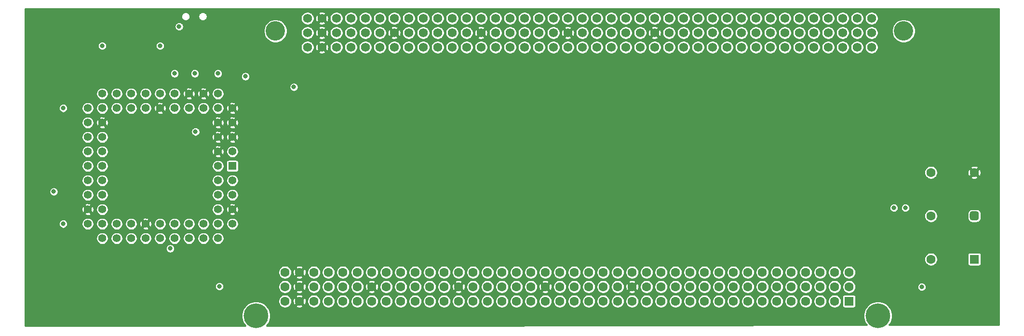
<source format=gbr>
%TF.GenerationSoftware,KiCad,Pcbnew,5.1.9+dfsg1-1~bpo10+1*%
%TF.CreationDate,2023-04-14T13:40:22+02:00*%
%TF.ProjectId,IIsiPDSAdapter,49497369-5044-4534-9164-61707465722e,rev?*%
%TF.SameCoordinates,Original*%
%TF.FileFunction,Copper,L2,Inr*%
%TF.FilePolarity,Positive*%
%FSLAX46Y46*%
G04 Gerber Fmt 4.6, Leading zero omitted, Abs format (unit mm)*
G04 Created by KiCad (PCBNEW 5.1.9+dfsg1-1~bpo10+1) date 2023-04-14 13:40:22*
%MOMM*%
%LPD*%
G01*
G04 APERTURE LIST*
%TA.AperFunction,ComponentPad*%
%ADD10C,1.600000*%
%TD*%
%TA.AperFunction,ComponentPad*%
%ADD11R,1.600000X1.600000*%
%TD*%
%TA.AperFunction,ComponentPad*%
%ADD12C,3.403600*%
%TD*%
%TA.AperFunction,ComponentPad*%
%ADD13C,1.574800*%
%TD*%
%TA.AperFunction,ComponentPad*%
%ADD14C,1.400000*%
%TD*%
%TA.AperFunction,ComponentPad*%
%ADD15R,1.400000X1.400000*%
%TD*%
%TA.AperFunction,ComponentPad*%
%ADD16C,4.335000*%
%TD*%
%TA.AperFunction,ComponentPad*%
%ADD17C,1.605000*%
%TD*%
%TA.AperFunction,ComponentPad*%
%ADD18R,1.605000X1.605000*%
%TD*%
%TA.AperFunction,ViaPad*%
%ADD19C,0.800000*%
%TD*%
%TA.AperFunction,Conductor*%
%ADD20C,0.254000*%
%TD*%
%TA.AperFunction,Conductor*%
%ADD21C,0.100000*%
%TD*%
G04 APERTURE END LIST*
%TO.N,Net-(X1-PadEN1)*%
%TO.C,X1*%
%TA.AperFunction,ComponentPad*%
G36*
G01*
X222400000Y-135800000D02*
X221600000Y-135800000D01*
G75*
G02*
X221200000Y-135400000I0J400000D01*
G01*
X221200000Y-134600000D01*
G75*
G02*
X221600000Y-134200000I400000J0D01*
G01*
X222400000Y-134200000D01*
G75*
G02*
X222800000Y-134600000I0J-400000D01*
G01*
X222800000Y-135400000D01*
G75*
G02*
X222400000Y-135800000I-400000J0D01*
G01*
G37*
%TD.AperFunction*%
D10*
%TO.N,+5V*%
X214380000Y-135000000D03*
%TO.N,GND*%
X222000000Y-127380000D03*
%TO.N,CLK_32_000*%
X214380000Y-127380000D03*
%TO.N,+5V*%
X214380000Y-142620000D03*
D11*
%TO.N,Net-(X1-PadEN2)*%
X222000000Y-142620000D03*
%TD*%
D12*
%TO.N,N/C*%
%TO.C,J4*%
X209576100Y-102535200D03*
X99263900Y-102535200D03*
D13*
%TO.N,+12V*%
X104890000Y-105380000D03*
%TO.N,GND*%
X107430000Y-105380000D03*
%TO.N,C16M*%
X109970000Y-105380000D03*
%TO.N,+5V*%
X112510000Y-105380000D03*
%TO.N,A0*%
X115050000Y-105380000D03*
%TO.N,A3*%
X117590000Y-105380000D03*
%TO.N,A6*%
X120130000Y-105380000D03*
%TO.N,A8*%
X122670000Y-105380000D03*
%TO.N,A11*%
X125210000Y-105380000D03*
%TO.N,A14*%
X127750000Y-105380000D03*
%TO.N,A16*%
X130290000Y-105380000D03*
%TO.N,A19*%
X132830000Y-105380000D03*
%TO.N,A22*%
X135370000Y-105380000D03*
%TO.N,A24*%
X137910000Y-105380000D03*
%TO.N,A27*%
X140450000Y-105380000D03*
%TO.N,A30*%
X142990000Y-105380000D03*
%TO.N,D31*%
X145530000Y-105380000D03*
%TO.N,D28*%
X148070000Y-105380000D03*
%TO.N,D25*%
X150610000Y-105380000D03*
%TO.N,D23*%
X153150000Y-105380000D03*
%TO.N,D20*%
X155690000Y-105380000D03*
%TO.N,D17*%
X158230000Y-105380000D03*
%TO.N,D15*%
X160770000Y-105380000D03*
%TO.N,D12*%
X163310000Y-105380000D03*
%TO.N,D9*%
X165850000Y-105380000D03*
%TO.N,D7*%
X168390000Y-105380000D03*
%TO.N,D4*%
X170930000Y-105380000D03*
%TO.N,D1*%
X173470000Y-105380000D03*
%TO.N,~HALT*%
X176010000Y-105380000D03*
%TO.N,FC0*%
X178550000Y-105380000D03*
%TO.N,~BR*%
X181090000Y-105380000D03*
%TO.N,~AS*%
X183630000Y-105380000D03*
%TO.N,~RW*%
X186170000Y-105380000D03*
%TO.N,~CBREQ*%
X188710000Y-105380000D03*
%TO.N,RMC*%
X191250000Y-105380000D03*
%TO.N,IPL0*%
X193790000Y-105380000D03*
%TO.N,~IRQ1*%
X196330000Y-105380000D03*
%TO.N,~TM0A*%
X198870000Y-105380000D03*
%TO.N,~NUBUS*%
X201410000Y-105380000D03*
%TO.N,~PFW*%
X203950000Y-105380000D03*
%TO.N,-5V*%
X104890000Y-102840000D03*
%TO.N,GND*%
X107430000Y-102840000D03*
%TO.N,ECLK*%
X109970000Y-102840000D03*
%TO.N,+5V*%
X112510000Y-102840000D03*
%TO.N,A1*%
X115050000Y-102840000D03*
%TO.N,A4*%
X117590000Y-102840000D03*
%TO.N,GND*%
X120130000Y-102840000D03*
%TO.N,A9*%
X122670000Y-102840000D03*
%TO.N,A12*%
X125210000Y-102840000D03*
%TO.N,+5V*%
X127750000Y-102840000D03*
%TO.N,A17*%
X130290000Y-102840000D03*
%TO.N,A20*%
X132830000Y-102840000D03*
%TO.N,GND*%
X135370000Y-102840000D03*
%TO.N,A25*%
X137910000Y-102840000D03*
%TO.N,A28*%
X140450000Y-102840000D03*
%TO.N,+5V*%
X142990000Y-102840000D03*
%TO.N,D30*%
X145530000Y-102840000D03*
%TO.N,D27*%
X148070000Y-102840000D03*
%TO.N,GND*%
X150610000Y-102840000D03*
%TO.N,D22*%
X153150000Y-102840000D03*
%TO.N,D19*%
X155690000Y-102840000D03*
%TO.N,+5V*%
X158230000Y-102840000D03*
%TO.N,D14*%
X160770000Y-102840000D03*
%TO.N,D11*%
X163310000Y-102840000D03*
%TO.N,GND*%
X165850000Y-102840000D03*
%TO.N,D6*%
X168390000Y-102840000D03*
%TO.N,D3*%
X170930000Y-102840000D03*
%TO.N,+5V*%
X173470000Y-102840000D03*
%TO.N,~BERR*%
X176010000Y-102840000D03*
%TO.N,FC1*%
X178550000Y-102840000D03*
%TO.N,~BG*%
X181090000Y-102840000D03*
%TO.N,SIZ0*%
X183630000Y-102840000D03*
%TO.N,~DSACK0*%
X186170000Y-102840000D03*
%TO.N,~CBACK*%
X188710000Y-102840000D03*
%TO.N,~DS*%
X191250000Y-102840000D03*
%TO.N,IPL1*%
X193790000Y-102840000D03*
%TO.N,~IRQ2*%
X196330000Y-102840000D03*
%TO.N,~TM1A*%
X198870000Y-102840000D03*
%TO.N,CACHE*%
X201410000Y-102840000D03*
%TO.N,C40M*%
X203950000Y-102840000D03*
%TO.N,-12V*%
X104890000Y-100300000D03*
%TO.N,GND*%
X107430000Y-100300000D03*
%TO.N,CPUCLK*%
X109970000Y-100300000D03*
%TO.N,+5V*%
X112510000Y-100300000D03*
%TO.N,A2*%
X115050000Y-100300000D03*
%TO.N,A5*%
X117590000Y-100300000D03*
%TO.N,A7*%
X120130000Y-100300000D03*
%TO.N,A10*%
X122670000Y-100300000D03*
%TO.N,A13*%
X125210000Y-100300000D03*
%TO.N,A15*%
X127750000Y-100300000D03*
%TO.N,A18*%
X130290000Y-100300000D03*
%TO.N,A21*%
X132830000Y-100300000D03*
%TO.N,A23*%
X135370000Y-100300000D03*
%TO.N,A26*%
X137910000Y-100300000D03*
%TO.N,A29*%
X140450000Y-100300000D03*
%TO.N,A31*%
X142990000Y-100300000D03*
%TO.N,D29*%
X145530000Y-100300000D03*
%TO.N,D26*%
X148070000Y-100300000D03*
%TO.N,D24*%
X150610000Y-100300000D03*
%TO.N,D21*%
X153150000Y-100300000D03*
%TO.N,D18*%
X155690000Y-100300000D03*
%TO.N,D16*%
X158230000Y-100300000D03*
%TO.N,D13*%
X160770000Y-100300000D03*
%TO.N,D10*%
X163310000Y-100300000D03*
%TO.N,D8*%
X165850000Y-100300000D03*
%TO.N,D5*%
X168390000Y-100300000D03*
%TO.N,D2*%
X170930000Y-100300000D03*
%TO.N,D0*%
X173470000Y-100300000D03*
%TO.N,~RESET*%
X176010000Y-100300000D03*
%TO.N,FC2*%
X178550000Y-100300000D03*
%TO.N,~BGACK*%
X181090000Y-100300000D03*
%TO.N,SIZ1*%
X183630000Y-100300000D03*
%TO.N,~DSACK1*%
X186170000Y-100300000D03*
%TO.N,~STERM*%
X188710000Y-100300000D03*
%TO.N,~CIOUT*%
X191250000Y-100300000D03*
%TO.N,IPL2*%
X193790000Y-100300000D03*
%TO.N,~IRQ3*%
X196330000Y-100300000D03*
%TO.N,~BUSLOCk*%
X198870000Y-100300000D03*
%TO.N,~FPU*%
X201410000Y-100300000D03*
%TO.N,~RBV*%
X203950000Y-100300000D03*
%TD*%
D14*
%TO.N,D3*%
%TO.C,J2*%
X89160000Y-128790000D03*
%TO.N,D4*%
X91700000Y-128790000D03*
%TO.N,D5*%
X89160000Y-131330000D03*
%TO.N,D6*%
X91700000Y-131330000D03*
%TO.N,D7*%
X89160000Y-133870000D03*
%TO.N,GND*%
X91700000Y-133870000D03*
%TO.N,D8*%
X89160000Y-136410000D03*
%TO.N,+5V*%
X91700000Y-136410000D03*
%TO.N,D9*%
X89160000Y-138950000D03*
%TO.N,D10*%
X86620000Y-136410000D03*
%TO.N,D11*%
X86620000Y-138950000D03*
%TO.N,D12*%
X84080000Y-136410000D03*
%TO.N,D13*%
X84080000Y-138950000D03*
%TO.N,D14*%
X81540000Y-136410000D03*
%TO.N,D15*%
X81540000Y-138950000D03*
%TO.N,+5V*%
X79000000Y-136410000D03*
X79000000Y-138950000D03*
%TO.N,GND*%
X76460000Y-136410000D03*
%TO.N,D16*%
X76460000Y-138950000D03*
%TO.N,D17*%
X73920000Y-136410000D03*
%TO.N,D18*%
X73920000Y-138950000D03*
%TO.N,D19*%
X71380000Y-136410000D03*
%TO.N,D20*%
X71380000Y-138950000D03*
%TO.N,D21*%
X68840000Y-136410000D03*
%TO.N,D22*%
X68840000Y-138950000D03*
%TO.N,+5V*%
X66300000Y-136410000D03*
%TO.N,D23*%
X68840000Y-133870000D03*
%TO.N,GND*%
X66300000Y-133870000D03*
%TO.N,D24*%
X68840000Y-131330000D03*
%TO.N,D25*%
X66300000Y-131330000D03*
%TO.N,D26*%
X68840000Y-128790000D03*
%TO.N,D27*%
X66300000Y-128790000D03*
%TO.N,D28*%
X68840000Y-126250000D03*
%TO.N,D29*%
X66300000Y-126250000D03*
%TO.N,D30*%
X68840000Y-123710000D03*
%TO.N,D31*%
X66300000Y-123710000D03*
%TO.N,~DSACK1*%
X68840000Y-121170000D03*
%TO.N,~DSACK0*%
X66300000Y-121170000D03*
%TO.N,GND*%
X68840000Y-118630000D03*
%TO.N,~FPU*%
X66300000Y-118630000D03*
%TO.N,~RW*%
X68840000Y-116090000D03*
%TO.N,+5V*%
X66300000Y-116090000D03*
%TO.N,Net-(J2-Pad26)*%
X68840000Y-113550000D03*
%TO.N,A1*%
X71380000Y-116090000D03*
%TO.N,A2*%
X71380000Y-113550000D03*
%TO.N,A3*%
X73920000Y-116090000D03*
%TO.N,A4*%
X73920000Y-113550000D03*
%TO.N,~AS*%
X76460000Y-116090000D03*
%TO.N,~DS*%
X76460000Y-113550000D03*
%TO.N,GND*%
X79000000Y-116090000D03*
%TO.N,Net-(J2-Pad18)*%
X79000000Y-113550000D03*
%TO.N,+5V*%
X81540000Y-116090000D03*
X81540000Y-113550000D03*
%TO.N,Net-(J2-Pad15)*%
X84080000Y-116090000D03*
%TO.N,GND*%
X84080000Y-113550000D03*
%TO.N,~RESET*%
X86620000Y-116090000D03*
%TO.N,GND*%
X86620000Y-113550000D03*
%TO.N,FPUCLK*%
X89160000Y-116090000D03*
%TO.N,+5V*%
X89160000Y-113550000D03*
%TO.N,GND*%
X91700000Y-116090000D03*
X89160000Y-118630000D03*
X91700000Y-118630000D03*
X89160000Y-121170000D03*
X91700000Y-121170000D03*
X89160000Y-123710000D03*
%TO.N,D0*%
X91700000Y-123710000D03*
%TO.N,D1*%
X89160000Y-126250000D03*
D15*
%TO.N,D2*%
X91700000Y-126250000D03*
%TD*%
D16*
%TO.N,Net-(J1-PadMH2)*%
%TO.C,J1*%
X95860000Y-152540000D03*
%TO.N,Net-(J1-PadMH1)*%
X205080000Y-152540000D03*
D17*
%TO.N,+12V*%
X100940000Y-144920000D03*
%TO.N,GND*%
X103480000Y-144920000D03*
%TO.N,C16M*%
X106020000Y-144920000D03*
%TO.N,+5V*%
X108560000Y-144920000D03*
%TO.N,A0*%
X111100000Y-144920000D03*
%TO.N,A3*%
X113640000Y-144920000D03*
%TO.N,A6*%
X116180000Y-144920000D03*
%TO.N,A8*%
X118720000Y-144920000D03*
%TO.N,A11*%
X121260000Y-144920000D03*
%TO.N,A14*%
X123800000Y-144920000D03*
%TO.N,A16*%
X126340000Y-144920000D03*
%TO.N,A19*%
X128880000Y-144920000D03*
%TO.N,A22*%
X131420000Y-144920000D03*
%TO.N,A24*%
X133960000Y-144920000D03*
%TO.N,A27*%
X136500000Y-144920000D03*
%TO.N,A30*%
X139040000Y-144920000D03*
%TO.N,D31*%
X141580000Y-144920000D03*
%TO.N,D28*%
X144120000Y-144920000D03*
%TO.N,D25*%
X146660000Y-144920000D03*
%TO.N,D23*%
X149200000Y-144920000D03*
%TO.N,D20*%
X151740000Y-144920000D03*
%TO.N,D17*%
X154280000Y-144920000D03*
%TO.N,D15*%
X156820000Y-144920000D03*
%TO.N,D12*%
X159360000Y-144920000D03*
%TO.N,D9*%
X161900000Y-144920000D03*
%TO.N,D7*%
X164440000Y-144920000D03*
%TO.N,D4*%
X166980000Y-144920000D03*
%TO.N,D1*%
X169520000Y-144920000D03*
%TO.N,~HALT*%
X172060000Y-144920000D03*
%TO.N,FC0*%
X174600000Y-144920000D03*
%TO.N,~BR*%
X177140000Y-144920000D03*
%TO.N,~AS*%
X179680000Y-144920000D03*
%TO.N,~RW*%
X182220000Y-144920000D03*
%TO.N,~CBREQ*%
X184760000Y-144920000D03*
%TO.N,RMC*%
X187300000Y-144920000D03*
%TO.N,IPL0*%
X189840000Y-144920000D03*
%TO.N,~IRQ1*%
X192380000Y-144920000D03*
%TO.N,~TM0A*%
X194920000Y-144920000D03*
%TO.N,~NUBUS*%
X197460000Y-144920000D03*
%TO.N,~PFW*%
X200000000Y-144920000D03*
%TO.N,-5V*%
X100940000Y-147460000D03*
%TO.N,GND*%
X103480000Y-147460000D03*
%TO.N,ECLK*%
X106020000Y-147460000D03*
%TO.N,+5V*%
X108560000Y-147460000D03*
%TO.N,A1*%
X111100000Y-147460000D03*
%TO.N,A4*%
X113640000Y-147460000D03*
%TO.N,GND*%
X116180000Y-147460000D03*
%TO.N,A9*%
X118720000Y-147460000D03*
%TO.N,A12*%
X121260000Y-147460000D03*
%TO.N,+5V*%
X123800000Y-147460000D03*
%TO.N,A17*%
X126340000Y-147460000D03*
%TO.N,A20*%
X128880000Y-147460000D03*
%TO.N,GND*%
X131420000Y-147460000D03*
%TO.N,A25*%
X133960000Y-147460000D03*
%TO.N,A28*%
X136500000Y-147460000D03*
%TO.N,+5V*%
X139040000Y-147460000D03*
%TO.N,D30*%
X141580000Y-147460000D03*
%TO.N,D27*%
X144120000Y-147460000D03*
%TO.N,GND*%
X146660000Y-147460000D03*
%TO.N,D22*%
X149200000Y-147460000D03*
%TO.N,D19*%
X151740000Y-147460000D03*
%TO.N,+5V*%
X154280000Y-147460000D03*
%TO.N,D14*%
X156820000Y-147460000D03*
%TO.N,D11*%
X159360000Y-147460000D03*
%TO.N,GND*%
X161900000Y-147460000D03*
%TO.N,D6*%
X164440000Y-147460000D03*
%TO.N,D3*%
X166980000Y-147460000D03*
%TO.N,+5V*%
X169520000Y-147460000D03*
%TO.N,~BERR*%
X172060000Y-147460000D03*
%TO.N,FC1*%
X174600000Y-147460000D03*
%TO.N,~BG*%
X177140000Y-147460000D03*
%TO.N,SIZ0*%
X179680000Y-147460000D03*
%TO.N,~DSACK0*%
X182220000Y-147460000D03*
%TO.N,~CBACK*%
X184760000Y-147460000D03*
%TO.N,~DS*%
X187300000Y-147460000D03*
%TO.N,IPL1*%
X189840000Y-147460000D03*
%TO.N,~IRQ2*%
X192380000Y-147460000D03*
%TO.N,~TM1A*%
X194920000Y-147460000D03*
%TO.N,CACHE*%
X197460000Y-147460000D03*
%TO.N,C40M*%
X200000000Y-147460000D03*
%TO.N,-12V*%
X100940000Y-150000000D03*
%TO.N,GND*%
X103480000Y-150000000D03*
%TO.N,CPUCLK*%
X106020000Y-150000000D03*
%TO.N,+5V*%
X108560000Y-150000000D03*
%TO.N,A2*%
X111100000Y-150000000D03*
%TO.N,A5*%
X113640000Y-150000000D03*
%TO.N,A7*%
X116180000Y-150000000D03*
%TO.N,A10*%
X118720000Y-150000000D03*
%TO.N,A13*%
X121260000Y-150000000D03*
%TO.N,A15*%
X123800000Y-150000000D03*
%TO.N,A18*%
X126340000Y-150000000D03*
%TO.N,A21*%
X128880000Y-150000000D03*
%TO.N,A23*%
X131420000Y-150000000D03*
%TO.N,A26*%
X133960000Y-150000000D03*
%TO.N,A29*%
X136500000Y-150000000D03*
%TO.N,A31*%
X139040000Y-150000000D03*
%TO.N,D29*%
X141580000Y-150000000D03*
%TO.N,D26*%
X144120000Y-150000000D03*
%TO.N,D24*%
X146660000Y-150000000D03*
%TO.N,D21*%
X149200000Y-150000000D03*
%TO.N,D18*%
X151740000Y-150000000D03*
%TO.N,D16*%
X154280000Y-150000000D03*
%TO.N,D13*%
X156820000Y-150000000D03*
%TO.N,D10*%
X159360000Y-150000000D03*
%TO.N,D8*%
X161900000Y-150000000D03*
%TO.N,D5*%
X164440000Y-150000000D03*
%TO.N,D2*%
X166980000Y-150000000D03*
%TO.N,D0*%
X169520000Y-150000000D03*
%TO.N,~RESET*%
X172060000Y-150000000D03*
%TO.N,FC2*%
X174600000Y-150000000D03*
%TO.N,~BGACK*%
X177140000Y-150000000D03*
%TO.N,SIZ1*%
X179680000Y-150000000D03*
%TO.N,~DSACK1*%
X182220000Y-150000000D03*
%TO.N,~STERM*%
X184760000Y-150000000D03*
%TO.N,~CIOUT*%
X187300000Y-150000000D03*
%TO.N,IPL2*%
X189840000Y-150000000D03*
%TO.N,~IRQ3*%
X192380000Y-150000000D03*
%TO.N,~BUSLOCk*%
X194920000Y-150000000D03*
%TO.N,~FPU*%
X197460000Y-150000000D03*
D18*
%TO.N,~RBV*%
X200000000Y-150000000D03*
%TD*%
D19*
%TO.N,GND*%
X58000000Y-152000000D03*
X79000000Y-126250000D03*
X210000000Y-110000000D03*
X205000000Y-130000000D03*
X205000000Y-140000000D03*
X205000000Y-135000000D03*
X79000000Y-148052000D03*
X81540000Y-148052000D03*
X89160000Y-105145000D03*
X84080000Y-105145000D03*
X81540000Y-105145000D03*
X57305000Y-116090000D03*
X57305000Y-136410000D03*
X209880000Y-138100000D03*
X207880000Y-138100000D03*
X210000000Y-115000000D03*
X210000000Y-120000000D03*
X84080000Y-149052000D03*
X97040000Y-109000000D03*
X94000000Y-102930000D03*
X100000000Y-121170000D03*
X75000000Y-121170000D03*
X57630000Y-130750000D03*
X63000000Y-152000000D03*
X68000000Y-152000000D03*
X58000000Y-147000000D03*
X63000000Y-147000000D03*
X58000000Y-142000000D03*
X100000000Y-118630000D03*
X82810000Y-118630000D03*
X218760000Y-147500000D03*
X87641000Y-101750000D03*
%TO.N,+5V*%
X79000000Y-105145000D03*
X68840000Y-105145000D03*
X209880000Y-133610000D03*
X207880000Y-133610000D03*
X89415000Y-147397000D03*
X85090000Y-110000000D03*
X81540000Y-110000000D03*
X89160000Y-110000000D03*
X94000000Y-110520000D03*
X60330000Y-130750000D03*
X62000000Y-116090000D03*
X62000000Y-136410000D03*
X80790000Y-140740000D03*
X212760000Y-147500000D03*
X82350000Y-101750000D03*
%TO.N,~AS*%
X85228601Y-120241399D03*
%TO.N,CLK_32_000*%
X102500000Y-112380000D03*
%TD*%
D20*
%TO.N,GND*%
X226323000Y-154173148D02*
X207028467Y-154195656D01*
X207059549Y-154164574D01*
X207338451Y-153747167D01*
X207530562Y-153283370D01*
X207628500Y-152791005D01*
X207628500Y-152288995D01*
X207530562Y-151796630D01*
X207338451Y-151332833D01*
X207059549Y-150915426D01*
X206704574Y-150560451D01*
X206287167Y-150281549D01*
X205823370Y-150089438D01*
X205331005Y-149991500D01*
X204828995Y-149991500D01*
X204336630Y-150089438D01*
X203872833Y-150281549D01*
X203455426Y-150560451D01*
X203100451Y-150915426D01*
X202821549Y-151332833D01*
X202629438Y-151796630D01*
X202531500Y-152288995D01*
X202531500Y-152791005D01*
X202629438Y-153283370D01*
X202821549Y-153747167D01*
X203100451Y-154164574D01*
X203136073Y-154200196D01*
X122722777Y-154294000D01*
X97710123Y-154294000D01*
X97839549Y-154164574D01*
X98118451Y-153747167D01*
X98310562Y-153283370D01*
X98408500Y-152791005D01*
X98408500Y-152288995D01*
X98310562Y-151796630D01*
X98118451Y-151332833D01*
X97839549Y-150915426D01*
X97484574Y-150560451D01*
X97067167Y-150281549D01*
X96603370Y-150089438D01*
X96111005Y-149991500D01*
X95608995Y-149991500D01*
X95116630Y-150089438D01*
X94652833Y-150281549D01*
X94235426Y-150560451D01*
X93880451Y-150915426D01*
X93601549Y-151332833D01*
X93409438Y-151796630D01*
X93311500Y-152288995D01*
X93311500Y-152791005D01*
X93409438Y-153283370D01*
X93601549Y-153747167D01*
X93880451Y-154164574D01*
X94009877Y-154294000D01*
X55306000Y-154294000D01*
X55306000Y-149883435D01*
X99756500Y-149883435D01*
X99756500Y-150116565D01*
X99801982Y-150345214D01*
X99891196Y-150560597D01*
X100020716Y-150754437D01*
X100185563Y-150919284D01*
X100379403Y-151048804D01*
X100594786Y-151138018D01*
X100823435Y-151183500D01*
X101056565Y-151183500D01*
X101285214Y-151138018D01*
X101500597Y-151048804D01*
X101694437Y-150919284D01*
X101755591Y-150858130D01*
X102801475Y-150858130D01*
X102887733Y-151031250D01*
X103100300Y-151126980D01*
X103327459Y-151179402D01*
X103560479Y-151186499D01*
X103790408Y-151148000D01*
X104008407Y-151065384D01*
X104072267Y-151031250D01*
X104158525Y-150858130D01*
X103480000Y-150179605D01*
X102801475Y-150858130D01*
X101755591Y-150858130D01*
X101859284Y-150754437D01*
X101988804Y-150560597D01*
X102078018Y-150345214D01*
X102123500Y-150116565D01*
X102123500Y-150080479D01*
X102293501Y-150080479D01*
X102332000Y-150310408D01*
X102414616Y-150528407D01*
X102448750Y-150592267D01*
X102621870Y-150678525D01*
X103300395Y-150000000D01*
X103659605Y-150000000D01*
X104338130Y-150678525D01*
X104511250Y-150592267D01*
X104606980Y-150379700D01*
X104659402Y-150152541D01*
X104666499Y-149919521D01*
X104660457Y-149883435D01*
X104836500Y-149883435D01*
X104836500Y-150116565D01*
X104881982Y-150345214D01*
X104971196Y-150560597D01*
X105100716Y-150754437D01*
X105265563Y-150919284D01*
X105459403Y-151048804D01*
X105674786Y-151138018D01*
X105903435Y-151183500D01*
X106136565Y-151183500D01*
X106365214Y-151138018D01*
X106580597Y-151048804D01*
X106774437Y-150919284D01*
X106939284Y-150754437D01*
X107068804Y-150560597D01*
X107158018Y-150345214D01*
X107203500Y-150116565D01*
X107203500Y-149883435D01*
X107376500Y-149883435D01*
X107376500Y-150116565D01*
X107421982Y-150345214D01*
X107511196Y-150560597D01*
X107640716Y-150754437D01*
X107805563Y-150919284D01*
X107999403Y-151048804D01*
X108214786Y-151138018D01*
X108443435Y-151183500D01*
X108676565Y-151183500D01*
X108905214Y-151138018D01*
X109120597Y-151048804D01*
X109314437Y-150919284D01*
X109479284Y-150754437D01*
X109608804Y-150560597D01*
X109698018Y-150345214D01*
X109743500Y-150116565D01*
X109743500Y-149883435D01*
X109916500Y-149883435D01*
X109916500Y-150116565D01*
X109961982Y-150345214D01*
X110051196Y-150560597D01*
X110180716Y-150754437D01*
X110345563Y-150919284D01*
X110539403Y-151048804D01*
X110754786Y-151138018D01*
X110983435Y-151183500D01*
X111216565Y-151183500D01*
X111445214Y-151138018D01*
X111660597Y-151048804D01*
X111854437Y-150919284D01*
X112019284Y-150754437D01*
X112148804Y-150560597D01*
X112238018Y-150345214D01*
X112283500Y-150116565D01*
X112283500Y-149883435D01*
X112456500Y-149883435D01*
X112456500Y-150116565D01*
X112501982Y-150345214D01*
X112591196Y-150560597D01*
X112720716Y-150754437D01*
X112885563Y-150919284D01*
X113079403Y-151048804D01*
X113294786Y-151138018D01*
X113523435Y-151183500D01*
X113756565Y-151183500D01*
X113985214Y-151138018D01*
X114200597Y-151048804D01*
X114394437Y-150919284D01*
X114559284Y-150754437D01*
X114688804Y-150560597D01*
X114778018Y-150345214D01*
X114823500Y-150116565D01*
X114823500Y-149883435D01*
X114996500Y-149883435D01*
X114996500Y-150116565D01*
X115041982Y-150345214D01*
X115131196Y-150560597D01*
X115260716Y-150754437D01*
X115425563Y-150919284D01*
X115619403Y-151048804D01*
X115834786Y-151138018D01*
X116063435Y-151183500D01*
X116296565Y-151183500D01*
X116525214Y-151138018D01*
X116740597Y-151048804D01*
X116934437Y-150919284D01*
X117099284Y-150754437D01*
X117228804Y-150560597D01*
X117318018Y-150345214D01*
X117363500Y-150116565D01*
X117363500Y-149883435D01*
X117536500Y-149883435D01*
X117536500Y-150116565D01*
X117581982Y-150345214D01*
X117671196Y-150560597D01*
X117800716Y-150754437D01*
X117965563Y-150919284D01*
X118159403Y-151048804D01*
X118374786Y-151138018D01*
X118603435Y-151183500D01*
X118836565Y-151183500D01*
X119065214Y-151138018D01*
X119280597Y-151048804D01*
X119474437Y-150919284D01*
X119639284Y-150754437D01*
X119768804Y-150560597D01*
X119858018Y-150345214D01*
X119903500Y-150116565D01*
X119903500Y-149883435D01*
X120076500Y-149883435D01*
X120076500Y-150116565D01*
X120121982Y-150345214D01*
X120211196Y-150560597D01*
X120340716Y-150754437D01*
X120505563Y-150919284D01*
X120699403Y-151048804D01*
X120914786Y-151138018D01*
X121143435Y-151183500D01*
X121376565Y-151183500D01*
X121605214Y-151138018D01*
X121820597Y-151048804D01*
X122014437Y-150919284D01*
X122179284Y-150754437D01*
X122308804Y-150560597D01*
X122398018Y-150345214D01*
X122443500Y-150116565D01*
X122443500Y-149883435D01*
X122616500Y-149883435D01*
X122616500Y-150116565D01*
X122661982Y-150345214D01*
X122751196Y-150560597D01*
X122880716Y-150754437D01*
X123045563Y-150919284D01*
X123239403Y-151048804D01*
X123454786Y-151138018D01*
X123683435Y-151183500D01*
X123916565Y-151183500D01*
X124145214Y-151138018D01*
X124360597Y-151048804D01*
X124554437Y-150919284D01*
X124719284Y-150754437D01*
X124848804Y-150560597D01*
X124938018Y-150345214D01*
X124983500Y-150116565D01*
X124983500Y-149883435D01*
X125156500Y-149883435D01*
X125156500Y-150116565D01*
X125201982Y-150345214D01*
X125291196Y-150560597D01*
X125420716Y-150754437D01*
X125585563Y-150919284D01*
X125779403Y-151048804D01*
X125994786Y-151138018D01*
X126223435Y-151183500D01*
X126456565Y-151183500D01*
X126685214Y-151138018D01*
X126900597Y-151048804D01*
X127094437Y-150919284D01*
X127259284Y-150754437D01*
X127388804Y-150560597D01*
X127478018Y-150345214D01*
X127523500Y-150116565D01*
X127523500Y-149883435D01*
X127696500Y-149883435D01*
X127696500Y-150116565D01*
X127741982Y-150345214D01*
X127831196Y-150560597D01*
X127960716Y-150754437D01*
X128125563Y-150919284D01*
X128319403Y-151048804D01*
X128534786Y-151138018D01*
X128763435Y-151183500D01*
X128996565Y-151183500D01*
X129225214Y-151138018D01*
X129440597Y-151048804D01*
X129634437Y-150919284D01*
X129799284Y-150754437D01*
X129928804Y-150560597D01*
X130018018Y-150345214D01*
X130063500Y-150116565D01*
X130063500Y-149883435D01*
X130236500Y-149883435D01*
X130236500Y-150116565D01*
X130281982Y-150345214D01*
X130371196Y-150560597D01*
X130500716Y-150754437D01*
X130665563Y-150919284D01*
X130859403Y-151048804D01*
X131074786Y-151138018D01*
X131303435Y-151183500D01*
X131536565Y-151183500D01*
X131765214Y-151138018D01*
X131980597Y-151048804D01*
X132174437Y-150919284D01*
X132339284Y-150754437D01*
X132468804Y-150560597D01*
X132558018Y-150345214D01*
X132603500Y-150116565D01*
X132603500Y-149883435D01*
X132776500Y-149883435D01*
X132776500Y-150116565D01*
X132821982Y-150345214D01*
X132911196Y-150560597D01*
X133040716Y-150754437D01*
X133205563Y-150919284D01*
X133399403Y-151048804D01*
X133614786Y-151138018D01*
X133843435Y-151183500D01*
X134076565Y-151183500D01*
X134305214Y-151138018D01*
X134520597Y-151048804D01*
X134714437Y-150919284D01*
X134879284Y-150754437D01*
X135008804Y-150560597D01*
X135098018Y-150345214D01*
X135143500Y-150116565D01*
X135143500Y-149883435D01*
X135316500Y-149883435D01*
X135316500Y-150116565D01*
X135361982Y-150345214D01*
X135451196Y-150560597D01*
X135580716Y-150754437D01*
X135745563Y-150919284D01*
X135939403Y-151048804D01*
X136154786Y-151138018D01*
X136383435Y-151183500D01*
X136616565Y-151183500D01*
X136845214Y-151138018D01*
X137060597Y-151048804D01*
X137254437Y-150919284D01*
X137419284Y-150754437D01*
X137548804Y-150560597D01*
X137638018Y-150345214D01*
X137683500Y-150116565D01*
X137683500Y-149883435D01*
X137856500Y-149883435D01*
X137856500Y-150116565D01*
X137901982Y-150345214D01*
X137991196Y-150560597D01*
X138120716Y-150754437D01*
X138285563Y-150919284D01*
X138479403Y-151048804D01*
X138694786Y-151138018D01*
X138923435Y-151183500D01*
X139156565Y-151183500D01*
X139385214Y-151138018D01*
X139600597Y-151048804D01*
X139794437Y-150919284D01*
X139959284Y-150754437D01*
X140088804Y-150560597D01*
X140178018Y-150345214D01*
X140223500Y-150116565D01*
X140223500Y-149883435D01*
X140396500Y-149883435D01*
X140396500Y-150116565D01*
X140441982Y-150345214D01*
X140531196Y-150560597D01*
X140660716Y-150754437D01*
X140825563Y-150919284D01*
X141019403Y-151048804D01*
X141234786Y-151138018D01*
X141463435Y-151183500D01*
X141696565Y-151183500D01*
X141925214Y-151138018D01*
X142140597Y-151048804D01*
X142334437Y-150919284D01*
X142499284Y-150754437D01*
X142628804Y-150560597D01*
X142718018Y-150345214D01*
X142763500Y-150116565D01*
X142763500Y-149883435D01*
X142936500Y-149883435D01*
X142936500Y-150116565D01*
X142981982Y-150345214D01*
X143071196Y-150560597D01*
X143200716Y-150754437D01*
X143365563Y-150919284D01*
X143559403Y-151048804D01*
X143774786Y-151138018D01*
X144003435Y-151183500D01*
X144236565Y-151183500D01*
X144465214Y-151138018D01*
X144680597Y-151048804D01*
X144874437Y-150919284D01*
X145039284Y-150754437D01*
X145168804Y-150560597D01*
X145258018Y-150345214D01*
X145303500Y-150116565D01*
X145303500Y-149883435D01*
X145476500Y-149883435D01*
X145476500Y-150116565D01*
X145521982Y-150345214D01*
X145611196Y-150560597D01*
X145740716Y-150754437D01*
X145905563Y-150919284D01*
X146099403Y-151048804D01*
X146314786Y-151138018D01*
X146543435Y-151183500D01*
X146776565Y-151183500D01*
X147005214Y-151138018D01*
X147220597Y-151048804D01*
X147414437Y-150919284D01*
X147579284Y-150754437D01*
X147708804Y-150560597D01*
X147798018Y-150345214D01*
X147843500Y-150116565D01*
X147843500Y-149883435D01*
X148016500Y-149883435D01*
X148016500Y-150116565D01*
X148061982Y-150345214D01*
X148151196Y-150560597D01*
X148280716Y-150754437D01*
X148445563Y-150919284D01*
X148639403Y-151048804D01*
X148854786Y-151138018D01*
X149083435Y-151183500D01*
X149316565Y-151183500D01*
X149545214Y-151138018D01*
X149760597Y-151048804D01*
X149954437Y-150919284D01*
X150119284Y-150754437D01*
X150248804Y-150560597D01*
X150338018Y-150345214D01*
X150383500Y-150116565D01*
X150383500Y-149883435D01*
X150556500Y-149883435D01*
X150556500Y-150116565D01*
X150601982Y-150345214D01*
X150691196Y-150560597D01*
X150820716Y-150754437D01*
X150985563Y-150919284D01*
X151179403Y-151048804D01*
X151394786Y-151138018D01*
X151623435Y-151183500D01*
X151856565Y-151183500D01*
X152085214Y-151138018D01*
X152300597Y-151048804D01*
X152494437Y-150919284D01*
X152659284Y-150754437D01*
X152788804Y-150560597D01*
X152878018Y-150345214D01*
X152923500Y-150116565D01*
X152923500Y-149883435D01*
X153096500Y-149883435D01*
X153096500Y-150116565D01*
X153141982Y-150345214D01*
X153231196Y-150560597D01*
X153360716Y-150754437D01*
X153525563Y-150919284D01*
X153719403Y-151048804D01*
X153934786Y-151138018D01*
X154163435Y-151183500D01*
X154396565Y-151183500D01*
X154625214Y-151138018D01*
X154840597Y-151048804D01*
X155034437Y-150919284D01*
X155199284Y-150754437D01*
X155328804Y-150560597D01*
X155418018Y-150345214D01*
X155463500Y-150116565D01*
X155463500Y-149883435D01*
X155636500Y-149883435D01*
X155636500Y-150116565D01*
X155681982Y-150345214D01*
X155771196Y-150560597D01*
X155900716Y-150754437D01*
X156065563Y-150919284D01*
X156259403Y-151048804D01*
X156474786Y-151138018D01*
X156703435Y-151183500D01*
X156936565Y-151183500D01*
X157165214Y-151138018D01*
X157380597Y-151048804D01*
X157574437Y-150919284D01*
X157739284Y-150754437D01*
X157868804Y-150560597D01*
X157958018Y-150345214D01*
X158003500Y-150116565D01*
X158003500Y-149883435D01*
X158176500Y-149883435D01*
X158176500Y-150116565D01*
X158221982Y-150345214D01*
X158311196Y-150560597D01*
X158440716Y-150754437D01*
X158605563Y-150919284D01*
X158799403Y-151048804D01*
X159014786Y-151138018D01*
X159243435Y-151183500D01*
X159476565Y-151183500D01*
X159705214Y-151138018D01*
X159920597Y-151048804D01*
X160114437Y-150919284D01*
X160279284Y-150754437D01*
X160408804Y-150560597D01*
X160498018Y-150345214D01*
X160543500Y-150116565D01*
X160543500Y-149883435D01*
X160716500Y-149883435D01*
X160716500Y-150116565D01*
X160761982Y-150345214D01*
X160851196Y-150560597D01*
X160980716Y-150754437D01*
X161145563Y-150919284D01*
X161339403Y-151048804D01*
X161554786Y-151138018D01*
X161783435Y-151183500D01*
X162016565Y-151183500D01*
X162245214Y-151138018D01*
X162460597Y-151048804D01*
X162654437Y-150919284D01*
X162819284Y-150754437D01*
X162948804Y-150560597D01*
X163038018Y-150345214D01*
X163083500Y-150116565D01*
X163083500Y-149883435D01*
X163256500Y-149883435D01*
X163256500Y-150116565D01*
X163301982Y-150345214D01*
X163391196Y-150560597D01*
X163520716Y-150754437D01*
X163685563Y-150919284D01*
X163879403Y-151048804D01*
X164094786Y-151138018D01*
X164323435Y-151183500D01*
X164556565Y-151183500D01*
X164785214Y-151138018D01*
X165000597Y-151048804D01*
X165194437Y-150919284D01*
X165359284Y-150754437D01*
X165488804Y-150560597D01*
X165578018Y-150345214D01*
X165623500Y-150116565D01*
X165623500Y-149883435D01*
X165796500Y-149883435D01*
X165796500Y-150116565D01*
X165841982Y-150345214D01*
X165931196Y-150560597D01*
X166060716Y-150754437D01*
X166225563Y-150919284D01*
X166419403Y-151048804D01*
X166634786Y-151138018D01*
X166863435Y-151183500D01*
X167096565Y-151183500D01*
X167325214Y-151138018D01*
X167540597Y-151048804D01*
X167734437Y-150919284D01*
X167899284Y-150754437D01*
X168028804Y-150560597D01*
X168118018Y-150345214D01*
X168163500Y-150116565D01*
X168163500Y-149883435D01*
X168336500Y-149883435D01*
X168336500Y-150116565D01*
X168381982Y-150345214D01*
X168471196Y-150560597D01*
X168600716Y-150754437D01*
X168765563Y-150919284D01*
X168959403Y-151048804D01*
X169174786Y-151138018D01*
X169403435Y-151183500D01*
X169636565Y-151183500D01*
X169865214Y-151138018D01*
X170080597Y-151048804D01*
X170274437Y-150919284D01*
X170439284Y-150754437D01*
X170568804Y-150560597D01*
X170658018Y-150345214D01*
X170703500Y-150116565D01*
X170703500Y-149883435D01*
X170876500Y-149883435D01*
X170876500Y-150116565D01*
X170921982Y-150345214D01*
X171011196Y-150560597D01*
X171140716Y-150754437D01*
X171305563Y-150919284D01*
X171499403Y-151048804D01*
X171714786Y-151138018D01*
X171943435Y-151183500D01*
X172176565Y-151183500D01*
X172405214Y-151138018D01*
X172620597Y-151048804D01*
X172814437Y-150919284D01*
X172979284Y-150754437D01*
X173108804Y-150560597D01*
X173198018Y-150345214D01*
X173243500Y-150116565D01*
X173243500Y-149883435D01*
X173416500Y-149883435D01*
X173416500Y-150116565D01*
X173461982Y-150345214D01*
X173551196Y-150560597D01*
X173680716Y-150754437D01*
X173845563Y-150919284D01*
X174039403Y-151048804D01*
X174254786Y-151138018D01*
X174483435Y-151183500D01*
X174716565Y-151183500D01*
X174945214Y-151138018D01*
X175160597Y-151048804D01*
X175354437Y-150919284D01*
X175519284Y-150754437D01*
X175648804Y-150560597D01*
X175738018Y-150345214D01*
X175783500Y-150116565D01*
X175783500Y-149883435D01*
X175956500Y-149883435D01*
X175956500Y-150116565D01*
X176001982Y-150345214D01*
X176091196Y-150560597D01*
X176220716Y-150754437D01*
X176385563Y-150919284D01*
X176579403Y-151048804D01*
X176794786Y-151138018D01*
X177023435Y-151183500D01*
X177256565Y-151183500D01*
X177485214Y-151138018D01*
X177700597Y-151048804D01*
X177894437Y-150919284D01*
X178059284Y-150754437D01*
X178188804Y-150560597D01*
X178278018Y-150345214D01*
X178323500Y-150116565D01*
X178323500Y-149883435D01*
X178496500Y-149883435D01*
X178496500Y-150116565D01*
X178541982Y-150345214D01*
X178631196Y-150560597D01*
X178760716Y-150754437D01*
X178925563Y-150919284D01*
X179119403Y-151048804D01*
X179334786Y-151138018D01*
X179563435Y-151183500D01*
X179796565Y-151183500D01*
X180025214Y-151138018D01*
X180240597Y-151048804D01*
X180434437Y-150919284D01*
X180599284Y-150754437D01*
X180728804Y-150560597D01*
X180818018Y-150345214D01*
X180863500Y-150116565D01*
X180863500Y-149883435D01*
X181036500Y-149883435D01*
X181036500Y-150116565D01*
X181081982Y-150345214D01*
X181171196Y-150560597D01*
X181300716Y-150754437D01*
X181465563Y-150919284D01*
X181659403Y-151048804D01*
X181874786Y-151138018D01*
X182103435Y-151183500D01*
X182336565Y-151183500D01*
X182565214Y-151138018D01*
X182780597Y-151048804D01*
X182974437Y-150919284D01*
X183139284Y-150754437D01*
X183268804Y-150560597D01*
X183358018Y-150345214D01*
X183403500Y-150116565D01*
X183403500Y-149883435D01*
X183576500Y-149883435D01*
X183576500Y-150116565D01*
X183621982Y-150345214D01*
X183711196Y-150560597D01*
X183840716Y-150754437D01*
X184005563Y-150919284D01*
X184199403Y-151048804D01*
X184414786Y-151138018D01*
X184643435Y-151183500D01*
X184876565Y-151183500D01*
X185105214Y-151138018D01*
X185320597Y-151048804D01*
X185514437Y-150919284D01*
X185679284Y-150754437D01*
X185808804Y-150560597D01*
X185898018Y-150345214D01*
X185943500Y-150116565D01*
X185943500Y-149883435D01*
X186116500Y-149883435D01*
X186116500Y-150116565D01*
X186161982Y-150345214D01*
X186251196Y-150560597D01*
X186380716Y-150754437D01*
X186545563Y-150919284D01*
X186739403Y-151048804D01*
X186954786Y-151138018D01*
X187183435Y-151183500D01*
X187416565Y-151183500D01*
X187645214Y-151138018D01*
X187860597Y-151048804D01*
X188054437Y-150919284D01*
X188219284Y-150754437D01*
X188348804Y-150560597D01*
X188438018Y-150345214D01*
X188483500Y-150116565D01*
X188483500Y-149883435D01*
X188656500Y-149883435D01*
X188656500Y-150116565D01*
X188701982Y-150345214D01*
X188791196Y-150560597D01*
X188920716Y-150754437D01*
X189085563Y-150919284D01*
X189279403Y-151048804D01*
X189494786Y-151138018D01*
X189723435Y-151183500D01*
X189956565Y-151183500D01*
X190185214Y-151138018D01*
X190400597Y-151048804D01*
X190594437Y-150919284D01*
X190759284Y-150754437D01*
X190888804Y-150560597D01*
X190978018Y-150345214D01*
X191023500Y-150116565D01*
X191023500Y-149883435D01*
X191196500Y-149883435D01*
X191196500Y-150116565D01*
X191241982Y-150345214D01*
X191331196Y-150560597D01*
X191460716Y-150754437D01*
X191625563Y-150919284D01*
X191819403Y-151048804D01*
X192034786Y-151138018D01*
X192263435Y-151183500D01*
X192496565Y-151183500D01*
X192725214Y-151138018D01*
X192940597Y-151048804D01*
X193134437Y-150919284D01*
X193299284Y-150754437D01*
X193428804Y-150560597D01*
X193518018Y-150345214D01*
X193563500Y-150116565D01*
X193563500Y-149883435D01*
X193736500Y-149883435D01*
X193736500Y-150116565D01*
X193781982Y-150345214D01*
X193871196Y-150560597D01*
X194000716Y-150754437D01*
X194165563Y-150919284D01*
X194359403Y-151048804D01*
X194574786Y-151138018D01*
X194803435Y-151183500D01*
X195036565Y-151183500D01*
X195265214Y-151138018D01*
X195480597Y-151048804D01*
X195674437Y-150919284D01*
X195839284Y-150754437D01*
X195968804Y-150560597D01*
X196058018Y-150345214D01*
X196103500Y-150116565D01*
X196103500Y-149883435D01*
X196276500Y-149883435D01*
X196276500Y-150116565D01*
X196321982Y-150345214D01*
X196411196Y-150560597D01*
X196540716Y-150754437D01*
X196705563Y-150919284D01*
X196899403Y-151048804D01*
X197114786Y-151138018D01*
X197343435Y-151183500D01*
X197576565Y-151183500D01*
X197805214Y-151138018D01*
X198020597Y-151048804D01*
X198214437Y-150919284D01*
X198379284Y-150754437D01*
X198508804Y-150560597D01*
X198598018Y-150345214D01*
X198643500Y-150116565D01*
X198643500Y-149883435D01*
X198598018Y-149654786D01*
X198508804Y-149439403D01*
X198379284Y-149245563D01*
X198331221Y-149197500D01*
X198814657Y-149197500D01*
X198814657Y-150802500D01*
X198822013Y-150877189D01*
X198843799Y-150949008D01*
X198879178Y-151015196D01*
X198926789Y-151073211D01*
X198984804Y-151120822D01*
X199050992Y-151156201D01*
X199122811Y-151177987D01*
X199197500Y-151185343D01*
X200802500Y-151185343D01*
X200877189Y-151177987D01*
X200949008Y-151156201D01*
X201015196Y-151120822D01*
X201073211Y-151073211D01*
X201120822Y-151015196D01*
X201156201Y-150949008D01*
X201177987Y-150877189D01*
X201185343Y-150802500D01*
X201185343Y-149197500D01*
X201177987Y-149122811D01*
X201156201Y-149050992D01*
X201120822Y-148984804D01*
X201073211Y-148926789D01*
X201015196Y-148879178D01*
X200949008Y-148843799D01*
X200877189Y-148822013D01*
X200802500Y-148814657D01*
X199197500Y-148814657D01*
X199122811Y-148822013D01*
X199050992Y-148843799D01*
X198984804Y-148879178D01*
X198926789Y-148926789D01*
X198879178Y-148984804D01*
X198843799Y-149050992D01*
X198822013Y-149122811D01*
X198814657Y-149197500D01*
X198331221Y-149197500D01*
X198214437Y-149080716D01*
X198020597Y-148951196D01*
X197805214Y-148861982D01*
X197576565Y-148816500D01*
X197343435Y-148816500D01*
X197114786Y-148861982D01*
X196899403Y-148951196D01*
X196705563Y-149080716D01*
X196540716Y-149245563D01*
X196411196Y-149439403D01*
X196321982Y-149654786D01*
X196276500Y-149883435D01*
X196103500Y-149883435D01*
X196058018Y-149654786D01*
X195968804Y-149439403D01*
X195839284Y-149245563D01*
X195674437Y-149080716D01*
X195480597Y-148951196D01*
X195265214Y-148861982D01*
X195036565Y-148816500D01*
X194803435Y-148816500D01*
X194574786Y-148861982D01*
X194359403Y-148951196D01*
X194165563Y-149080716D01*
X194000716Y-149245563D01*
X193871196Y-149439403D01*
X193781982Y-149654786D01*
X193736500Y-149883435D01*
X193563500Y-149883435D01*
X193518018Y-149654786D01*
X193428804Y-149439403D01*
X193299284Y-149245563D01*
X193134437Y-149080716D01*
X192940597Y-148951196D01*
X192725214Y-148861982D01*
X192496565Y-148816500D01*
X192263435Y-148816500D01*
X192034786Y-148861982D01*
X191819403Y-148951196D01*
X191625563Y-149080716D01*
X191460716Y-149245563D01*
X191331196Y-149439403D01*
X191241982Y-149654786D01*
X191196500Y-149883435D01*
X191023500Y-149883435D01*
X190978018Y-149654786D01*
X190888804Y-149439403D01*
X190759284Y-149245563D01*
X190594437Y-149080716D01*
X190400597Y-148951196D01*
X190185214Y-148861982D01*
X189956565Y-148816500D01*
X189723435Y-148816500D01*
X189494786Y-148861982D01*
X189279403Y-148951196D01*
X189085563Y-149080716D01*
X188920716Y-149245563D01*
X188791196Y-149439403D01*
X188701982Y-149654786D01*
X188656500Y-149883435D01*
X188483500Y-149883435D01*
X188438018Y-149654786D01*
X188348804Y-149439403D01*
X188219284Y-149245563D01*
X188054437Y-149080716D01*
X187860597Y-148951196D01*
X187645214Y-148861982D01*
X187416565Y-148816500D01*
X187183435Y-148816500D01*
X186954786Y-148861982D01*
X186739403Y-148951196D01*
X186545563Y-149080716D01*
X186380716Y-149245563D01*
X186251196Y-149439403D01*
X186161982Y-149654786D01*
X186116500Y-149883435D01*
X185943500Y-149883435D01*
X185898018Y-149654786D01*
X185808804Y-149439403D01*
X185679284Y-149245563D01*
X185514437Y-149080716D01*
X185320597Y-148951196D01*
X185105214Y-148861982D01*
X184876565Y-148816500D01*
X184643435Y-148816500D01*
X184414786Y-148861982D01*
X184199403Y-148951196D01*
X184005563Y-149080716D01*
X183840716Y-149245563D01*
X183711196Y-149439403D01*
X183621982Y-149654786D01*
X183576500Y-149883435D01*
X183403500Y-149883435D01*
X183358018Y-149654786D01*
X183268804Y-149439403D01*
X183139284Y-149245563D01*
X182974437Y-149080716D01*
X182780597Y-148951196D01*
X182565214Y-148861982D01*
X182336565Y-148816500D01*
X182103435Y-148816500D01*
X181874786Y-148861982D01*
X181659403Y-148951196D01*
X181465563Y-149080716D01*
X181300716Y-149245563D01*
X181171196Y-149439403D01*
X181081982Y-149654786D01*
X181036500Y-149883435D01*
X180863500Y-149883435D01*
X180818018Y-149654786D01*
X180728804Y-149439403D01*
X180599284Y-149245563D01*
X180434437Y-149080716D01*
X180240597Y-148951196D01*
X180025214Y-148861982D01*
X179796565Y-148816500D01*
X179563435Y-148816500D01*
X179334786Y-148861982D01*
X179119403Y-148951196D01*
X178925563Y-149080716D01*
X178760716Y-149245563D01*
X178631196Y-149439403D01*
X178541982Y-149654786D01*
X178496500Y-149883435D01*
X178323500Y-149883435D01*
X178278018Y-149654786D01*
X178188804Y-149439403D01*
X178059284Y-149245563D01*
X177894437Y-149080716D01*
X177700597Y-148951196D01*
X177485214Y-148861982D01*
X177256565Y-148816500D01*
X177023435Y-148816500D01*
X176794786Y-148861982D01*
X176579403Y-148951196D01*
X176385563Y-149080716D01*
X176220716Y-149245563D01*
X176091196Y-149439403D01*
X176001982Y-149654786D01*
X175956500Y-149883435D01*
X175783500Y-149883435D01*
X175738018Y-149654786D01*
X175648804Y-149439403D01*
X175519284Y-149245563D01*
X175354437Y-149080716D01*
X175160597Y-148951196D01*
X174945214Y-148861982D01*
X174716565Y-148816500D01*
X174483435Y-148816500D01*
X174254786Y-148861982D01*
X174039403Y-148951196D01*
X173845563Y-149080716D01*
X173680716Y-149245563D01*
X173551196Y-149439403D01*
X173461982Y-149654786D01*
X173416500Y-149883435D01*
X173243500Y-149883435D01*
X173198018Y-149654786D01*
X173108804Y-149439403D01*
X172979284Y-149245563D01*
X172814437Y-149080716D01*
X172620597Y-148951196D01*
X172405214Y-148861982D01*
X172176565Y-148816500D01*
X171943435Y-148816500D01*
X171714786Y-148861982D01*
X171499403Y-148951196D01*
X171305563Y-149080716D01*
X171140716Y-149245563D01*
X171011196Y-149439403D01*
X170921982Y-149654786D01*
X170876500Y-149883435D01*
X170703500Y-149883435D01*
X170658018Y-149654786D01*
X170568804Y-149439403D01*
X170439284Y-149245563D01*
X170274437Y-149080716D01*
X170080597Y-148951196D01*
X169865214Y-148861982D01*
X169636565Y-148816500D01*
X169403435Y-148816500D01*
X169174786Y-148861982D01*
X168959403Y-148951196D01*
X168765563Y-149080716D01*
X168600716Y-149245563D01*
X168471196Y-149439403D01*
X168381982Y-149654786D01*
X168336500Y-149883435D01*
X168163500Y-149883435D01*
X168118018Y-149654786D01*
X168028804Y-149439403D01*
X167899284Y-149245563D01*
X167734437Y-149080716D01*
X167540597Y-148951196D01*
X167325214Y-148861982D01*
X167096565Y-148816500D01*
X166863435Y-148816500D01*
X166634786Y-148861982D01*
X166419403Y-148951196D01*
X166225563Y-149080716D01*
X166060716Y-149245563D01*
X165931196Y-149439403D01*
X165841982Y-149654786D01*
X165796500Y-149883435D01*
X165623500Y-149883435D01*
X165578018Y-149654786D01*
X165488804Y-149439403D01*
X165359284Y-149245563D01*
X165194437Y-149080716D01*
X165000597Y-148951196D01*
X164785214Y-148861982D01*
X164556565Y-148816500D01*
X164323435Y-148816500D01*
X164094786Y-148861982D01*
X163879403Y-148951196D01*
X163685563Y-149080716D01*
X163520716Y-149245563D01*
X163391196Y-149439403D01*
X163301982Y-149654786D01*
X163256500Y-149883435D01*
X163083500Y-149883435D01*
X163038018Y-149654786D01*
X162948804Y-149439403D01*
X162819284Y-149245563D01*
X162654437Y-149080716D01*
X162460597Y-148951196D01*
X162245214Y-148861982D01*
X162016565Y-148816500D01*
X161783435Y-148816500D01*
X161554786Y-148861982D01*
X161339403Y-148951196D01*
X161145563Y-149080716D01*
X160980716Y-149245563D01*
X160851196Y-149439403D01*
X160761982Y-149654786D01*
X160716500Y-149883435D01*
X160543500Y-149883435D01*
X160498018Y-149654786D01*
X160408804Y-149439403D01*
X160279284Y-149245563D01*
X160114437Y-149080716D01*
X159920597Y-148951196D01*
X159705214Y-148861982D01*
X159476565Y-148816500D01*
X159243435Y-148816500D01*
X159014786Y-148861982D01*
X158799403Y-148951196D01*
X158605563Y-149080716D01*
X158440716Y-149245563D01*
X158311196Y-149439403D01*
X158221982Y-149654786D01*
X158176500Y-149883435D01*
X158003500Y-149883435D01*
X157958018Y-149654786D01*
X157868804Y-149439403D01*
X157739284Y-149245563D01*
X157574437Y-149080716D01*
X157380597Y-148951196D01*
X157165214Y-148861982D01*
X156936565Y-148816500D01*
X156703435Y-148816500D01*
X156474786Y-148861982D01*
X156259403Y-148951196D01*
X156065563Y-149080716D01*
X155900716Y-149245563D01*
X155771196Y-149439403D01*
X155681982Y-149654786D01*
X155636500Y-149883435D01*
X155463500Y-149883435D01*
X155418018Y-149654786D01*
X155328804Y-149439403D01*
X155199284Y-149245563D01*
X155034437Y-149080716D01*
X154840597Y-148951196D01*
X154625214Y-148861982D01*
X154396565Y-148816500D01*
X154163435Y-148816500D01*
X153934786Y-148861982D01*
X153719403Y-148951196D01*
X153525563Y-149080716D01*
X153360716Y-149245563D01*
X153231196Y-149439403D01*
X153141982Y-149654786D01*
X153096500Y-149883435D01*
X152923500Y-149883435D01*
X152878018Y-149654786D01*
X152788804Y-149439403D01*
X152659284Y-149245563D01*
X152494437Y-149080716D01*
X152300597Y-148951196D01*
X152085214Y-148861982D01*
X151856565Y-148816500D01*
X151623435Y-148816500D01*
X151394786Y-148861982D01*
X151179403Y-148951196D01*
X150985563Y-149080716D01*
X150820716Y-149245563D01*
X150691196Y-149439403D01*
X150601982Y-149654786D01*
X150556500Y-149883435D01*
X150383500Y-149883435D01*
X150338018Y-149654786D01*
X150248804Y-149439403D01*
X150119284Y-149245563D01*
X149954437Y-149080716D01*
X149760597Y-148951196D01*
X149545214Y-148861982D01*
X149316565Y-148816500D01*
X149083435Y-148816500D01*
X148854786Y-148861982D01*
X148639403Y-148951196D01*
X148445563Y-149080716D01*
X148280716Y-149245563D01*
X148151196Y-149439403D01*
X148061982Y-149654786D01*
X148016500Y-149883435D01*
X147843500Y-149883435D01*
X147798018Y-149654786D01*
X147708804Y-149439403D01*
X147579284Y-149245563D01*
X147414437Y-149080716D01*
X147220597Y-148951196D01*
X147005214Y-148861982D01*
X146776565Y-148816500D01*
X146543435Y-148816500D01*
X146314786Y-148861982D01*
X146099403Y-148951196D01*
X145905563Y-149080716D01*
X145740716Y-149245563D01*
X145611196Y-149439403D01*
X145521982Y-149654786D01*
X145476500Y-149883435D01*
X145303500Y-149883435D01*
X145258018Y-149654786D01*
X145168804Y-149439403D01*
X145039284Y-149245563D01*
X144874437Y-149080716D01*
X144680597Y-148951196D01*
X144465214Y-148861982D01*
X144236565Y-148816500D01*
X144003435Y-148816500D01*
X143774786Y-148861982D01*
X143559403Y-148951196D01*
X143365563Y-149080716D01*
X143200716Y-149245563D01*
X143071196Y-149439403D01*
X142981982Y-149654786D01*
X142936500Y-149883435D01*
X142763500Y-149883435D01*
X142718018Y-149654786D01*
X142628804Y-149439403D01*
X142499284Y-149245563D01*
X142334437Y-149080716D01*
X142140597Y-148951196D01*
X141925214Y-148861982D01*
X141696565Y-148816500D01*
X141463435Y-148816500D01*
X141234786Y-148861982D01*
X141019403Y-148951196D01*
X140825563Y-149080716D01*
X140660716Y-149245563D01*
X140531196Y-149439403D01*
X140441982Y-149654786D01*
X140396500Y-149883435D01*
X140223500Y-149883435D01*
X140178018Y-149654786D01*
X140088804Y-149439403D01*
X139959284Y-149245563D01*
X139794437Y-149080716D01*
X139600597Y-148951196D01*
X139385214Y-148861982D01*
X139156565Y-148816500D01*
X138923435Y-148816500D01*
X138694786Y-148861982D01*
X138479403Y-148951196D01*
X138285563Y-149080716D01*
X138120716Y-149245563D01*
X137991196Y-149439403D01*
X137901982Y-149654786D01*
X137856500Y-149883435D01*
X137683500Y-149883435D01*
X137638018Y-149654786D01*
X137548804Y-149439403D01*
X137419284Y-149245563D01*
X137254437Y-149080716D01*
X137060597Y-148951196D01*
X136845214Y-148861982D01*
X136616565Y-148816500D01*
X136383435Y-148816500D01*
X136154786Y-148861982D01*
X135939403Y-148951196D01*
X135745563Y-149080716D01*
X135580716Y-149245563D01*
X135451196Y-149439403D01*
X135361982Y-149654786D01*
X135316500Y-149883435D01*
X135143500Y-149883435D01*
X135098018Y-149654786D01*
X135008804Y-149439403D01*
X134879284Y-149245563D01*
X134714437Y-149080716D01*
X134520597Y-148951196D01*
X134305214Y-148861982D01*
X134076565Y-148816500D01*
X133843435Y-148816500D01*
X133614786Y-148861982D01*
X133399403Y-148951196D01*
X133205563Y-149080716D01*
X133040716Y-149245563D01*
X132911196Y-149439403D01*
X132821982Y-149654786D01*
X132776500Y-149883435D01*
X132603500Y-149883435D01*
X132558018Y-149654786D01*
X132468804Y-149439403D01*
X132339284Y-149245563D01*
X132174437Y-149080716D01*
X131980597Y-148951196D01*
X131765214Y-148861982D01*
X131536565Y-148816500D01*
X131303435Y-148816500D01*
X131074786Y-148861982D01*
X130859403Y-148951196D01*
X130665563Y-149080716D01*
X130500716Y-149245563D01*
X130371196Y-149439403D01*
X130281982Y-149654786D01*
X130236500Y-149883435D01*
X130063500Y-149883435D01*
X130018018Y-149654786D01*
X129928804Y-149439403D01*
X129799284Y-149245563D01*
X129634437Y-149080716D01*
X129440597Y-148951196D01*
X129225214Y-148861982D01*
X128996565Y-148816500D01*
X128763435Y-148816500D01*
X128534786Y-148861982D01*
X128319403Y-148951196D01*
X128125563Y-149080716D01*
X127960716Y-149245563D01*
X127831196Y-149439403D01*
X127741982Y-149654786D01*
X127696500Y-149883435D01*
X127523500Y-149883435D01*
X127478018Y-149654786D01*
X127388804Y-149439403D01*
X127259284Y-149245563D01*
X127094437Y-149080716D01*
X126900597Y-148951196D01*
X126685214Y-148861982D01*
X126456565Y-148816500D01*
X126223435Y-148816500D01*
X125994786Y-148861982D01*
X125779403Y-148951196D01*
X125585563Y-149080716D01*
X125420716Y-149245563D01*
X125291196Y-149439403D01*
X125201982Y-149654786D01*
X125156500Y-149883435D01*
X124983500Y-149883435D01*
X124938018Y-149654786D01*
X124848804Y-149439403D01*
X124719284Y-149245563D01*
X124554437Y-149080716D01*
X124360597Y-148951196D01*
X124145214Y-148861982D01*
X123916565Y-148816500D01*
X123683435Y-148816500D01*
X123454786Y-148861982D01*
X123239403Y-148951196D01*
X123045563Y-149080716D01*
X122880716Y-149245563D01*
X122751196Y-149439403D01*
X122661982Y-149654786D01*
X122616500Y-149883435D01*
X122443500Y-149883435D01*
X122398018Y-149654786D01*
X122308804Y-149439403D01*
X122179284Y-149245563D01*
X122014437Y-149080716D01*
X121820597Y-148951196D01*
X121605214Y-148861982D01*
X121376565Y-148816500D01*
X121143435Y-148816500D01*
X120914786Y-148861982D01*
X120699403Y-148951196D01*
X120505563Y-149080716D01*
X120340716Y-149245563D01*
X120211196Y-149439403D01*
X120121982Y-149654786D01*
X120076500Y-149883435D01*
X119903500Y-149883435D01*
X119858018Y-149654786D01*
X119768804Y-149439403D01*
X119639284Y-149245563D01*
X119474437Y-149080716D01*
X119280597Y-148951196D01*
X119065214Y-148861982D01*
X118836565Y-148816500D01*
X118603435Y-148816500D01*
X118374786Y-148861982D01*
X118159403Y-148951196D01*
X117965563Y-149080716D01*
X117800716Y-149245563D01*
X117671196Y-149439403D01*
X117581982Y-149654786D01*
X117536500Y-149883435D01*
X117363500Y-149883435D01*
X117318018Y-149654786D01*
X117228804Y-149439403D01*
X117099284Y-149245563D01*
X116934437Y-149080716D01*
X116740597Y-148951196D01*
X116525214Y-148861982D01*
X116296565Y-148816500D01*
X116063435Y-148816500D01*
X115834786Y-148861982D01*
X115619403Y-148951196D01*
X115425563Y-149080716D01*
X115260716Y-149245563D01*
X115131196Y-149439403D01*
X115041982Y-149654786D01*
X114996500Y-149883435D01*
X114823500Y-149883435D01*
X114778018Y-149654786D01*
X114688804Y-149439403D01*
X114559284Y-149245563D01*
X114394437Y-149080716D01*
X114200597Y-148951196D01*
X113985214Y-148861982D01*
X113756565Y-148816500D01*
X113523435Y-148816500D01*
X113294786Y-148861982D01*
X113079403Y-148951196D01*
X112885563Y-149080716D01*
X112720716Y-149245563D01*
X112591196Y-149439403D01*
X112501982Y-149654786D01*
X112456500Y-149883435D01*
X112283500Y-149883435D01*
X112238018Y-149654786D01*
X112148804Y-149439403D01*
X112019284Y-149245563D01*
X111854437Y-149080716D01*
X111660597Y-148951196D01*
X111445214Y-148861982D01*
X111216565Y-148816500D01*
X110983435Y-148816500D01*
X110754786Y-148861982D01*
X110539403Y-148951196D01*
X110345563Y-149080716D01*
X110180716Y-149245563D01*
X110051196Y-149439403D01*
X109961982Y-149654786D01*
X109916500Y-149883435D01*
X109743500Y-149883435D01*
X109698018Y-149654786D01*
X109608804Y-149439403D01*
X109479284Y-149245563D01*
X109314437Y-149080716D01*
X109120597Y-148951196D01*
X108905214Y-148861982D01*
X108676565Y-148816500D01*
X108443435Y-148816500D01*
X108214786Y-148861982D01*
X107999403Y-148951196D01*
X107805563Y-149080716D01*
X107640716Y-149245563D01*
X107511196Y-149439403D01*
X107421982Y-149654786D01*
X107376500Y-149883435D01*
X107203500Y-149883435D01*
X107158018Y-149654786D01*
X107068804Y-149439403D01*
X106939284Y-149245563D01*
X106774437Y-149080716D01*
X106580597Y-148951196D01*
X106365214Y-148861982D01*
X106136565Y-148816500D01*
X105903435Y-148816500D01*
X105674786Y-148861982D01*
X105459403Y-148951196D01*
X105265563Y-149080716D01*
X105100716Y-149245563D01*
X104971196Y-149439403D01*
X104881982Y-149654786D01*
X104836500Y-149883435D01*
X104660457Y-149883435D01*
X104628000Y-149689592D01*
X104545384Y-149471593D01*
X104511250Y-149407733D01*
X104338130Y-149321475D01*
X103659605Y-150000000D01*
X103300395Y-150000000D01*
X102621870Y-149321475D01*
X102448750Y-149407733D01*
X102353020Y-149620300D01*
X102300598Y-149847459D01*
X102293501Y-150080479D01*
X102123500Y-150080479D01*
X102123500Y-149883435D01*
X102078018Y-149654786D01*
X101988804Y-149439403D01*
X101859284Y-149245563D01*
X101755591Y-149141870D01*
X102801475Y-149141870D01*
X103480000Y-149820395D01*
X104158525Y-149141870D01*
X104072267Y-148968750D01*
X103859700Y-148873020D01*
X103632541Y-148820598D01*
X103399521Y-148813501D01*
X103169592Y-148852000D01*
X102951593Y-148934616D01*
X102887733Y-148968750D01*
X102801475Y-149141870D01*
X101755591Y-149141870D01*
X101694437Y-149080716D01*
X101500597Y-148951196D01*
X101285214Y-148861982D01*
X101056565Y-148816500D01*
X100823435Y-148816500D01*
X100594786Y-148861982D01*
X100379403Y-148951196D01*
X100185563Y-149080716D01*
X100020716Y-149245563D01*
X99891196Y-149439403D01*
X99801982Y-149654786D01*
X99756500Y-149883435D01*
X55306000Y-149883435D01*
X55306000Y-147320078D01*
X88634000Y-147320078D01*
X88634000Y-147473922D01*
X88664013Y-147624809D01*
X88722887Y-147766942D01*
X88808358Y-147894859D01*
X88917141Y-148003642D01*
X89045058Y-148089113D01*
X89187191Y-148147987D01*
X89338078Y-148178000D01*
X89491922Y-148178000D01*
X89642809Y-148147987D01*
X89784942Y-148089113D01*
X89912859Y-148003642D01*
X90021642Y-147894859D01*
X90107113Y-147766942D01*
X90165987Y-147624809D01*
X90196000Y-147473922D01*
X90196000Y-147343435D01*
X99756500Y-147343435D01*
X99756500Y-147576565D01*
X99801982Y-147805214D01*
X99891196Y-148020597D01*
X100020716Y-148214437D01*
X100185563Y-148379284D01*
X100379403Y-148508804D01*
X100594786Y-148598018D01*
X100823435Y-148643500D01*
X101056565Y-148643500D01*
X101285214Y-148598018D01*
X101500597Y-148508804D01*
X101694437Y-148379284D01*
X101755591Y-148318130D01*
X102801475Y-148318130D01*
X102887733Y-148491250D01*
X103100300Y-148586980D01*
X103327459Y-148639402D01*
X103560479Y-148646499D01*
X103790408Y-148608000D01*
X104008407Y-148525384D01*
X104072267Y-148491250D01*
X104158525Y-148318130D01*
X103480000Y-147639605D01*
X102801475Y-148318130D01*
X101755591Y-148318130D01*
X101859284Y-148214437D01*
X101988804Y-148020597D01*
X102078018Y-147805214D01*
X102123500Y-147576565D01*
X102123500Y-147540479D01*
X102293501Y-147540479D01*
X102332000Y-147770408D01*
X102414616Y-147988407D01*
X102448750Y-148052267D01*
X102621870Y-148138525D01*
X103300395Y-147460000D01*
X103659605Y-147460000D01*
X104338130Y-148138525D01*
X104511250Y-148052267D01*
X104606980Y-147839700D01*
X104659402Y-147612541D01*
X104666499Y-147379521D01*
X104660457Y-147343435D01*
X104836500Y-147343435D01*
X104836500Y-147576565D01*
X104881982Y-147805214D01*
X104971196Y-148020597D01*
X105100716Y-148214437D01*
X105265563Y-148379284D01*
X105459403Y-148508804D01*
X105674786Y-148598018D01*
X105903435Y-148643500D01*
X106136565Y-148643500D01*
X106365214Y-148598018D01*
X106580597Y-148508804D01*
X106774437Y-148379284D01*
X106939284Y-148214437D01*
X107068804Y-148020597D01*
X107158018Y-147805214D01*
X107203500Y-147576565D01*
X107203500Y-147343435D01*
X107376500Y-147343435D01*
X107376500Y-147576565D01*
X107421982Y-147805214D01*
X107511196Y-148020597D01*
X107640716Y-148214437D01*
X107805563Y-148379284D01*
X107999403Y-148508804D01*
X108214786Y-148598018D01*
X108443435Y-148643500D01*
X108676565Y-148643500D01*
X108905214Y-148598018D01*
X109120597Y-148508804D01*
X109314437Y-148379284D01*
X109479284Y-148214437D01*
X109608804Y-148020597D01*
X109698018Y-147805214D01*
X109743500Y-147576565D01*
X109743500Y-147343435D01*
X109916500Y-147343435D01*
X109916500Y-147576565D01*
X109961982Y-147805214D01*
X110051196Y-148020597D01*
X110180716Y-148214437D01*
X110345563Y-148379284D01*
X110539403Y-148508804D01*
X110754786Y-148598018D01*
X110983435Y-148643500D01*
X111216565Y-148643500D01*
X111445214Y-148598018D01*
X111660597Y-148508804D01*
X111854437Y-148379284D01*
X112019284Y-148214437D01*
X112148804Y-148020597D01*
X112238018Y-147805214D01*
X112283500Y-147576565D01*
X112283500Y-147343435D01*
X112456500Y-147343435D01*
X112456500Y-147576565D01*
X112501982Y-147805214D01*
X112591196Y-148020597D01*
X112720716Y-148214437D01*
X112885563Y-148379284D01*
X113079403Y-148508804D01*
X113294786Y-148598018D01*
X113523435Y-148643500D01*
X113756565Y-148643500D01*
X113985214Y-148598018D01*
X114200597Y-148508804D01*
X114394437Y-148379284D01*
X114455591Y-148318130D01*
X115501475Y-148318130D01*
X115587733Y-148491250D01*
X115800300Y-148586980D01*
X116027459Y-148639402D01*
X116260479Y-148646499D01*
X116490408Y-148608000D01*
X116708407Y-148525384D01*
X116772267Y-148491250D01*
X116858525Y-148318130D01*
X116180000Y-147639605D01*
X115501475Y-148318130D01*
X114455591Y-148318130D01*
X114559284Y-148214437D01*
X114688804Y-148020597D01*
X114778018Y-147805214D01*
X114823500Y-147576565D01*
X114823500Y-147540479D01*
X114993501Y-147540479D01*
X115032000Y-147770408D01*
X115114616Y-147988407D01*
X115148750Y-148052267D01*
X115321870Y-148138525D01*
X116000395Y-147460000D01*
X116359605Y-147460000D01*
X117038130Y-148138525D01*
X117211250Y-148052267D01*
X117306980Y-147839700D01*
X117359402Y-147612541D01*
X117366499Y-147379521D01*
X117360457Y-147343435D01*
X117536500Y-147343435D01*
X117536500Y-147576565D01*
X117581982Y-147805214D01*
X117671196Y-148020597D01*
X117800716Y-148214437D01*
X117965563Y-148379284D01*
X118159403Y-148508804D01*
X118374786Y-148598018D01*
X118603435Y-148643500D01*
X118836565Y-148643500D01*
X119065214Y-148598018D01*
X119280597Y-148508804D01*
X119474437Y-148379284D01*
X119639284Y-148214437D01*
X119768804Y-148020597D01*
X119858018Y-147805214D01*
X119903500Y-147576565D01*
X119903500Y-147343435D01*
X120076500Y-147343435D01*
X120076500Y-147576565D01*
X120121982Y-147805214D01*
X120211196Y-148020597D01*
X120340716Y-148214437D01*
X120505563Y-148379284D01*
X120699403Y-148508804D01*
X120914786Y-148598018D01*
X121143435Y-148643500D01*
X121376565Y-148643500D01*
X121605214Y-148598018D01*
X121820597Y-148508804D01*
X122014437Y-148379284D01*
X122179284Y-148214437D01*
X122308804Y-148020597D01*
X122398018Y-147805214D01*
X122443500Y-147576565D01*
X122443500Y-147343435D01*
X122616500Y-147343435D01*
X122616500Y-147576565D01*
X122661982Y-147805214D01*
X122751196Y-148020597D01*
X122880716Y-148214437D01*
X123045563Y-148379284D01*
X123239403Y-148508804D01*
X123454786Y-148598018D01*
X123683435Y-148643500D01*
X123916565Y-148643500D01*
X124145214Y-148598018D01*
X124360597Y-148508804D01*
X124554437Y-148379284D01*
X124719284Y-148214437D01*
X124848804Y-148020597D01*
X124938018Y-147805214D01*
X124983500Y-147576565D01*
X124983500Y-147343435D01*
X125156500Y-147343435D01*
X125156500Y-147576565D01*
X125201982Y-147805214D01*
X125291196Y-148020597D01*
X125420716Y-148214437D01*
X125585563Y-148379284D01*
X125779403Y-148508804D01*
X125994786Y-148598018D01*
X126223435Y-148643500D01*
X126456565Y-148643500D01*
X126685214Y-148598018D01*
X126900597Y-148508804D01*
X127094437Y-148379284D01*
X127259284Y-148214437D01*
X127388804Y-148020597D01*
X127478018Y-147805214D01*
X127523500Y-147576565D01*
X127523500Y-147343435D01*
X127696500Y-147343435D01*
X127696500Y-147576565D01*
X127741982Y-147805214D01*
X127831196Y-148020597D01*
X127960716Y-148214437D01*
X128125563Y-148379284D01*
X128319403Y-148508804D01*
X128534786Y-148598018D01*
X128763435Y-148643500D01*
X128996565Y-148643500D01*
X129225214Y-148598018D01*
X129440597Y-148508804D01*
X129634437Y-148379284D01*
X129695591Y-148318130D01*
X130741475Y-148318130D01*
X130827733Y-148491250D01*
X131040300Y-148586980D01*
X131267459Y-148639402D01*
X131500479Y-148646499D01*
X131730408Y-148608000D01*
X131948407Y-148525384D01*
X132012267Y-148491250D01*
X132098525Y-148318130D01*
X131420000Y-147639605D01*
X130741475Y-148318130D01*
X129695591Y-148318130D01*
X129799284Y-148214437D01*
X129928804Y-148020597D01*
X130018018Y-147805214D01*
X130063500Y-147576565D01*
X130063500Y-147540479D01*
X130233501Y-147540479D01*
X130272000Y-147770408D01*
X130354616Y-147988407D01*
X130388750Y-148052267D01*
X130561870Y-148138525D01*
X131240395Y-147460000D01*
X131599605Y-147460000D01*
X132278130Y-148138525D01*
X132451250Y-148052267D01*
X132546980Y-147839700D01*
X132599402Y-147612541D01*
X132606499Y-147379521D01*
X132600457Y-147343435D01*
X132776500Y-147343435D01*
X132776500Y-147576565D01*
X132821982Y-147805214D01*
X132911196Y-148020597D01*
X133040716Y-148214437D01*
X133205563Y-148379284D01*
X133399403Y-148508804D01*
X133614786Y-148598018D01*
X133843435Y-148643500D01*
X134076565Y-148643500D01*
X134305214Y-148598018D01*
X134520597Y-148508804D01*
X134714437Y-148379284D01*
X134879284Y-148214437D01*
X135008804Y-148020597D01*
X135098018Y-147805214D01*
X135143500Y-147576565D01*
X135143500Y-147343435D01*
X135316500Y-147343435D01*
X135316500Y-147576565D01*
X135361982Y-147805214D01*
X135451196Y-148020597D01*
X135580716Y-148214437D01*
X135745563Y-148379284D01*
X135939403Y-148508804D01*
X136154786Y-148598018D01*
X136383435Y-148643500D01*
X136616565Y-148643500D01*
X136845214Y-148598018D01*
X137060597Y-148508804D01*
X137254437Y-148379284D01*
X137419284Y-148214437D01*
X137548804Y-148020597D01*
X137638018Y-147805214D01*
X137683500Y-147576565D01*
X137683500Y-147343435D01*
X137856500Y-147343435D01*
X137856500Y-147576565D01*
X137901982Y-147805214D01*
X137991196Y-148020597D01*
X138120716Y-148214437D01*
X138285563Y-148379284D01*
X138479403Y-148508804D01*
X138694786Y-148598018D01*
X138923435Y-148643500D01*
X139156565Y-148643500D01*
X139385214Y-148598018D01*
X139600597Y-148508804D01*
X139794437Y-148379284D01*
X139959284Y-148214437D01*
X140088804Y-148020597D01*
X140178018Y-147805214D01*
X140223500Y-147576565D01*
X140223500Y-147343435D01*
X140396500Y-147343435D01*
X140396500Y-147576565D01*
X140441982Y-147805214D01*
X140531196Y-148020597D01*
X140660716Y-148214437D01*
X140825563Y-148379284D01*
X141019403Y-148508804D01*
X141234786Y-148598018D01*
X141463435Y-148643500D01*
X141696565Y-148643500D01*
X141925214Y-148598018D01*
X142140597Y-148508804D01*
X142334437Y-148379284D01*
X142499284Y-148214437D01*
X142628804Y-148020597D01*
X142718018Y-147805214D01*
X142763500Y-147576565D01*
X142763500Y-147343435D01*
X142936500Y-147343435D01*
X142936500Y-147576565D01*
X142981982Y-147805214D01*
X143071196Y-148020597D01*
X143200716Y-148214437D01*
X143365563Y-148379284D01*
X143559403Y-148508804D01*
X143774786Y-148598018D01*
X144003435Y-148643500D01*
X144236565Y-148643500D01*
X144465214Y-148598018D01*
X144680597Y-148508804D01*
X144874437Y-148379284D01*
X144935591Y-148318130D01*
X145981475Y-148318130D01*
X146067733Y-148491250D01*
X146280300Y-148586980D01*
X146507459Y-148639402D01*
X146740479Y-148646499D01*
X146970408Y-148608000D01*
X147188407Y-148525384D01*
X147252267Y-148491250D01*
X147338525Y-148318130D01*
X146660000Y-147639605D01*
X145981475Y-148318130D01*
X144935591Y-148318130D01*
X145039284Y-148214437D01*
X145168804Y-148020597D01*
X145258018Y-147805214D01*
X145303500Y-147576565D01*
X145303500Y-147540479D01*
X145473501Y-147540479D01*
X145512000Y-147770408D01*
X145594616Y-147988407D01*
X145628750Y-148052267D01*
X145801870Y-148138525D01*
X146480395Y-147460000D01*
X146839605Y-147460000D01*
X147518130Y-148138525D01*
X147691250Y-148052267D01*
X147786980Y-147839700D01*
X147839402Y-147612541D01*
X147846499Y-147379521D01*
X147840457Y-147343435D01*
X148016500Y-147343435D01*
X148016500Y-147576565D01*
X148061982Y-147805214D01*
X148151196Y-148020597D01*
X148280716Y-148214437D01*
X148445563Y-148379284D01*
X148639403Y-148508804D01*
X148854786Y-148598018D01*
X149083435Y-148643500D01*
X149316565Y-148643500D01*
X149545214Y-148598018D01*
X149760597Y-148508804D01*
X149954437Y-148379284D01*
X150119284Y-148214437D01*
X150248804Y-148020597D01*
X150338018Y-147805214D01*
X150383500Y-147576565D01*
X150383500Y-147343435D01*
X150556500Y-147343435D01*
X150556500Y-147576565D01*
X150601982Y-147805214D01*
X150691196Y-148020597D01*
X150820716Y-148214437D01*
X150985563Y-148379284D01*
X151179403Y-148508804D01*
X151394786Y-148598018D01*
X151623435Y-148643500D01*
X151856565Y-148643500D01*
X152085214Y-148598018D01*
X152300597Y-148508804D01*
X152494437Y-148379284D01*
X152659284Y-148214437D01*
X152788804Y-148020597D01*
X152878018Y-147805214D01*
X152923500Y-147576565D01*
X152923500Y-147343435D01*
X153096500Y-147343435D01*
X153096500Y-147576565D01*
X153141982Y-147805214D01*
X153231196Y-148020597D01*
X153360716Y-148214437D01*
X153525563Y-148379284D01*
X153719403Y-148508804D01*
X153934786Y-148598018D01*
X154163435Y-148643500D01*
X154396565Y-148643500D01*
X154625214Y-148598018D01*
X154840597Y-148508804D01*
X155034437Y-148379284D01*
X155199284Y-148214437D01*
X155328804Y-148020597D01*
X155418018Y-147805214D01*
X155463500Y-147576565D01*
X155463500Y-147343435D01*
X155636500Y-147343435D01*
X155636500Y-147576565D01*
X155681982Y-147805214D01*
X155771196Y-148020597D01*
X155900716Y-148214437D01*
X156065563Y-148379284D01*
X156259403Y-148508804D01*
X156474786Y-148598018D01*
X156703435Y-148643500D01*
X156936565Y-148643500D01*
X157165214Y-148598018D01*
X157380597Y-148508804D01*
X157574437Y-148379284D01*
X157739284Y-148214437D01*
X157868804Y-148020597D01*
X157958018Y-147805214D01*
X158003500Y-147576565D01*
X158003500Y-147343435D01*
X158176500Y-147343435D01*
X158176500Y-147576565D01*
X158221982Y-147805214D01*
X158311196Y-148020597D01*
X158440716Y-148214437D01*
X158605563Y-148379284D01*
X158799403Y-148508804D01*
X159014786Y-148598018D01*
X159243435Y-148643500D01*
X159476565Y-148643500D01*
X159705214Y-148598018D01*
X159920597Y-148508804D01*
X160114437Y-148379284D01*
X160175591Y-148318130D01*
X161221475Y-148318130D01*
X161307733Y-148491250D01*
X161520300Y-148586980D01*
X161747459Y-148639402D01*
X161980479Y-148646499D01*
X162210408Y-148608000D01*
X162428407Y-148525384D01*
X162492267Y-148491250D01*
X162578525Y-148318130D01*
X161900000Y-147639605D01*
X161221475Y-148318130D01*
X160175591Y-148318130D01*
X160279284Y-148214437D01*
X160408804Y-148020597D01*
X160498018Y-147805214D01*
X160543500Y-147576565D01*
X160543500Y-147540479D01*
X160713501Y-147540479D01*
X160752000Y-147770408D01*
X160834616Y-147988407D01*
X160868750Y-148052267D01*
X161041870Y-148138525D01*
X161720395Y-147460000D01*
X162079605Y-147460000D01*
X162758130Y-148138525D01*
X162931250Y-148052267D01*
X163026980Y-147839700D01*
X163079402Y-147612541D01*
X163086499Y-147379521D01*
X163080457Y-147343435D01*
X163256500Y-147343435D01*
X163256500Y-147576565D01*
X163301982Y-147805214D01*
X163391196Y-148020597D01*
X163520716Y-148214437D01*
X163685563Y-148379284D01*
X163879403Y-148508804D01*
X164094786Y-148598018D01*
X164323435Y-148643500D01*
X164556565Y-148643500D01*
X164785214Y-148598018D01*
X165000597Y-148508804D01*
X165194437Y-148379284D01*
X165359284Y-148214437D01*
X165488804Y-148020597D01*
X165578018Y-147805214D01*
X165623500Y-147576565D01*
X165623500Y-147343435D01*
X165796500Y-147343435D01*
X165796500Y-147576565D01*
X165841982Y-147805214D01*
X165931196Y-148020597D01*
X166060716Y-148214437D01*
X166225563Y-148379284D01*
X166419403Y-148508804D01*
X166634786Y-148598018D01*
X166863435Y-148643500D01*
X167096565Y-148643500D01*
X167325214Y-148598018D01*
X167540597Y-148508804D01*
X167734437Y-148379284D01*
X167899284Y-148214437D01*
X168028804Y-148020597D01*
X168118018Y-147805214D01*
X168163500Y-147576565D01*
X168163500Y-147343435D01*
X168336500Y-147343435D01*
X168336500Y-147576565D01*
X168381982Y-147805214D01*
X168471196Y-148020597D01*
X168600716Y-148214437D01*
X168765563Y-148379284D01*
X168959403Y-148508804D01*
X169174786Y-148598018D01*
X169403435Y-148643500D01*
X169636565Y-148643500D01*
X169865214Y-148598018D01*
X170080597Y-148508804D01*
X170274437Y-148379284D01*
X170439284Y-148214437D01*
X170568804Y-148020597D01*
X170658018Y-147805214D01*
X170703500Y-147576565D01*
X170703500Y-147343435D01*
X170876500Y-147343435D01*
X170876500Y-147576565D01*
X170921982Y-147805214D01*
X171011196Y-148020597D01*
X171140716Y-148214437D01*
X171305563Y-148379284D01*
X171499403Y-148508804D01*
X171714786Y-148598018D01*
X171943435Y-148643500D01*
X172176565Y-148643500D01*
X172405214Y-148598018D01*
X172620597Y-148508804D01*
X172814437Y-148379284D01*
X172979284Y-148214437D01*
X173108804Y-148020597D01*
X173198018Y-147805214D01*
X173243500Y-147576565D01*
X173243500Y-147343435D01*
X173416500Y-147343435D01*
X173416500Y-147576565D01*
X173461982Y-147805214D01*
X173551196Y-148020597D01*
X173680716Y-148214437D01*
X173845563Y-148379284D01*
X174039403Y-148508804D01*
X174254786Y-148598018D01*
X174483435Y-148643500D01*
X174716565Y-148643500D01*
X174945214Y-148598018D01*
X175160597Y-148508804D01*
X175354437Y-148379284D01*
X175519284Y-148214437D01*
X175648804Y-148020597D01*
X175738018Y-147805214D01*
X175783500Y-147576565D01*
X175783500Y-147343435D01*
X175956500Y-147343435D01*
X175956500Y-147576565D01*
X176001982Y-147805214D01*
X176091196Y-148020597D01*
X176220716Y-148214437D01*
X176385563Y-148379284D01*
X176579403Y-148508804D01*
X176794786Y-148598018D01*
X177023435Y-148643500D01*
X177256565Y-148643500D01*
X177485214Y-148598018D01*
X177700597Y-148508804D01*
X177894437Y-148379284D01*
X178059284Y-148214437D01*
X178188804Y-148020597D01*
X178278018Y-147805214D01*
X178323500Y-147576565D01*
X178323500Y-147343435D01*
X178496500Y-147343435D01*
X178496500Y-147576565D01*
X178541982Y-147805214D01*
X178631196Y-148020597D01*
X178760716Y-148214437D01*
X178925563Y-148379284D01*
X179119403Y-148508804D01*
X179334786Y-148598018D01*
X179563435Y-148643500D01*
X179796565Y-148643500D01*
X180025214Y-148598018D01*
X180240597Y-148508804D01*
X180434437Y-148379284D01*
X180599284Y-148214437D01*
X180728804Y-148020597D01*
X180818018Y-147805214D01*
X180863500Y-147576565D01*
X180863500Y-147343435D01*
X181036500Y-147343435D01*
X181036500Y-147576565D01*
X181081982Y-147805214D01*
X181171196Y-148020597D01*
X181300716Y-148214437D01*
X181465563Y-148379284D01*
X181659403Y-148508804D01*
X181874786Y-148598018D01*
X182103435Y-148643500D01*
X182336565Y-148643500D01*
X182565214Y-148598018D01*
X182780597Y-148508804D01*
X182974437Y-148379284D01*
X183139284Y-148214437D01*
X183268804Y-148020597D01*
X183358018Y-147805214D01*
X183403500Y-147576565D01*
X183403500Y-147343435D01*
X183576500Y-147343435D01*
X183576500Y-147576565D01*
X183621982Y-147805214D01*
X183711196Y-148020597D01*
X183840716Y-148214437D01*
X184005563Y-148379284D01*
X184199403Y-148508804D01*
X184414786Y-148598018D01*
X184643435Y-148643500D01*
X184876565Y-148643500D01*
X185105214Y-148598018D01*
X185320597Y-148508804D01*
X185514437Y-148379284D01*
X185679284Y-148214437D01*
X185808804Y-148020597D01*
X185898018Y-147805214D01*
X185943500Y-147576565D01*
X185943500Y-147343435D01*
X186116500Y-147343435D01*
X186116500Y-147576565D01*
X186161982Y-147805214D01*
X186251196Y-148020597D01*
X186380716Y-148214437D01*
X186545563Y-148379284D01*
X186739403Y-148508804D01*
X186954786Y-148598018D01*
X187183435Y-148643500D01*
X187416565Y-148643500D01*
X187645214Y-148598018D01*
X187860597Y-148508804D01*
X188054437Y-148379284D01*
X188219284Y-148214437D01*
X188348804Y-148020597D01*
X188438018Y-147805214D01*
X188483500Y-147576565D01*
X188483500Y-147343435D01*
X188656500Y-147343435D01*
X188656500Y-147576565D01*
X188701982Y-147805214D01*
X188791196Y-148020597D01*
X188920716Y-148214437D01*
X189085563Y-148379284D01*
X189279403Y-148508804D01*
X189494786Y-148598018D01*
X189723435Y-148643500D01*
X189956565Y-148643500D01*
X190185214Y-148598018D01*
X190400597Y-148508804D01*
X190594437Y-148379284D01*
X190759284Y-148214437D01*
X190888804Y-148020597D01*
X190978018Y-147805214D01*
X191023500Y-147576565D01*
X191023500Y-147343435D01*
X191196500Y-147343435D01*
X191196500Y-147576565D01*
X191241982Y-147805214D01*
X191331196Y-148020597D01*
X191460716Y-148214437D01*
X191625563Y-148379284D01*
X191819403Y-148508804D01*
X192034786Y-148598018D01*
X192263435Y-148643500D01*
X192496565Y-148643500D01*
X192725214Y-148598018D01*
X192940597Y-148508804D01*
X193134437Y-148379284D01*
X193299284Y-148214437D01*
X193428804Y-148020597D01*
X193518018Y-147805214D01*
X193563500Y-147576565D01*
X193563500Y-147343435D01*
X193736500Y-147343435D01*
X193736500Y-147576565D01*
X193781982Y-147805214D01*
X193871196Y-148020597D01*
X194000716Y-148214437D01*
X194165563Y-148379284D01*
X194359403Y-148508804D01*
X194574786Y-148598018D01*
X194803435Y-148643500D01*
X195036565Y-148643500D01*
X195265214Y-148598018D01*
X195480597Y-148508804D01*
X195674437Y-148379284D01*
X195839284Y-148214437D01*
X195968804Y-148020597D01*
X196058018Y-147805214D01*
X196103500Y-147576565D01*
X196103500Y-147343435D01*
X196276500Y-147343435D01*
X196276500Y-147576565D01*
X196321982Y-147805214D01*
X196411196Y-148020597D01*
X196540716Y-148214437D01*
X196705563Y-148379284D01*
X196899403Y-148508804D01*
X197114786Y-148598018D01*
X197343435Y-148643500D01*
X197576565Y-148643500D01*
X197805214Y-148598018D01*
X198020597Y-148508804D01*
X198214437Y-148379284D01*
X198379284Y-148214437D01*
X198508804Y-148020597D01*
X198598018Y-147805214D01*
X198643500Y-147576565D01*
X198643500Y-147343435D01*
X198816500Y-147343435D01*
X198816500Y-147576565D01*
X198861982Y-147805214D01*
X198951196Y-148020597D01*
X199080716Y-148214437D01*
X199245563Y-148379284D01*
X199439403Y-148508804D01*
X199654786Y-148598018D01*
X199883435Y-148643500D01*
X200116565Y-148643500D01*
X200345214Y-148598018D01*
X200560597Y-148508804D01*
X200754437Y-148379284D01*
X200919284Y-148214437D01*
X201048804Y-148020597D01*
X201138018Y-147805214D01*
X201183500Y-147576565D01*
X201183500Y-147423078D01*
X211979000Y-147423078D01*
X211979000Y-147576922D01*
X212009013Y-147727809D01*
X212067887Y-147869942D01*
X212153358Y-147997859D01*
X212262141Y-148106642D01*
X212390058Y-148192113D01*
X212532191Y-148250987D01*
X212683078Y-148281000D01*
X212836922Y-148281000D01*
X212987809Y-148250987D01*
X213129942Y-148192113D01*
X213257859Y-148106642D01*
X213366642Y-147997859D01*
X213452113Y-147869942D01*
X213510987Y-147727809D01*
X213541000Y-147576922D01*
X213541000Y-147423078D01*
X213510987Y-147272191D01*
X213452113Y-147130058D01*
X213366642Y-147002141D01*
X213257859Y-146893358D01*
X213129942Y-146807887D01*
X212987809Y-146749013D01*
X212836922Y-146719000D01*
X212683078Y-146719000D01*
X212532191Y-146749013D01*
X212390058Y-146807887D01*
X212262141Y-146893358D01*
X212153358Y-147002141D01*
X212067887Y-147130058D01*
X212009013Y-147272191D01*
X211979000Y-147423078D01*
X201183500Y-147423078D01*
X201183500Y-147343435D01*
X201138018Y-147114786D01*
X201048804Y-146899403D01*
X200919284Y-146705563D01*
X200754437Y-146540716D01*
X200560597Y-146411196D01*
X200345214Y-146321982D01*
X200116565Y-146276500D01*
X199883435Y-146276500D01*
X199654786Y-146321982D01*
X199439403Y-146411196D01*
X199245563Y-146540716D01*
X199080716Y-146705563D01*
X198951196Y-146899403D01*
X198861982Y-147114786D01*
X198816500Y-147343435D01*
X198643500Y-147343435D01*
X198598018Y-147114786D01*
X198508804Y-146899403D01*
X198379284Y-146705563D01*
X198214437Y-146540716D01*
X198020597Y-146411196D01*
X197805214Y-146321982D01*
X197576565Y-146276500D01*
X197343435Y-146276500D01*
X197114786Y-146321982D01*
X196899403Y-146411196D01*
X196705563Y-146540716D01*
X196540716Y-146705563D01*
X196411196Y-146899403D01*
X196321982Y-147114786D01*
X196276500Y-147343435D01*
X196103500Y-147343435D01*
X196058018Y-147114786D01*
X195968804Y-146899403D01*
X195839284Y-146705563D01*
X195674437Y-146540716D01*
X195480597Y-146411196D01*
X195265214Y-146321982D01*
X195036565Y-146276500D01*
X194803435Y-146276500D01*
X194574786Y-146321982D01*
X194359403Y-146411196D01*
X194165563Y-146540716D01*
X194000716Y-146705563D01*
X193871196Y-146899403D01*
X193781982Y-147114786D01*
X193736500Y-147343435D01*
X193563500Y-147343435D01*
X193518018Y-147114786D01*
X193428804Y-146899403D01*
X193299284Y-146705563D01*
X193134437Y-146540716D01*
X192940597Y-146411196D01*
X192725214Y-146321982D01*
X192496565Y-146276500D01*
X192263435Y-146276500D01*
X192034786Y-146321982D01*
X191819403Y-146411196D01*
X191625563Y-146540716D01*
X191460716Y-146705563D01*
X191331196Y-146899403D01*
X191241982Y-147114786D01*
X191196500Y-147343435D01*
X191023500Y-147343435D01*
X190978018Y-147114786D01*
X190888804Y-146899403D01*
X190759284Y-146705563D01*
X190594437Y-146540716D01*
X190400597Y-146411196D01*
X190185214Y-146321982D01*
X189956565Y-146276500D01*
X189723435Y-146276500D01*
X189494786Y-146321982D01*
X189279403Y-146411196D01*
X189085563Y-146540716D01*
X188920716Y-146705563D01*
X188791196Y-146899403D01*
X188701982Y-147114786D01*
X188656500Y-147343435D01*
X188483500Y-147343435D01*
X188438018Y-147114786D01*
X188348804Y-146899403D01*
X188219284Y-146705563D01*
X188054437Y-146540716D01*
X187860597Y-146411196D01*
X187645214Y-146321982D01*
X187416565Y-146276500D01*
X187183435Y-146276500D01*
X186954786Y-146321982D01*
X186739403Y-146411196D01*
X186545563Y-146540716D01*
X186380716Y-146705563D01*
X186251196Y-146899403D01*
X186161982Y-147114786D01*
X186116500Y-147343435D01*
X185943500Y-147343435D01*
X185898018Y-147114786D01*
X185808804Y-146899403D01*
X185679284Y-146705563D01*
X185514437Y-146540716D01*
X185320597Y-146411196D01*
X185105214Y-146321982D01*
X184876565Y-146276500D01*
X184643435Y-146276500D01*
X184414786Y-146321982D01*
X184199403Y-146411196D01*
X184005563Y-146540716D01*
X183840716Y-146705563D01*
X183711196Y-146899403D01*
X183621982Y-147114786D01*
X183576500Y-147343435D01*
X183403500Y-147343435D01*
X183358018Y-147114786D01*
X183268804Y-146899403D01*
X183139284Y-146705563D01*
X182974437Y-146540716D01*
X182780597Y-146411196D01*
X182565214Y-146321982D01*
X182336565Y-146276500D01*
X182103435Y-146276500D01*
X181874786Y-146321982D01*
X181659403Y-146411196D01*
X181465563Y-146540716D01*
X181300716Y-146705563D01*
X181171196Y-146899403D01*
X181081982Y-147114786D01*
X181036500Y-147343435D01*
X180863500Y-147343435D01*
X180818018Y-147114786D01*
X180728804Y-146899403D01*
X180599284Y-146705563D01*
X180434437Y-146540716D01*
X180240597Y-146411196D01*
X180025214Y-146321982D01*
X179796565Y-146276500D01*
X179563435Y-146276500D01*
X179334786Y-146321982D01*
X179119403Y-146411196D01*
X178925563Y-146540716D01*
X178760716Y-146705563D01*
X178631196Y-146899403D01*
X178541982Y-147114786D01*
X178496500Y-147343435D01*
X178323500Y-147343435D01*
X178278018Y-147114786D01*
X178188804Y-146899403D01*
X178059284Y-146705563D01*
X177894437Y-146540716D01*
X177700597Y-146411196D01*
X177485214Y-146321982D01*
X177256565Y-146276500D01*
X177023435Y-146276500D01*
X176794786Y-146321982D01*
X176579403Y-146411196D01*
X176385563Y-146540716D01*
X176220716Y-146705563D01*
X176091196Y-146899403D01*
X176001982Y-147114786D01*
X175956500Y-147343435D01*
X175783500Y-147343435D01*
X175738018Y-147114786D01*
X175648804Y-146899403D01*
X175519284Y-146705563D01*
X175354437Y-146540716D01*
X175160597Y-146411196D01*
X174945214Y-146321982D01*
X174716565Y-146276500D01*
X174483435Y-146276500D01*
X174254786Y-146321982D01*
X174039403Y-146411196D01*
X173845563Y-146540716D01*
X173680716Y-146705563D01*
X173551196Y-146899403D01*
X173461982Y-147114786D01*
X173416500Y-147343435D01*
X173243500Y-147343435D01*
X173198018Y-147114786D01*
X173108804Y-146899403D01*
X172979284Y-146705563D01*
X172814437Y-146540716D01*
X172620597Y-146411196D01*
X172405214Y-146321982D01*
X172176565Y-146276500D01*
X171943435Y-146276500D01*
X171714786Y-146321982D01*
X171499403Y-146411196D01*
X171305563Y-146540716D01*
X171140716Y-146705563D01*
X171011196Y-146899403D01*
X170921982Y-147114786D01*
X170876500Y-147343435D01*
X170703500Y-147343435D01*
X170658018Y-147114786D01*
X170568804Y-146899403D01*
X170439284Y-146705563D01*
X170274437Y-146540716D01*
X170080597Y-146411196D01*
X169865214Y-146321982D01*
X169636565Y-146276500D01*
X169403435Y-146276500D01*
X169174786Y-146321982D01*
X168959403Y-146411196D01*
X168765563Y-146540716D01*
X168600716Y-146705563D01*
X168471196Y-146899403D01*
X168381982Y-147114786D01*
X168336500Y-147343435D01*
X168163500Y-147343435D01*
X168118018Y-147114786D01*
X168028804Y-146899403D01*
X167899284Y-146705563D01*
X167734437Y-146540716D01*
X167540597Y-146411196D01*
X167325214Y-146321982D01*
X167096565Y-146276500D01*
X166863435Y-146276500D01*
X166634786Y-146321982D01*
X166419403Y-146411196D01*
X166225563Y-146540716D01*
X166060716Y-146705563D01*
X165931196Y-146899403D01*
X165841982Y-147114786D01*
X165796500Y-147343435D01*
X165623500Y-147343435D01*
X165578018Y-147114786D01*
X165488804Y-146899403D01*
X165359284Y-146705563D01*
X165194437Y-146540716D01*
X165000597Y-146411196D01*
X164785214Y-146321982D01*
X164556565Y-146276500D01*
X164323435Y-146276500D01*
X164094786Y-146321982D01*
X163879403Y-146411196D01*
X163685563Y-146540716D01*
X163520716Y-146705563D01*
X163391196Y-146899403D01*
X163301982Y-147114786D01*
X163256500Y-147343435D01*
X163080457Y-147343435D01*
X163048000Y-147149592D01*
X162965384Y-146931593D01*
X162931250Y-146867733D01*
X162758130Y-146781475D01*
X162079605Y-147460000D01*
X161720395Y-147460000D01*
X161041870Y-146781475D01*
X160868750Y-146867733D01*
X160773020Y-147080300D01*
X160720598Y-147307459D01*
X160713501Y-147540479D01*
X160543500Y-147540479D01*
X160543500Y-147343435D01*
X160498018Y-147114786D01*
X160408804Y-146899403D01*
X160279284Y-146705563D01*
X160175591Y-146601870D01*
X161221475Y-146601870D01*
X161900000Y-147280395D01*
X162578525Y-146601870D01*
X162492267Y-146428750D01*
X162279700Y-146333020D01*
X162052541Y-146280598D01*
X161819521Y-146273501D01*
X161589592Y-146312000D01*
X161371593Y-146394616D01*
X161307733Y-146428750D01*
X161221475Y-146601870D01*
X160175591Y-146601870D01*
X160114437Y-146540716D01*
X159920597Y-146411196D01*
X159705214Y-146321982D01*
X159476565Y-146276500D01*
X159243435Y-146276500D01*
X159014786Y-146321982D01*
X158799403Y-146411196D01*
X158605563Y-146540716D01*
X158440716Y-146705563D01*
X158311196Y-146899403D01*
X158221982Y-147114786D01*
X158176500Y-147343435D01*
X158003500Y-147343435D01*
X157958018Y-147114786D01*
X157868804Y-146899403D01*
X157739284Y-146705563D01*
X157574437Y-146540716D01*
X157380597Y-146411196D01*
X157165214Y-146321982D01*
X156936565Y-146276500D01*
X156703435Y-146276500D01*
X156474786Y-146321982D01*
X156259403Y-146411196D01*
X156065563Y-146540716D01*
X155900716Y-146705563D01*
X155771196Y-146899403D01*
X155681982Y-147114786D01*
X155636500Y-147343435D01*
X155463500Y-147343435D01*
X155418018Y-147114786D01*
X155328804Y-146899403D01*
X155199284Y-146705563D01*
X155034437Y-146540716D01*
X154840597Y-146411196D01*
X154625214Y-146321982D01*
X154396565Y-146276500D01*
X154163435Y-146276500D01*
X153934786Y-146321982D01*
X153719403Y-146411196D01*
X153525563Y-146540716D01*
X153360716Y-146705563D01*
X153231196Y-146899403D01*
X153141982Y-147114786D01*
X153096500Y-147343435D01*
X152923500Y-147343435D01*
X152878018Y-147114786D01*
X152788804Y-146899403D01*
X152659284Y-146705563D01*
X152494437Y-146540716D01*
X152300597Y-146411196D01*
X152085214Y-146321982D01*
X151856565Y-146276500D01*
X151623435Y-146276500D01*
X151394786Y-146321982D01*
X151179403Y-146411196D01*
X150985563Y-146540716D01*
X150820716Y-146705563D01*
X150691196Y-146899403D01*
X150601982Y-147114786D01*
X150556500Y-147343435D01*
X150383500Y-147343435D01*
X150338018Y-147114786D01*
X150248804Y-146899403D01*
X150119284Y-146705563D01*
X149954437Y-146540716D01*
X149760597Y-146411196D01*
X149545214Y-146321982D01*
X149316565Y-146276500D01*
X149083435Y-146276500D01*
X148854786Y-146321982D01*
X148639403Y-146411196D01*
X148445563Y-146540716D01*
X148280716Y-146705563D01*
X148151196Y-146899403D01*
X148061982Y-147114786D01*
X148016500Y-147343435D01*
X147840457Y-147343435D01*
X147808000Y-147149592D01*
X147725384Y-146931593D01*
X147691250Y-146867733D01*
X147518130Y-146781475D01*
X146839605Y-147460000D01*
X146480395Y-147460000D01*
X145801870Y-146781475D01*
X145628750Y-146867733D01*
X145533020Y-147080300D01*
X145480598Y-147307459D01*
X145473501Y-147540479D01*
X145303500Y-147540479D01*
X145303500Y-147343435D01*
X145258018Y-147114786D01*
X145168804Y-146899403D01*
X145039284Y-146705563D01*
X144935591Y-146601870D01*
X145981475Y-146601870D01*
X146660000Y-147280395D01*
X147338525Y-146601870D01*
X147252267Y-146428750D01*
X147039700Y-146333020D01*
X146812541Y-146280598D01*
X146579521Y-146273501D01*
X146349592Y-146312000D01*
X146131593Y-146394616D01*
X146067733Y-146428750D01*
X145981475Y-146601870D01*
X144935591Y-146601870D01*
X144874437Y-146540716D01*
X144680597Y-146411196D01*
X144465214Y-146321982D01*
X144236565Y-146276500D01*
X144003435Y-146276500D01*
X143774786Y-146321982D01*
X143559403Y-146411196D01*
X143365563Y-146540716D01*
X143200716Y-146705563D01*
X143071196Y-146899403D01*
X142981982Y-147114786D01*
X142936500Y-147343435D01*
X142763500Y-147343435D01*
X142718018Y-147114786D01*
X142628804Y-146899403D01*
X142499284Y-146705563D01*
X142334437Y-146540716D01*
X142140597Y-146411196D01*
X141925214Y-146321982D01*
X141696565Y-146276500D01*
X141463435Y-146276500D01*
X141234786Y-146321982D01*
X141019403Y-146411196D01*
X140825563Y-146540716D01*
X140660716Y-146705563D01*
X140531196Y-146899403D01*
X140441982Y-147114786D01*
X140396500Y-147343435D01*
X140223500Y-147343435D01*
X140178018Y-147114786D01*
X140088804Y-146899403D01*
X139959284Y-146705563D01*
X139794437Y-146540716D01*
X139600597Y-146411196D01*
X139385214Y-146321982D01*
X139156565Y-146276500D01*
X138923435Y-146276500D01*
X138694786Y-146321982D01*
X138479403Y-146411196D01*
X138285563Y-146540716D01*
X138120716Y-146705563D01*
X137991196Y-146899403D01*
X137901982Y-147114786D01*
X137856500Y-147343435D01*
X137683500Y-147343435D01*
X137638018Y-147114786D01*
X137548804Y-146899403D01*
X137419284Y-146705563D01*
X137254437Y-146540716D01*
X137060597Y-146411196D01*
X136845214Y-146321982D01*
X136616565Y-146276500D01*
X136383435Y-146276500D01*
X136154786Y-146321982D01*
X135939403Y-146411196D01*
X135745563Y-146540716D01*
X135580716Y-146705563D01*
X135451196Y-146899403D01*
X135361982Y-147114786D01*
X135316500Y-147343435D01*
X135143500Y-147343435D01*
X135098018Y-147114786D01*
X135008804Y-146899403D01*
X134879284Y-146705563D01*
X134714437Y-146540716D01*
X134520597Y-146411196D01*
X134305214Y-146321982D01*
X134076565Y-146276500D01*
X133843435Y-146276500D01*
X133614786Y-146321982D01*
X133399403Y-146411196D01*
X133205563Y-146540716D01*
X133040716Y-146705563D01*
X132911196Y-146899403D01*
X132821982Y-147114786D01*
X132776500Y-147343435D01*
X132600457Y-147343435D01*
X132568000Y-147149592D01*
X132485384Y-146931593D01*
X132451250Y-146867733D01*
X132278130Y-146781475D01*
X131599605Y-147460000D01*
X131240395Y-147460000D01*
X130561870Y-146781475D01*
X130388750Y-146867733D01*
X130293020Y-147080300D01*
X130240598Y-147307459D01*
X130233501Y-147540479D01*
X130063500Y-147540479D01*
X130063500Y-147343435D01*
X130018018Y-147114786D01*
X129928804Y-146899403D01*
X129799284Y-146705563D01*
X129695591Y-146601870D01*
X130741475Y-146601870D01*
X131420000Y-147280395D01*
X132098525Y-146601870D01*
X132012267Y-146428750D01*
X131799700Y-146333020D01*
X131572541Y-146280598D01*
X131339521Y-146273501D01*
X131109592Y-146312000D01*
X130891593Y-146394616D01*
X130827733Y-146428750D01*
X130741475Y-146601870D01*
X129695591Y-146601870D01*
X129634437Y-146540716D01*
X129440597Y-146411196D01*
X129225214Y-146321982D01*
X128996565Y-146276500D01*
X128763435Y-146276500D01*
X128534786Y-146321982D01*
X128319403Y-146411196D01*
X128125563Y-146540716D01*
X127960716Y-146705563D01*
X127831196Y-146899403D01*
X127741982Y-147114786D01*
X127696500Y-147343435D01*
X127523500Y-147343435D01*
X127478018Y-147114786D01*
X127388804Y-146899403D01*
X127259284Y-146705563D01*
X127094437Y-146540716D01*
X126900597Y-146411196D01*
X126685214Y-146321982D01*
X126456565Y-146276500D01*
X126223435Y-146276500D01*
X125994786Y-146321982D01*
X125779403Y-146411196D01*
X125585563Y-146540716D01*
X125420716Y-146705563D01*
X125291196Y-146899403D01*
X125201982Y-147114786D01*
X125156500Y-147343435D01*
X124983500Y-147343435D01*
X124938018Y-147114786D01*
X124848804Y-146899403D01*
X124719284Y-146705563D01*
X124554437Y-146540716D01*
X124360597Y-146411196D01*
X124145214Y-146321982D01*
X123916565Y-146276500D01*
X123683435Y-146276500D01*
X123454786Y-146321982D01*
X123239403Y-146411196D01*
X123045563Y-146540716D01*
X122880716Y-146705563D01*
X122751196Y-146899403D01*
X122661982Y-147114786D01*
X122616500Y-147343435D01*
X122443500Y-147343435D01*
X122398018Y-147114786D01*
X122308804Y-146899403D01*
X122179284Y-146705563D01*
X122014437Y-146540716D01*
X121820597Y-146411196D01*
X121605214Y-146321982D01*
X121376565Y-146276500D01*
X121143435Y-146276500D01*
X120914786Y-146321982D01*
X120699403Y-146411196D01*
X120505563Y-146540716D01*
X120340716Y-146705563D01*
X120211196Y-146899403D01*
X120121982Y-147114786D01*
X120076500Y-147343435D01*
X119903500Y-147343435D01*
X119858018Y-147114786D01*
X119768804Y-146899403D01*
X119639284Y-146705563D01*
X119474437Y-146540716D01*
X119280597Y-146411196D01*
X119065214Y-146321982D01*
X118836565Y-146276500D01*
X118603435Y-146276500D01*
X118374786Y-146321982D01*
X118159403Y-146411196D01*
X117965563Y-146540716D01*
X117800716Y-146705563D01*
X117671196Y-146899403D01*
X117581982Y-147114786D01*
X117536500Y-147343435D01*
X117360457Y-147343435D01*
X117328000Y-147149592D01*
X117245384Y-146931593D01*
X117211250Y-146867733D01*
X117038130Y-146781475D01*
X116359605Y-147460000D01*
X116000395Y-147460000D01*
X115321870Y-146781475D01*
X115148750Y-146867733D01*
X115053020Y-147080300D01*
X115000598Y-147307459D01*
X114993501Y-147540479D01*
X114823500Y-147540479D01*
X114823500Y-147343435D01*
X114778018Y-147114786D01*
X114688804Y-146899403D01*
X114559284Y-146705563D01*
X114455591Y-146601870D01*
X115501475Y-146601870D01*
X116180000Y-147280395D01*
X116858525Y-146601870D01*
X116772267Y-146428750D01*
X116559700Y-146333020D01*
X116332541Y-146280598D01*
X116099521Y-146273501D01*
X115869592Y-146312000D01*
X115651593Y-146394616D01*
X115587733Y-146428750D01*
X115501475Y-146601870D01*
X114455591Y-146601870D01*
X114394437Y-146540716D01*
X114200597Y-146411196D01*
X113985214Y-146321982D01*
X113756565Y-146276500D01*
X113523435Y-146276500D01*
X113294786Y-146321982D01*
X113079403Y-146411196D01*
X112885563Y-146540716D01*
X112720716Y-146705563D01*
X112591196Y-146899403D01*
X112501982Y-147114786D01*
X112456500Y-147343435D01*
X112283500Y-147343435D01*
X112238018Y-147114786D01*
X112148804Y-146899403D01*
X112019284Y-146705563D01*
X111854437Y-146540716D01*
X111660597Y-146411196D01*
X111445214Y-146321982D01*
X111216565Y-146276500D01*
X110983435Y-146276500D01*
X110754786Y-146321982D01*
X110539403Y-146411196D01*
X110345563Y-146540716D01*
X110180716Y-146705563D01*
X110051196Y-146899403D01*
X109961982Y-147114786D01*
X109916500Y-147343435D01*
X109743500Y-147343435D01*
X109698018Y-147114786D01*
X109608804Y-146899403D01*
X109479284Y-146705563D01*
X109314437Y-146540716D01*
X109120597Y-146411196D01*
X108905214Y-146321982D01*
X108676565Y-146276500D01*
X108443435Y-146276500D01*
X108214786Y-146321982D01*
X107999403Y-146411196D01*
X107805563Y-146540716D01*
X107640716Y-146705563D01*
X107511196Y-146899403D01*
X107421982Y-147114786D01*
X107376500Y-147343435D01*
X107203500Y-147343435D01*
X107158018Y-147114786D01*
X107068804Y-146899403D01*
X106939284Y-146705563D01*
X106774437Y-146540716D01*
X106580597Y-146411196D01*
X106365214Y-146321982D01*
X106136565Y-146276500D01*
X105903435Y-146276500D01*
X105674786Y-146321982D01*
X105459403Y-146411196D01*
X105265563Y-146540716D01*
X105100716Y-146705563D01*
X104971196Y-146899403D01*
X104881982Y-147114786D01*
X104836500Y-147343435D01*
X104660457Y-147343435D01*
X104628000Y-147149592D01*
X104545384Y-146931593D01*
X104511250Y-146867733D01*
X104338130Y-146781475D01*
X103659605Y-147460000D01*
X103300395Y-147460000D01*
X102621870Y-146781475D01*
X102448750Y-146867733D01*
X102353020Y-147080300D01*
X102300598Y-147307459D01*
X102293501Y-147540479D01*
X102123500Y-147540479D01*
X102123500Y-147343435D01*
X102078018Y-147114786D01*
X101988804Y-146899403D01*
X101859284Y-146705563D01*
X101755591Y-146601870D01*
X102801475Y-146601870D01*
X103480000Y-147280395D01*
X104158525Y-146601870D01*
X104072267Y-146428750D01*
X103859700Y-146333020D01*
X103632541Y-146280598D01*
X103399521Y-146273501D01*
X103169592Y-146312000D01*
X102951593Y-146394616D01*
X102887733Y-146428750D01*
X102801475Y-146601870D01*
X101755591Y-146601870D01*
X101694437Y-146540716D01*
X101500597Y-146411196D01*
X101285214Y-146321982D01*
X101056565Y-146276500D01*
X100823435Y-146276500D01*
X100594786Y-146321982D01*
X100379403Y-146411196D01*
X100185563Y-146540716D01*
X100020716Y-146705563D01*
X99891196Y-146899403D01*
X99801982Y-147114786D01*
X99756500Y-147343435D01*
X90196000Y-147343435D01*
X90196000Y-147320078D01*
X90165987Y-147169191D01*
X90107113Y-147027058D01*
X90021642Y-146899141D01*
X89912859Y-146790358D01*
X89784942Y-146704887D01*
X89642809Y-146646013D01*
X89491922Y-146616000D01*
X89338078Y-146616000D01*
X89187191Y-146646013D01*
X89045058Y-146704887D01*
X88917141Y-146790358D01*
X88808358Y-146899141D01*
X88722887Y-147027058D01*
X88664013Y-147169191D01*
X88634000Y-147320078D01*
X55306000Y-147320078D01*
X55306000Y-144803435D01*
X99756500Y-144803435D01*
X99756500Y-145036565D01*
X99801982Y-145265214D01*
X99891196Y-145480597D01*
X100020716Y-145674437D01*
X100185563Y-145839284D01*
X100379403Y-145968804D01*
X100594786Y-146058018D01*
X100823435Y-146103500D01*
X101056565Y-146103500D01*
X101285214Y-146058018D01*
X101500597Y-145968804D01*
X101694437Y-145839284D01*
X101755591Y-145778130D01*
X102801475Y-145778130D01*
X102887733Y-145951250D01*
X103100300Y-146046980D01*
X103327459Y-146099402D01*
X103560479Y-146106499D01*
X103790408Y-146068000D01*
X104008407Y-145985384D01*
X104072267Y-145951250D01*
X104158525Y-145778130D01*
X103480000Y-145099605D01*
X102801475Y-145778130D01*
X101755591Y-145778130D01*
X101859284Y-145674437D01*
X101988804Y-145480597D01*
X102078018Y-145265214D01*
X102123500Y-145036565D01*
X102123500Y-145000479D01*
X102293501Y-145000479D01*
X102332000Y-145230408D01*
X102414616Y-145448407D01*
X102448750Y-145512267D01*
X102621870Y-145598525D01*
X103300395Y-144920000D01*
X103659605Y-144920000D01*
X104338130Y-145598525D01*
X104511250Y-145512267D01*
X104606980Y-145299700D01*
X104659402Y-145072541D01*
X104666499Y-144839521D01*
X104660457Y-144803435D01*
X104836500Y-144803435D01*
X104836500Y-145036565D01*
X104881982Y-145265214D01*
X104971196Y-145480597D01*
X105100716Y-145674437D01*
X105265563Y-145839284D01*
X105459403Y-145968804D01*
X105674786Y-146058018D01*
X105903435Y-146103500D01*
X106136565Y-146103500D01*
X106365214Y-146058018D01*
X106580597Y-145968804D01*
X106774437Y-145839284D01*
X106939284Y-145674437D01*
X107068804Y-145480597D01*
X107158018Y-145265214D01*
X107203500Y-145036565D01*
X107203500Y-144803435D01*
X107376500Y-144803435D01*
X107376500Y-145036565D01*
X107421982Y-145265214D01*
X107511196Y-145480597D01*
X107640716Y-145674437D01*
X107805563Y-145839284D01*
X107999403Y-145968804D01*
X108214786Y-146058018D01*
X108443435Y-146103500D01*
X108676565Y-146103500D01*
X108905214Y-146058018D01*
X109120597Y-145968804D01*
X109314437Y-145839284D01*
X109479284Y-145674437D01*
X109608804Y-145480597D01*
X109698018Y-145265214D01*
X109743500Y-145036565D01*
X109743500Y-144803435D01*
X109916500Y-144803435D01*
X109916500Y-145036565D01*
X109961982Y-145265214D01*
X110051196Y-145480597D01*
X110180716Y-145674437D01*
X110345563Y-145839284D01*
X110539403Y-145968804D01*
X110754786Y-146058018D01*
X110983435Y-146103500D01*
X111216565Y-146103500D01*
X111445214Y-146058018D01*
X111660597Y-145968804D01*
X111854437Y-145839284D01*
X112019284Y-145674437D01*
X112148804Y-145480597D01*
X112238018Y-145265214D01*
X112283500Y-145036565D01*
X112283500Y-144803435D01*
X112456500Y-144803435D01*
X112456500Y-145036565D01*
X112501982Y-145265214D01*
X112591196Y-145480597D01*
X112720716Y-145674437D01*
X112885563Y-145839284D01*
X113079403Y-145968804D01*
X113294786Y-146058018D01*
X113523435Y-146103500D01*
X113756565Y-146103500D01*
X113985214Y-146058018D01*
X114200597Y-145968804D01*
X114394437Y-145839284D01*
X114559284Y-145674437D01*
X114688804Y-145480597D01*
X114778018Y-145265214D01*
X114823500Y-145036565D01*
X114823500Y-144803435D01*
X114996500Y-144803435D01*
X114996500Y-145036565D01*
X115041982Y-145265214D01*
X115131196Y-145480597D01*
X115260716Y-145674437D01*
X115425563Y-145839284D01*
X115619403Y-145968804D01*
X115834786Y-146058018D01*
X116063435Y-146103500D01*
X116296565Y-146103500D01*
X116525214Y-146058018D01*
X116740597Y-145968804D01*
X116934437Y-145839284D01*
X117099284Y-145674437D01*
X117228804Y-145480597D01*
X117318018Y-145265214D01*
X117363500Y-145036565D01*
X117363500Y-144803435D01*
X117536500Y-144803435D01*
X117536500Y-145036565D01*
X117581982Y-145265214D01*
X117671196Y-145480597D01*
X117800716Y-145674437D01*
X117965563Y-145839284D01*
X118159403Y-145968804D01*
X118374786Y-146058018D01*
X118603435Y-146103500D01*
X118836565Y-146103500D01*
X119065214Y-146058018D01*
X119280597Y-145968804D01*
X119474437Y-145839284D01*
X119639284Y-145674437D01*
X119768804Y-145480597D01*
X119858018Y-145265214D01*
X119903500Y-145036565D01*
X119903500Y-144803435D01*
X120076500Y-144803435D01*
X120076500Y-145036565D01*
X120121982Y-145265214D01*
X120211196Y-145480597D01*
X120340716Y-145674437D01*
X120505563Y-145839284D01*
X120699403Y-145968804D01*
X120914786Y-146058018D01*
X121143435Y-146103500D01*
X121376565Y-146103500D01*
X121605214Y-146058018D01*
X121820597Y-145968804D01*
X122014437Y-145839284D01*
X122179284Y-145674437D01*
X122308804Y-145480597D01*
X122398018Y-145265214D01*
X122443500Y-145036565D01*
X122443500Y-144803435D01*
X122616500Y-144803435D01*
X122616500Y-145036565D01*
X122661982Y-145265214D01*
X122751196Y-145480597D01*
X122880716Y-145674437D01*
X123045563Y-145839284D01*
X123239403Y-145968804D01*
X123454786Y-146058018D01*
X123683435Y-146103500D01*
X123916565Y-146103500D01*
X124145214Y-146058018D01*
X124360597Y-145968804D01*
X124554437Y-145839284D01*
X124719284Y-145674437D01*
X124848804Y-145480597D01*
X124938018Y-145265214D01*
X124983500Y-145036565D01*
X124983500Y-144803435D01*
X125156500Y-144803435D01*
X125156500Y-145036565D01*
X125201982Y-145265214D01*
X125291196Y-145480597D01*
X125420716Y-145674437D01*
X125585563Y-145839284D01*
X125779403Y-145968804D01*
X125994786Y-146058018D01*
X126223435Y-146103500D01*
X126456565Y-146103500D01*
X126685214Y-146058018D01*
X126900597Y-145968804D01*
X127094437Y-145839284D01*
X127259284Y-145674437D01*
X127388804Y-145480597D01*
X127478018Y-145265214D01*
X127523500Y-145036565D01*
X127523500Y-144803435D01*
X127696500Y-144803435D01*
X127696500Y-145036565D01*
X127741982Y-145265214D01*
X127831196Y-145480597D01*
X127960716Y-145674437D01*
X128125563Y-145839284D01*
X128319403Y-145968804D01*
X128534786Y-146058018D01*
X128763435Y-146103500D01*
X128996565Y-146103500D01*
X129225214Y-146058018D01*
X129440597Y-145968804D01*
X129634437Y-145839284D01*
X129799284Y-145674437D01*
X129928804Y-145480597D01*
X130018018Y-145265214D01*
X130063500Y-145036565D01*
X130063500Y-144803435D01*
X130236500Y-144803435D01*
X130236500Y-145036565D01*
X130281982Y-145265214D01*
X130371196Y-145480597D01*
X130500716Y-145674437D01*
X130665563Y-145839284D01*
X130859403Y-145968804D01*
X131074786Y-146058018D01*
X131303435Y-146103500D01*
X131536565Y-146103500D01*
X131765214Y-146058018D01*
X131980597Y-145968804D01*
X132174437Y-145839284D01*
X132339284Y-145674437D01*
X132468804Y-145480597D01*
X132558018Y-145265214D01*
X132603500Y-145036565D01*
X132603500Y-144803435D01*
X132776500Y-144803435D01*
X132776500Y-145036565D01*
X132821982Y-145265214D01*
X132911196Y-145480597D01*
X133040716Y-145674437D01*
X133205563Y-145839284D01*
X133399403Y-145968804D01*
X133614786Y-146058018D01*
X133843435Y-146103500D01*
X134076565Y-146103500D01*
X134305214Y-146058018D01*
X134520597Y-145968804D01*
X134714437Y-145839284D01*
X134879284Y-145674437D01*
X135008804Y-145480597D01*
X135098018Y-145265214D01*
X135143500Y-145036565D01*
X135143500Y-144803435D01*
X135316500Y-144803435D01*
X135316500Y-145036565D01*
X135361982Y-145265214D01*
X135451196Y-145480597D01*
X135580716Y-145674437D01*
X135745563Y-145839284D01*
X135939403Y-145968804D01*
X136154786Y-146058018D01*
X136383435Y-146103500D01*
X136616565Y-146103500D01*
X136845214Y-146058018D01*
X137060597Y-145968804D01*
X137254437Y-145839284D01*
X137419284Y-145674437D01*
X137548804Y-145480597D01*
X137638018Y-145265214D01*
X137683500Y-145036565D01*
X137683500Y-144803435D01*
X137856500Y-144803435D01*
X137856500Y-145036565D01*
X137901982Y-145265214D01*
X137991196Y-145480597D01*
X138120716Y-145674437D01*
X138285563Y-145839284D01*
X138479403Y-145968804D01*
X138694786Y-146058018D01*
X138923435Y-146103500D01*
X139156565Y-146103500D01*
X139385214Y-146058018D01*
X139600597Y-145968804D01*
X139794437Y-145839284D01*
X139959284Y-145674437D01*
X140088804Y-145480597D01*
X140178018Y-145265214D01*
X140223500Y-145036565D01*
X140223500Y-144803435D01*
X140396500Y-144803435D01*
X140396500Y-145036565D01*
X140441982Y-145265214D01*
X140531196Y-145480597D01*
X140660716Y-145674437D01*
X140825563Y-145839284D01*
X141019403Y-145968804D01*
X141234786Y-146058018D01*
X141463435Y-146103500D01*
X141696565Y-146103500D01*
X141925214Y-146058018D01*
X142140597Y-145968804D01*
X142334437Y-145839284D01*
X142499284Y-145674437D01*
X142628804Y-145480597D01*
X142718018Y-145265214D01*
X142763500Y-145036565D01*
X142763500Y-144803435D01*
X142936500Y-144803435D01*
X142936500Y-145036565D01*
X142981982Y-145265214D01*
X143071196Y-145480597D01*
X143200716Y-145674437D01*
X143365563Y-145839284D01*
X143559403Y-145968804D01*
X143774786Y-146058018D01*
X144003435Y-146103500D01*
X144236565Y-146103500D01*
X144465214Y-146058018D01*
X144680597Y-145968804D01*
X144874437Y-145839284D01*
X145039284Y-145674437D01*
X145168804Y-145480597D01*
X145258018Y-145265214D01*
X145303500Y-145036565D01*
X145303500Y-144803435D01*
X145476500Y-144803435D01*
X145476500Y-145036565D01*
X145521982Y-145265214D01*
X145611196Y-145480597D01*
X145740716Y-145674437D01*
X145905563Y-145839284D01*
X146099403Y-145968804D01*
X146314786Y-146058018D01*
X146543435Y-146103500D01*
X146776565Y-146103500D01*
X147005214Y-146058018D01*
X147220597Y-145968804D01*
X147414437Y-145839284D01*
X147579284Y-145674437D01*
X147708804Y-145480597D01*
X147798018Y-145265214D01*
X147843500Y-145036565D01*
X147843500Y-144803435D01*
X148016500Y-144803435D01*
X148016500Y-145036565D01*
X148061982Y-145265214D01*
X148151196Y-145480597D01*
X148280716Y-145674437D01*
X148445563Y-145839284D01*
X148639403Y-145968804D01*
X148854786Y-146058018D01*
X149083435Y-146103500D01*
X149316565Y-146103500D01*
X149545214Y-146058018D01*
X149760597Y-145968804D01*
X149954437Y-145839284D01*
X150119284Y-145674437D01*
X150248804Y-145480597D01*
X150338018Y-145265214D01*
X150383500Y-145036565D01*
X150383500Y-144803435D01*
X150556500Y-144803435D01*
X150556500Y-145036565D01*
X150601982Y-145265214D01*
X150691196Y-145480597D01*
X150820716Y-145674437D01*
X150985563Y-145839284D01*
X151179403Y-145968804D01*
X151394786Y-146058018D01*
X151623435Y-146103500D01*
X151856565Y-146103500D01*
X152085214Y-146058018D01*
X152300597Y-145968804D01*
X152494437Y-145839284D01*
X152659284Y-145674437D01*
X152788804Y-145480597D01*
X152878018Y-145265214D01*
X152923500Y-145036565D01*
X152923500Y-144803435D01*
X153096500Y-144803435D01*
X153096500Y-145036565D01*
X153141982Y-145265214D01*
X153231196Y-145480597D01*
X153360716Y-145674437D01*
X153525563Y-145839284D01*
X153719403Y-145968804D01*
X153934786Y-146058018D01*
X154163435Y-146103500D01*
X154396565Y-146103500D01*
X154625214Y-146058018D01*
X154840597Y-145968804D01*
X155034437Y-145839284D01*
X155199284Y-145674437D01*
X155328804Y-145480597D01*
X155418018Y-145265214D01*
X155463500Y-145036565D01*
X155463500Y-144803435D01*
X155636500Y-144803435D01*
X155636500Y-145036565D01*
X155681982Y-145265214D01*
X155771196Y-145480597D01*
X155900716Y-145674437D01*
X156065563Y-145839284D01*
X156259403Y-145968804D01*
X156474786Y-146058018D01*
X156703435Y-146103500D01*
X156936565Y-146103500D01*
X157165214Y-146058018D01*
X157380597Y-145968804D01*
X157574437Y-145839284D01*
X157739284Y-145674437D01*
X157868804Y-145480597D01*
X157958018Y-145265214D01*
X158003500Y-145036565D01*
X158003500Y-144803435D01*
X158176500Y-144803435D01*
X158176500Y-145036565D01*
X158221982Y-145265214D01*
X158311196Y-145480597D01*
X158440716Y-145674437D01*
X158605563Y-145839284D01*
X158799403Y-145968804D01*
X159014786Y-146058018D01*
X159243435Y-146103500D01*
X159476565Y-146103500D01*
X159705214Y-146058018D01*
X159920597Y-145968804D01*
X160114437Y-145839284D01*
X160279284Y-145674437D01*
X160408804Y-145480597D01*
X160498018Y-145265214D01*
X160543500Y-145036565D01*
X160543500Y-144803435D01*
X160716500Y-144803435D01*
X160716500Y-145036565D01*
X160761982Y-145265214D01*
X160851196Y-145480597D01*
X160980716Y-145674437D01*
X161145563Y-145839284D01*
X161339403Y-145968804D01*
X161554786Y-146058018D01*
X161783435Y-146103500D01*
X162016565Y-146103500D01*
X162245214Y-146058018D01*
X162460597Y-145968804D01*
X162654437Y-145839284D01*
X162819284Y-145674437D01*
X162948804Y-145480597D01*
X163038018Y-145265214D01*
X163083500Y-145036565D01*
X163083500Y-144803435D01*
X163256500Y-144803435D01*
X163256500Y-145036565D01*
X163301982Y-145265214D01*
X163391196Y-145480597D01*
X163520716Y-145674437D01*
X163685563Y-145839284D01*
X163879403Y-145968804D01*
X164094786Y-146058018D01*
X164323435Y-146103500D01*
X164556565Y-146103500D01*
X164785214Y-146058018D01*
X165000597Y-145968804D01*
X165194437Y-145839284D01*
X165359284Y-145674437D01*
X165488804Y-145480597D01*
X165578018Y-145265214D01*
X165623500Y-145036565D01*
X165623500Y-144803435D01*
X165796500Y-144803435D01*
X165796500Y-145036565D01*
X165841982Y-145265214D01*
X165931196Y-145480597D01*
X166060716Y-145674437D01*
X166225563Y-145839284D01*
X166419403Y-145968804D01*
X166634786Y-146058018D01*
X166863435Y-146103500D01*
X167096565Y-146103500D01*
X167325214Y-146058018D01*
X167540597Y-145968804D01*
X167734437Y-145839284D01*
X167899284Y-145674437D01*
X168028804Y-145480597D01*
X168118018Y-145265214D01*
X168163500Y-145036565D01*
X168163500Y-144803435D01*
X168336500Y-144803435D01*
X168336500Y-145036565D01*
X168381982Y-145265214D01*
X168471196Y-145480597D01*
X168600716Y-145674437D01*
X168765563Y-145839284D01*
X168959403Y-145968804D01*
X169174786Y-146058018D01*
X169403435Y-146103500D01*
X169636565Y-146103500D01*
X169865214Y-146058018D01*
X170080597Y-145968804D01*
X170274437Y-145839284D01*
X170439284Y-145674437D01*
X170568804Y-145480597D01*
X170658018Y-145265214D01*
X170703500Y-145036565D01*
X170703500Y-144803435D01*
X170876500Y-144803435D01*
X170876500Y-145036565D01*
X170921982Y-145265214D01*
X171011196Y-145480597D01*
X171140716Y-145674437D01*
X171305563Y-145839284D01*
X171499403Y-145968804D01*
X171714786Y-146058018D01*
X171943435Y-146103500D01*
X172176565Y-146103500D01*
X172405214Y-146058018D01*
X172620597Y-145968804D01*
X172814437Y-145839284D01*
X172979284Y-145674437D01*
X173108804Y-145480597D01*
X173198018Y-145265214D01*
X173243500Y-145036565D01*
X173243500Y-144803435D01*
X173416500Y-144803435D01*
X173416500Y-145036565D01*
X173461982Y-145265214D01*
X173551196Y-145480597D01*
X173680716Y-145674437D01*
X173845563Y-145839284D01*
X174039403Y-145968804D01*
X174254786Y-146058018D01*
X174483435Y-146103500D01*
X174716565Y-146103500D01*
X174945214Y-146058018D01*
X175160597Y-145968804D01*
X175354437Y-145839284D01*
X175519284Y-145674437D01*
X175648804Y-145480597D01*
X175738018Y-145265214D01*
X175783500Y-145036565D01*
X175783500Y-144803435D01*
X175956500Y-144803435D01*
X175956500Y-145036565D01*
X176001982Y-145265214D01*
X176091196Y-145480597D01*
X176220716Y-145674437D01*
X176385563Y-145839284D01*
X176579403Y-145968804D01*
X176794786Y-146058018D01*
X177023435Y-146103500D01*
X177256565Y-146103500D01*
X177485214Y-146058018D01*
X177700597Y-145968804D01*
X177894437Y-145839284D01*
X178059284Y-145674437D01*
X178188804Y-145480597D01*
X178278018Y-145265214D01*
X178323500Y-145036565D01*
X178323500Y-144803435D01*
X178496500Y-144803435D01*
X178496500Y-145036565D01*
X178541982Y-145265214D01*
X178631196Y-145480597D01*
X178760716Y-145674437D01*
X178925563Y-145839284D01*
X179119403Y-145968804D01*
X179334786Y-146058018D01*
X179563435Y-146103500D01*
X179796565Y-146103500D01*
X180025214Y-146058018D01*
X180240597Y-145968804D01*
X180434437Y-145839284D01*
X180599284Y-145674437D01*
X180728804Y-145480597D01*
X180818018Y-145265214D01*
X180863500Y-145036565D01*
X180863500Y-144803435D01*
X181036500Y-144803435D01*
X181036500Y-145036565D01*
X181081982Y-145265214D01*
X181171196Y-145480597D01*
X181300716Y-145674437D01*
X181465563Y-145839284D01*
X181659403Y-145968804D01*
X181874786Y-146058018D01*
X182103435Y-146103500D01*
X182336565Y-146103500D01*
X182565214Y-146058018D01*
X182780597Y-145968804D01*
X182974437Y-145839284D01*
X183139284Y-145674437D01*
X183268804Y-145480597D01*
X183358018Y-145265214D01*
X183403500Y-145036565D01*
X183403500Y-144803435D01*
X183576500Y-144803435D01*
X183576500Y-145036565D01*
X183621982Y-145265214D01*
X183711196Y-145480597D01*
X183840716Y-145674437D01*
X184005563Y-145839284D01*
X184199403Y-145968804D01*
X184414786Y-146058018D01*
X184643435Y-146103500D01*
X184876565Y-146103500D01*
X185105214Y-146058018D01*
X185320597Y-145968804D01*
X185514437Y-145839284D01*
X185679284Y-145674437D01*
X185808804Y-145480597D01*
X185898018Y-145265214D01*
X185943500Y-145036565D01*
X185943500Y-144803435D01*
X186116500Y-144803435D01*
X186116500Y-145036565D01*
X186161982Y-145265214D01*
X186251196Y-145480597D01*
X186380716Y-145674437D01*
X186545563Y-145839284D01*
X186739403Y-145968804D01*
X186954786Y-146058018D01*
X187183435Y-146103500D01*
X187416565Y-146103500D01*
X187645214Y-146058018D01*
X187860597Y-145968804D01*
X188054437Y-145839284D01*
X188219284Y-145674437D01*
X188348804Y-145480597D01*
X188438018Y-145265214D01*
X188483500Y-145036565D01*
X188483500Y-144803435D01*
X188656500Y-144803435D01*
X188656500Y-145036565D01*
X188701982Y-145265214D01*
X188791196Y-145480597D01*
X188920716Y-145674437D01*
X189085563Y-145839284D01*
X189279403Y-145968804D01*
X189494786Y-146058018D01*
X189723435Y-146103500D01*
X189956565Y-146103500D01*
X190185214Y-146058018D01*
X190400597Y-145968804D01*
X190594437Y-145839284D01*
X190759284Y-145674437D01*
X190888804Y-145480597D01*
X190978018Y-145265214D01*
X191023500Y-145036565D01*
X191023500Y-144803435D01*
X191196500Y-144803435D01*
X191196500Y-145036565D01*
X191241982Y-145265214D01*
X191331196Y-145480597D01*
X191460716Y-145674437D01*
X191625563Y-145839284D01*
X191819403Y-145968804D01*
X192034786Y-146058018D01*
X192263435Y-146103500D01*
X192496565Y-146103500D01*
X192725214Y-146058018D01*
X192940597Y-145968804D01*
X193134437Y-145839284D01*
X193299284Y-145674437D01*
X193428804Y-145480597D01*
X193518018Y-145265214D01*
X193563500Y-145036565D01*
X193563500Y-144803435D01*
X193736500Y-144803435D01*
X193736500Y-145036565D01*
X193781982Y-145265214D01*
X193871196Y-145480597D01*
X194000716Y-145674437D01*
X194165563Y-145839284D01*
X194359403Y-145968804D01*
X194574786Y-146058018D01*
X194803435Y-146103500D01*
X195036565Y-146103500D01*
X195265214Y-146058018D01*
X195480597Y-145968804D01*
X195674437Y-145839284D01*
X195839284Y-145674437D01*
X195968804Y-145480597D01*
X196058018Y-145265214D01*
X196103500Y-145036565D01*
X196103500Y-144803435D01*
X196276500Y-144803435D01*
X196276500Y-145036565D01*
X196321982Y-145265214D01*
X196411196Y-145480597D01*
X196540716Y-145674437D01*
X196705563Y-145839284D01*
X196899403Y-145968804D01*
X197114786Y-146058018D01*
X197343435Y-146103500D01*
X197576565Y-146103500D01*
X197805214Y-146058018D01*
X198020597Y-145968804D01*
X198214437Y-145839284D01*
X198379284Y-145674437D01*
X198508804Y-145480597D01*
X198598018Y-145265214D01*
X198643500Y-145036565D01*
X198643500Y-144803435D01*
X198816500Y-144803435D01*
X198816500Y-145036565D01*
X198861982Y-145265214D01*
X198951196Y-145480597D01*
X199080716Y-145674437D01*
X199245563Y-145839284D01*
X199439403Y-145968804D01*
X199654786Y-146058018D01*
X199883435Y-146103500D01*
X200116565Y-146103500D01*
X200345214Y-146058018D01*
X200560597Y-145968804D01*
X200754437Y-145839284D01*
X200919284Y-145674437D01*
X201048804Y-145480597D01*
X201138018Y-145265214D01*
X201183500Y-145036565D01*
X201183500Y-144803435D01*
X201138018Y-144574786D01*
X201048804Y-144359403D01*
X200919284Y-144165563D01*
X200754437Y-144000716D01*
X200560597Y-143871196D01*
X200345214Y-143781982D01*
X200116565Y-143736500D01*
X199883435Y-143736500D01*
X199654786Y-143781982D01*
X199439403Y-143871196D01*
X199245563Y-144000716D01*
X199080716Y-144165563D01*
X198951196Y-144359403D01*
X198861982Y-144574786D01*
X198816500Y-144803435D01*
X198643500Y-144803435D01*
X198598018Y-144574786D01*
X198508804Y-144359403D01*
X198379284Y-144165563D01*
X198214437Y-144000716D01*
X198020597Y-143871196D01*
X197805214Y-143781982D01*
X197576565Y-143736500D01*
X197343435Y-143736500D01*
X197114786Y-143781982D01*
X196899403Y-143871196D01*
X196705563Y-144000716D01*
X196540716Y-144165563D01*
X196411196Y-144359403D01*
X196321982Y-144574786D01*
X196276500Y-144803435D01*
X196103500Y-144803435D01*
X196058018Y-144574786D01*
X195968804Y-144359403D01*
X195839284Y-144165563D01*
X195674437Y-144000716D01*
X195480597Y-143871196D01*
X195265214Y-143781982D01*
X195036565Y-143736500D01*
X194803435Y-143736500D01*
X194574786Y-143781982D01*
X194359403Y-143871196D01*
X194165563Y-144000716D01*
X194000716Y-144165563D01*
X193871196Y-144359403D01*
X193781982Y-144574786D01*
X193736500Y-144803435D01*
X193563500Y-144803435D01*
X193518018Y-144574786D01*
X193428804Y-144359403D01*
X193299284Y-144165563D01*
X193134437Y-144000716D01*
X192940597Y-143871196D01*
X192725214Y-143781982D01*
X192496565Y-143736500D01*
X192263435Y-143736500D01*
X192034786Y-143781982D01*
X191819403Y-143871196D01*
X191625563Y-144000716D01*
X191460716Y-144165563D01*
X191331196Y-144359403D01*
X191241982Y-144574786D01*
X191196500Y-144803435D01*
X191023500Y-144803435D01*
X190978018Y-144574786D01*
X190888804Y-144359403D01*
X190759284Y-144165563D01*
X190594437Y-144000716D01*
X190400597Y-143871196D01*
X190185214Y-143781982D01*
X189956565Y-143736500D01*
X189723435Y-143736500D01*
X189494786Y-143781982D01*
X189279403Y-143871196D01*
X189085563Y-144000716D01*
X188920716Y-144165563D01*
X188791196Y-144359403D01*
X188701982Y-144574786D01*
X188656500Y-144803435D01*
X188483500Y-144803435D01*
X188438018Y-144574786D01*
X188348804Y-144359403D01*
X188219284Y-144165563D01*
X188054437Y-144000716D01*
X187860597Y-143871196D01*
X187645214Y-143781982D01*
X187416565Y-143736500D01*
X187183435Y-143736500D01*
X186954786Y-143781982D01*
X186739403Y-143871196D01*
X186545563Y-144000716D01*
X186380716Y-144165563D01*
X186251196Y-144359403D01*
X186161982Y-144574786D01*
X186116500Y-144803435D01*
X185943500Y-144803435D01*
X185898018Y-144574786D01*
X185808804Y-144359403D01*
X185679284Y-144165563D01*
X185514437Y-144000716D01*
X185320597Y-143871196D01*
X185105214Y-143781982D01*
X184876565Y-143736500D01*
X184643435Y-143736500D01*
X184414786Y-143781982D01*
X184199403Y-143871196D01*
X184005563Y-144000716D01*
X183840716Y-144165563D01*
X183711196Y-144359403D01*
X183621982Y-144574786D01*
X183576500Y-144803435D01*
X183403500Y-144803435D01*
X183358018Y-144574786D01*
X183268804Y-144359403D01*
X183139284Y-144165563D01*
X182974437Y-144000716D01*
X182780597Y-143871196D01*
X182565214Y-143781982D01*
X182336565Y-143736500D01*
X182103435Y-143736500D01*
X181874786Y-143781982D01*
X181659403Y-143871196D01*
X181465563Y-144000716D01*
X181300716Y-144165563D01*
X181171196Y-144359403D01*
X181081982Y-144574786D01*
X181036500Y-144803435D01*
X180863500Y-144803435D01*
X180818018Y-144574786D01*
X180728804Y-144359403D01*
X180599284Y-144165563D01*
X180434437Y-144000716D01*
X180240597Y-143871196D01*
X180025214Y-143781982D01*
X179796565Y-143736500D01*
X179563435Y-143736500D01*
X179334786Y-143781982D01*
X179119403Y-143871196D01*
X178925563Y-144000716D01*
X178760716Y-144165563D01*
X178631196Y-144359403D01*
X178541982Y-144574786D01*
X178496500Y-144803435D01*
X178323500Y-144803435D01*
X178278018Y-144574786D01*
X178188804Y-144359403D01*
X178059284Y-144165563D01*
X177894437Y-144000716D01*
X177700597Y-143871196D01*
X177485214Y-143781982D01*
X177256565Y-143736500D01*
X177023435Y-143736500D01*
X176794786Y-143781982D01*
X176579403Y-143871196D01*
X176385563Y-144000716D01*
X176220716Y-144165563D01*
X176091196Y-144359403D01*
X176001982Y-144574786D01*
X175956500Y-144803435D01*
X175783500Y-144803435D01*
X175738018Y-144574786D01*
X175648804Y-144359403D01*
X175519284Y-144165563D01*
X175354437Y-144000716D01*
X175160597Y-143871196D01*
X174945214Y-143781982D01*
X174716565Y-143736500D01*
X174483435Y-143736500D01*
X174254786Y-143781982D01*
X174039403Y-143871196D01*
X173845563Y-144000716D01*
X173680716Y-144165563D01*
X173551196Y-144359403D01*
X173461982Y-144574786D01*
X173416500Y-144803435D01*
X173243500Y-144803435D01*
X173198018Y-144574786D01*
X173108804Y-144359403D01*
X172979284Y-144165563D01*
X172814437Y-144000716D01*
X172620597Y-143871196D01*
X172405214Y-143781982D01*
X172176565Y-143736500D01*
X171943435Y-143736500D01*
X171714786Y-143781982D01*
X171499403Y-143871196D01*
X171305563Y-144000716D01*
X171140716Y-144165563D01*
X171011196Y-144359403D01*
X170921982Y-144574786D01*
X170876500Y-144803435D01*
X170703500Y-144803435D01*
X170658018Y-144574786D01*
X170568804Y-144359403D01*
X170439284Y-144165563D01*
X170274437Y-144000716D01*
X170080597Y-143871196D01*
X169865214Y-143781982D01*
X169636565Y-143736500D01*
X169403435Y-143736500D01*
X169174786Y-143781982D01*
X168959403Y-143871196D01*
X168765563Y-144000716D01*
X168600716Y-144165563D01*
X168471196Y-144359403D01*
X168381982Y-144574786D01*
X168336500Y-144803435D01*
X168163500Y-144803435D01*
X168118018Y-144574786D01*
X168028804Y-144359403D01*
X167899284Y-144165563D01*
X167734437Y-144000716D01*
X167540597Y-143871196D01*
X167325214Y-143781982D01*
X167096565Y-143736500D01*
X166863435Y-143736500D01*
X166634786Y-143781982D01*
X166419403Y-143871196D01*
X166225563Y-144000716D01*
X166060716Y-144165563D01*
X165931196Y-144359403D01*
X165841982Y-144574786D01*
X165796500Y-144803435D01*
X165623500Y-144803435D01*
X165578018Y-144574786D01*
X165488804Y-144359403D01*
X165359284Y-144165563D01*
X165194437Y-144000716D01*
X165000597Y-143871196D01*
X164785214Y-143781982D01*
X164556565Y-143736500D01*
X164323435Y-143736500D01*
X164094786Y-143781982D01*
X163879403Y-143871196D01*
X163685563Y-144000716D01*
X163520716Y-144165563D01*
X163391196Y-144359403D01*
X163301982Y-144574786D01*
X163256500Y-144803435D01*
X163083500Y-144803435D01*
X163038018Y-144574786D01*
X162948804Y-144359403D01*
X162819284Y-144165563D01*
X162654437Y-144000716D01*
X162460597Y-143871196D01*
X162245214Y-143781982D01*
X162016565Y-143736500D01*
X161783435Y-143736500D01*
X161554786Y-143781982D01*
X161339403Y-143871196D01*
X161145563Y-144000716D01*
X160980716Y-144165563D01*
X160851196Y-144359403D01*
X160761982Y-144574786D01*
X160716500Y-144803435D01*
X160543500Y-144803435D01*
X160498018Y-144574786D01*
X160408804Y-144359403D01*
X160279284Y-144165563D01*
X160114437Y-144000716D01*
X159920597Y-143871196D01*
X159705214Y-143781982D01*
X159476565Y-143736500D01*
X159243435Y-143736500D01*
X159014786Y-143781982D01*
X158799403Y-143871196D01*
X158605563Y-144000716D01*
X158440716Y-144165563D01*
X158311196Y-144359403D01*
X158221982Y-144574786D01*
X158176500Y-144803435D01*
X158003500Y-144803435D01*
X157958018Y-144574786D01*
X157868804Y-144359403D01*
X157739284Y-144165563D01*
X157574437Y-144000716D01*
X157380597Y-143871196D01*
X157165214Y-143781982D01*
X156936565Y-143736500D01*
X156703435Y-143736500D01*
X156474786Y-143781982D01*
X156259403Y-143871196D01*
X156065563Y-144000716D01*
X155900716Y-144165563D01*
X155771196Y-144359403D01*
X155681982Y-144574786D01*
X155636500Y-144803435D01*
X155463500Y-144803435D01*
X155418018Y-144574786D01*
X155328804Y-144359403D01*
X155199284Y-144165563D01*
X155034437Y-144000716D01*
X154840597Y-143871196D01*
X154625214Y-143781982D01*
X154396565Y-143736500D01*
X154163435Y-143736500D01*
X153934786Y-143781982D01*
X153719403Y-143871196D01*
X153525563Y-144000716D01*
X153360716Y-144165563D01*
X153231196Y-144359403D01*
X153141982Y-144574786D01*
X153096500Y-144803435D01*
X152923500Y-144803435D01*
X152878018Y-144574786D01*
X152788804Y-144359403D01*
X152659284Y-144165563D01*
X152494437Y-144000716D01*
X152300597Y-143871196D01*
X152085214Y-143781982D01*
X151856565Y-143736500D01*
X151623435Y-143736500D01*
X151394786Y-143781982D01*
X151179403Y-143871196D01*
X150985563Y-144000716D01*
X150820716Y-144165563D01*
X150691196Y-144359403D01*
X150601982Y-144574786D01*
X150556500Y-144803435D01*
X150383500Y-144803435D01*
X150338018Y-144574786D01*
X150248804Y-144359403D01*
X150119284Y-144165563D01*
X149954437Y-144000716D01*
X149760597Y-143871196D01*
X149545214Y-143781982D01*
X149316565Y-143736500D01*
X149083435Y-143736500D01*
X148854786Y-143781982D01*
X148639403Y-143871196D01*
X148445563Y-144000716D01*
X148280716Y-144165563D01*
X148151196Y-144359403D01*
X148061982Y-144574786D01*
X148016500Y-144803435D01*
X147843500Y-144803435D01*
X147798018Y-144574786D01*
X147708804Y-144359403D01*
X147579284Y-144165563D01*
X147414437Y-144000716D01*
X147220597Y-143871196D01*
X147005214Y-143781982D01*
X146776565Y-143736500D01*
X146543435Y-143736500D01*
X146314786Y-143781982D01*
X146099403Y-143871196D01*
X145905563Y-144000716D01*
X145740716Y-144165563D01*
X145611196Y-144359403D01*
X145521982Y-144574786D01*
X145476500Y-144803435D01*
X145303500Y-144803435D01*
X145258018Y-144574786D01*
X145168804Y-144359403D01*
X145039284Y-144165563D01*
X144874437Y-144000716D01*
X144680597Y-143871196D01*
X144465214Y-143781982D01*
X144236565Y-143736500D01*
X144003435Y-143736500D01*
X143774786Y-143781982D01*
X143559403Y-143871196D01*
X143365563Y-144000716D01*
X143200716Y-144165563D01*
X143071196Y-144359403D01*
X142981982Y-144574786D01*
X142936500Y-144803435D01*
X142763500Y-144803435D01*
X142718018Y-144574786D01*
X142628804Y-144359403D01*
X142499284Y-144165563D01*
X142334437Y-144000716D01*
X142140597Y-143871196D01*
X141925214Y-143781982D01*
X141696565Y-143736500D01*
X141463435Y-143736500D01*
X141234786Y-143781982D01*
X141019403Y-143871196D01*
X140825563Y-144000716D01*
X140660716Y-144165563D01*
X140531196Y-144359403D01*
X140441982Y-144574786D01*
X140396500Y-144803435D01*
X140223500Y-144803435D01*
X140178018Y-144574786D01*
X140088804Y-144359403D01*
X139959284Y-144165563D01*
X139794437Y-144000716D01*
X139600597Y-143871196D01*
X139385214Y-143781982D01*
X139156565Y-143736500D01*
X138923435Y-143736500D01*
X138694786Y-143781982D01*
X138479403Y-143871196D01*
X138285563Y-144000716D01*
X138120716Y-144165563D01*
X137991196Y-144359403D01*
X137901982Y-144574786D01*
X137856500Y-144803435D01*
X137683500Y-144803435D01*
X137638018Y-144574786D01*
X137548804Y-144359403D01*
X137419284Y-144165563D01*
X137254437Y-144000716D01*
X137060597Y-143871196D01*
X136845214Y-143781982D01*
X136616565Y-143736500D01*
X136383435Y-143736500D01*
X136154786Y-143781982D01*
X135939403Y-143871196D01*
X135745563Y-144000716D01*
X135580716Y-144165563D01*
X135451196Y-144359403D01*
X135361982Y-144574786D01*
X135316500Y-144803435D01*
X135143500Y-144803435D01*
X135098018Y-144574786D01*
X135008804Y-144359403D01*
X134879284Y-144165563D01*
X134714437Y-144000716D01*
X134520597Y-143871196D01*
X134305214Y-143781982D01*
X134076565Y-143736500D01*
X133843435Y-143736500D01*
X133614786Y-143781982D01*
X133399403Y-143871196D01*
X133205563Y-144000716D01*
X133040716Y-144165563D01*
X132911196Y-144359403D01*
X132821982Y-144574786D01*
X132776500Y-144803435D01*
X132603500Y-144803435D01*
X132558018Y-144574786D01*
X132468804Y-144359403D01*
X132339284Y-144165563D01*
X132174437Y-144000716D01*
X131980597Y-143871196D01*
X131765214Y-143781982D01*
X131536565Y-143736500D01*
X131303435Y-143736500D01*
X131074786Y-143781982D01*
X130859403Y-143871196D01*
X130665563Y-144000716D01*
X130500716Y-144165563D01*
X130371196Y-144359403D01*
X130281982Y-144574786D01*
X130236500Y-144803435D01*
X130063500Y-144803435D01*
X130018018Y-144574786D01*
X129928804Y-144359403D01*
X129799284Y-144165563D01*
X129634437Y-144000716D01*
X129440597Y-143871196D01*
X129225214Y-143781982D01*
X128996565Y-143736500D01*
X128763435Y-143736500D01*
X128534786Y-143781982D01*
X128319403Y-143871196D01*
X128125563Y-144000716D01*
X127960716Y-144165563D01*
X127831196Y-144359403D01*
X127741982Y-144574786D01*
X127696500Y-144803435D01*
X127523500Y-144803435D01*
X127478018Y-144574786D01*
X127388804Y-144359403D01*
X127259284Y-144165563D01*
X127094437Y-144000716D01*
X126900597Y-143871196D01*
X126685214Y-143781982D01*
X126456565Y-143736500D01*
X126223435Y-143736500D01*
X125994786Y-143781982D01*
X125779403Y-143871196D01*
X125585563Y-144000716D01*
X125420716Y-144165563D01*
X125291196Y-144359403D01*
X125201982Y-144574786D01*
X125156500Y-144803435D01*
X124983500Y-144803435D01*
X124938018Y-144574786D01*
X124848804Y-144359403D01*
X124719284Y-144165563D01*
X124554437Y-144000716D01*
X124360597Y-143871196D01*
X124145214Y-143781982D01*
X123916565Y-143736500D01*
X123683435Y-143736500D01*
X123454786Y-143781982D01*
X123239403Y-143871196D01*
X123045563Y-144000716D01*
X122880716Y-144165563D01*
X122751196Y-144359403D01*
X122661982Y-144574786D01*
X122616500Y-144803435D01*
X122443500Y-144803435D01*
X122398018Y-144574786D01*
X122308804Y-144359403D01*
X122179284Y-144165563D01*
X122014437Y-144000716D01*
X121820597Y-143871196D01*
X121605214Y-143781982D01*
X121376565Y-143736500D01*
X121143435Y-143736500D01*
X120914786Y-143781982D01*
X120699403Y-143871196D01*
X120505563Y-144000716D01*
X120340716Y-144165563D01*
X120211196Y-144359403D01*
X120121982Y-144574786D01*
X120076500Y-144803435D01*
X119903500Y-144803435D01*
X119858018Y-144574786D01*
X119768804Y-144359403D01*
X119639284Y-144165563D01*
X119474437Y-144000716D01*
X119280597Y-143871196D01*
X119065214Y-143781982D01*
X118836565Y-143736500D01*
X118603435Y-143736500D01*
X118374786Y-143781982D01*
X118159403Y-143871196D01*
X117965563Y-144000716D01*
X117800716Y-144165563D01*
X117671196Y-144359403D01*
X117581982Y-144574786D01*
X117536500Y-144803435D01*
X117363500Y-144803435D01*
X117318018Y-144574786D01*
X117228804Y-144359403D01*
X117099284Y-144165563D01*
X116934437Y-144000716D01*
X116740597Y-143871196D01*
X116525214Y-143781982D01*
X116296565Y-143736500D01*
X116063435Y-143736500D01*
X115834786Y-143781982D01*
X115619403Y-143871196D01*
X115425563Y-144000716D01*
X115260716Y-144165563D01*
X115131196Y-144359403D01*
X115041982Y-144574786D01*
X114996500Y-144803435D01*
X114823500Y-144803435D01*
X114778018Y-144574786D01*
X114688804Y-144359403D01*
X114559284Y-144165563D01*
X114394437Y-144000716D01*
X114200597Y-143871196D01*
X113985214Y-143781982D01*
X113756565Y-143736500D01*
X113523435Y-143736500D01*
X113294786Y-143781982D01*
X113079403Y-143871196D01*
X112885563Y-144000716D01*
X112720716Y-144165563D01*
X112591196Y-144359403D01*
X112501982Y-144574786D01*
X112456500Y-144803435D01*
X112283500Y-144803435D01*
X112238018Y-144574786D01*
X112148804Y-144359403D01*
X112019284Y-144165563D01*
X111854437Y-144000716D01*
X111660597Y-143871196D01*
X111445214Y-143781982D01*
X111216565Y-143736500D01*
X110983435Y-143736500D01*
X110754786Y-143781982D01*
X110539403Y-143871196D01*
X110345563Y-144000716D01*
X110180716Y-144165563D01*
X110051196Y-144359403D01*
X109961982Y-144574786D01*
X109916500Y-144803435D01*
X109743500Y-144803435D01*
X109698018Y-144574786D01*
X109608804Y-144359403D01*
X109479284Y-144165563D01*
X109314437Y-144000716D01*
X109120597Y-143871196D01*
X108905214Y-143781982D01*
X108676565Y-143736500D01*
X108443435Y-143736500D01*
X108214786Y-143781982D01*
X107999403Y-143871196D01*
X107805563Y-144000716D01*
X107640716Y-144165563D01*
X107511196Y-144359403D01*
X107421982Y-144574786D01*
X107376500Y-144803435D01*
X107203500Y-144803435D01*
X107158018Y-144574786D01*
X107068804Y-144359403D01*
X106939284Y-144165563D01*
X106774437Y-144000716D01*
X106580597Y-143871196D01*
X106365214Y-143781982D01*
X106136565Y-143736500D01*
X105903435Y-143736500D01*
X105674786Y-143781982D01*
X105459403Y-143871196D01*
X105265563Y-144000716D01*
X105100716Y-144165563D01*
X104971196Y-144359403D01*
X104881982Y-144574786D01*
X104836500Y-144803435D01*
X104660457Y-144803435D01*
X104628000Y-144609592D01*
X104545384Y-144391593D01*
X104511250Y-144327733D01*
X104338130Y-144241475D01*
X103659605Y-144920000D01*
X103300395Y-144920000D01*
X102621870Y-144241475D01*
X102448750Y-144327733D01*
X102353020Y-144540300D01*
X102300598Y-144767459D01*
X102293501Y-145000479D01*
X102123500Y-145000479D01*
X102123500Y-144803435D01*
X102078018Y-144574786D01*
X101988804Y-144359403D01*
X101859284Y-144165563D01*
X101755591Y-144061870D01*
X102801475Y-144061870D01*
X103480000Y-144740395D01*
X104158525Y-144061870D01*
X104072267Y-143888750D01*
X103859700Y-143793020D01*
X103632541Y-143740598D01*
X103399521Y-143733501D01*
X103169592Y-143772000D01*
X102951593Y-143854616D01*
X102887733Y-143888750D01*
X102801475Y-144061870D01*
X101755591Y-144061870D01*
X101694437Y-144000716D01*
X101500597Y-143871196D01*
X101285214Y-143781982D01*
X101056565Y-143736500D01*
X100823435Y-143736500D01*
X100594786Y-143781982D01*
X100379403Y-143871196D01*
X100185563Y-144000716D01*
X100020716Y-144165563D01*
X99891196Y-144359403D01*
X99801982Y-144574786D01*
X99756500Y-144803435D01*
X55306000Y-144803435D01*
X55306000Y-142503682D01*
X213199000Y-142503682D01*
X213199000Y-142736318D01*
X213244386Y-142964485D01*
X213333412Y-143179413D01*
X213462658Y-143372843D01*
X213627157Y-143537342D01*
X213820587Y-143666588D01*
X214035515Y-143755614D01*
X214263682Y-143801000D01*
X214496318Y-143801000D01*
X214724485Y-143755614D01*
X214939413Y-143666588D01*
X215132843Y-143537342D01*
X215297342Y-143372843D01*
X215426588Y-143179413D01*
X215515614Y-142964485D01*
X215561000Y-142736318D01*
X215561000Y-142503682D01*
X215515614Y-142275515D01*
X215426588Y-142060587D01*
X215297342Y-141867157D01*
X215250185Y-141820000D01*
X220817157Y-141820000D01*
X220817157Y-143420000D01*
X220824513Y-143494689D01*
X220846299Y-143566508D01*
X220881678Y-143632696D01*
X220929289Y-143690711D01*
X220987304Y-143738322D01*
X221053492Y-143773701D01*
X221125311Y-143795487D01*
X221200000Y-143802843D01*
X222800000Y-143802843D01*
X222874689Y-143795487D01*
X222946508Y-143773701D01*
X223012696Y-143738322D01*
X223070711Y-143690711D01*
X223118322Y-143632696D01*
X223153701Y-143566508D01*
X223175487Y-143494689D01*
X223182843Y-143420000D01*
X223182843Y-141820000D01*
X223175487Y-141745311D01*
X223153701Y-141673492D01*
X223118322Y-141607304D01*
X223070711Y-141549289D01*
X223012696Y-141501678D01*
X222946508Y-141466299D01*
X222874689Y-141444513D01*
X222800000Y-141437157D01*
X221200000Y-141437157D01*
X221125311Y-141444513D01*
X221053492Y-141466299D01*
X220987304Y-141501678D01*
X220929289Y-141549289D01*
X220881678Y-141607304D01*
X220846299Y-141673492D01*
X220824513Y-141745311D01*
X220817157Y-141820000D01*
X215250185Y-141820000D01*
X215132843Y-141702658D01*
X214939413Y-141573412D01*
X214724485Y-141484386D01*
X214496318Y-141439000D01*
X214263682Y-141439000D01*
X214035515Y-141484386D01*
X213820587Y-141573412D01*
X213627157Y-141702658D01*
X213462658Y-141867157D01*
X213333412Y-142060587D01*
X213244386Y-142275515D01*
X213199000Y-142503682D01*
X55306000Y-142503682D01*
X55306000Y-140663078D01*
X80009000Y-140663078D01*
X80009000Y-140816922D01*
X80039013Y-140967809D01*
X80097887Y-141109942D01*
X80183358Y-141237859D01*
X80292141Y-141346642D01*
X80420058Y-141432113D01*
X80562191Y-141490987D01*
X80713078Y-141521000D01*
X80866922Y-141521000D01*
X81017809Y-141490987D01*
X81159942Y-141432113D01*
X81287859Y-141346642D01*
X81396642Y-141237859D01*
X81482113Y-141109942D01*
X81540987Y-140967809D01*
X81571000Y-140816922D01*
X81571000Y-140663078D01*
X81540987Y-140512191D01*
X81482113Y-140370058D01*
X81396642Y-140242141D01*
X81287859Y-140133358D01*
X81159942Y-140047887D01*
X81017809Y-139989013D01*
X80866922Y-139959000D01*
X80713078Y-139959000D01*
X80562191Y-139989013D01*
X80420058Y-140047887D01*
X80292141Y-140133358D01*
X80183358Y-140242141D01*
X80097887Y-140370058D01*
X80039013Y-140512191D01*
X80009000Y-140663078D01*
X55306000Y-140663078D01*
X55306000Y-138843531D01*
X67759000Y-138843531D01*
X67759000Y-139056469D01*
X67800543Y-139265316D01*
X67882031Y-139462045D01*
X68000333Y-139639097D01*
X68150903Y-139789667D01*
X68327955Y-139907969D01*
X68524684Y-139989457D01*
X68733531Y-140031000D01*
X68946469Y-140031000D01*
X69155316Y-139989457D01*
X69352045Y-139907969D01*
X69529097Y-139789667D01*
X69679667Y-139639097D01*
X69797969Y-139462045D01*
X69879457Y-139265316D01*
X69921000Y-139056469D01*
X69921000Y-138843531D01*
X70299000Y-138843531D01*
X70299000Y-139056469D01*
X70340543Y-139265316D01*
X70422031Y-139462045D01*
X70540333Y-139639097D01*
X70690903Y-139789667D01*
X70867955Y-139907969D01*
X71064684Y-139989457D01*
X71273531Y-140031000D01*
X71486469Y-140031000D01*
X71695316Y-139989457D01*
X71892045Y-139907969D01*
X72069097Y-139789667D01*
X72219667Y-139639097D01*
X72337969Y-139462045D01*
X72419457Y-139265316D01*
X72461000Y-139056469D01*
X72461000Y-138843531D01*
X72839000Y-138843531D01*
X72839000Y-139056469D01*
X72880543Y-139265316D01*
X72962031Y-139462045D01*
X73080333Y-139639097D01*
X73230903Y-139789667D01*
X73407955Y-139907969D01*
X73604684Y-139989457D01*
X73813531Y-140031000D01*
X74026469Y-140031000D01*
X74235316Y-139989457D01*
X74432045Y-139907969D01*
X74609097Y-139789667D01*
X74759667Y-139639097D01*
X74877969Y-139462045D01*
X74959457Y-139265316D01*
X75001000Y-139056469D01*
X75001000Y-138843531D01*
X75379000Y-138843531D01*
X75379000Y-139056469D01*
X75420543Y-139265316D01*
X75502031Y-139462045D01*
X75620333Y-139639097D01*
X75770903Y-139789667D01*
X75947955Y-139907969D01*
X76144684Y-139989457D01*
X76353531Y-140031000D01*
X76566469Y-140031000D01*
X76775316Y-139989457D01*
X76972045Y-139907969D01*
X77149097Y-139789667D01*
X77299667Y-139639097D01*
X77417969Y-139462045D01*
X77499457Y-139265316D01*
X77541000Y-139056469D01*
X77541000Y-138843531D01*
X77919000Y-138843531D01*
X77919000Y-139056469D01*
X77960543Y-139265316D01*
X78042031Y-139462045D01*
X78160333Y-139639097D01*
X78310903Y-139789667D01*
X78487955Y-139907969D01*
X78684684Y-139989457D01*
X78893531Y-140031000D01*
X79106469Y-140031000D01*
X79315316Y-139989457D01*
X79512045Y-139907969D01*
X79689097Y-139789667D01*
X79839667Y-139639097D01*
X79957969Y-139462045D01*
X80039457Y-139265316D01*
X80081000Y-139056469D01*
X80081000Y-138843531D01*
X80459000Y-138843531D01*
X80459000Y-139056469D01*
X80500543Y-139265316D01*
X80582031Y-139462045D01*
X80700333Y-139639097D01*
X80850903Y-139789667D01*
X81027955Y-139907969D01*
X81224684Y-139989457D01*
X81433531Y-140031000D01*
X81646469Y-140031000D01*
X81855316Y-139989457D01*
X82052045Y-139907969D01*
X82229097Y-139789667D01*
X82379667Y-139639097D01*
X82497969Y-139462045D01*
X82579457Y-139265316D01*
X82621000Y-139056469D01*
X82621000Y-138843531D01*
X82999000Y-138843531D01*
X82999000Y-139056469D01*
X83040543Y-139265316D01*
X83122031Y-139462045D01*
X83240333Y-139639097D01*
X83390903Y-139789667D01*
X83567955Y-139907969D01*
X83764684Y-139989457D01*
X83973531Y-140031000D01*
X84186469Y-140031000D01*
X84395316Y-139989457D01*
X84592045Y-139907969D01*
X84769097Y-139789667D01*
X84919667Y-139639097D01*
X85037969Y-139462045D01*
X85119457Y-139265316D01*
X85161000Y-139056469D01*
X85161000Y-138843531D01*
X85539000Y-138843531D01*
X85539000Y-139056469D01*
X85580543Y-139265316D01*
X85662031Y-139462045D01*
X85780333Y-139639097D01*
X85930903Y-139789667D01*
X86107955Y-139907969D01*
X86304684Y-139989457D01*
X86513531Y-140031000D01*
X86726469Y-140031000D01*
X86935316Y-139989457D01*
X87132045Y-139907969D01*
X87309097Y-139789667D01*
X87459667Y-139639097D01*
X87577969Y-139462045D01*
X87659457Y-139265316D01*
X87701000Y-139056469D01*
X87701000Y-138843531D01*
X88079000Y-138843531D01*
X88079000Y-139056469D01*
X88120543Y-139265316D01*
X88202031Y-139462045D01*
X88320333Y-139639097D01*
X88470903Y-139789667D01*
X88647955Y-139907969D01*
X88844684Y-139989457D01*
X89053531Y-140031000D01*
X89266469Y-140031000D01*
X89475316Y-139989457D01*
X89672045Y-139907969D01*
X89849097Y-139789667D01*
X89999667Y-139639097D01*
X90117969Y-139462045D01*
X90199457Y-139265316D01*
X90241000Y-139056469D01*
X90241000Y-138843531D01*
X90199457Y-138634684D01*
X90117969Y-138437955D01*
X89999667Y-138260903D01*
X89849097Y-138110333D01*
X89672045Y-137992031D01*
X89475316Y-137910543D01*
X89266469Y-137869000D01*
X89053531Y-137869000D01*
X88844684Y-137910543D01*
X88647955Y-137992031D01*
X88470903Y-138110333D01*
X88320333Y-138260903D01*
X88202031Y-138437955D01*
X88120543Y-138634684D01*
X88079000Y-138843531D01*
X87701000Y-138843531D01*
X87659457Y-138634684D01*
X87577969Y-138437955D01*
X87459667Y-138260903D01*
X87309097Y-138110333D01*
X87132045Y-137992031D01*
X86935316Y-137910543D01*
X86726469Y-137869000D01*
X86513531Y-137869000D01*
X86304684Y-137910543D01*
X86107955Y-137992031D01*
X85930903Y-138110333D01*
X85780333Y-138260903D01*
X85662031Y-138437955D01*
X85580543Y-138634684D01*
X85539000Y-138843531D01*
X85161000Y-138843531D01*
X85119457Y-138634684D01*
X85037969Y-138437955D01*
X84919667Y-138260903D01*
X84769097Y-138110333D01*
X84592045Y-137992031D01*
X84395316Y-137910543D01*
X84186469Y-137869000D01*
X83973531Y-137869000D01*
X83764684Y-137910543D01*
X83567955Y-137992031D01*
X83390903Y-138110333D01*
X83240333Y-138260903D01*
X83122031Y-138437955D01*
X83040543Y-138634684D01*
X82999000Y-138843531D01*
X82621000Y-138843531D01*
X82579457Y-138634684D01*
X82497969Y-138437955D01*
X82379667Y-138260903D01*
X82229097Y-138110333D01*
X82052045Y-137992031D01*
X81855316Y-137910543D01*
X81646469Y-137869000D01*
X81433531Y-137869000D01*
X81224684Y-137910543D01*
X81027955Y-137992031D01*
X80850903Y-138110333D01*
X80700333Y-138260903D01*
X80582031Y-138437955D01*
X80500543Y-138634684D01*
X80459000Y-138843531D01*
X80081000Y-138843531D01*
X80039457Y-138634684D01*
X79957969Y-138437955D01*
X79839667Y-138260903D01*
X79689097Y-138110333D01*
X79512045Y-137992031D01*
X79315316Y-137910543D01*
X79106469Y-137869000D01*
X78893531Y-137869000D01*
X78684684Y-137910543D01*
X78487955Y-137992031D01*
X78310903Y-138110333D01*
X78160333Y-138260903D01*
X78042031Y-138437955D01*
X77960543Y-138634684D01*
X77919000Y-138843531D01*
X77541000Y-138843531D01*
X77499457Y-138634684D01*
X77417969Y-138437955D01*
X77299667Y-138260903D01*
X77149097Y-138110333D01*
X76972045Y-137992031D01*
X76775316Y-137910543D01*
X76566469Y-137869000D01*
X76353531Y-137869000D01*
X76144684Y-137910543D01*
X75947955Y-137992031D01*
X75770903Y-138110333D01*
X75620333Y-138260903D01*
X75502031Y-138437955D01*
X75420543Y-138634684D01*
X75379000Y-138843531D01*
X75001000Y-138843531D01*
X74959457Y-138634684D01*
X74877969Y-138437955D01*
X74759667Y-138260903D01*
X74609097Y-138110333D01*
X74432045Y-137992031D01*
X74235316Y-137910543D01*
X74026469Y-137869000D01*
X73813531Y-137869000D01*
X73604684Y-137910543D01*
X73407955Y-137992031D01*
X73230903Y-138110333D01*
X73080333Y-138260903D01*
X72962031Y-138437955D01*
X72880543Y-138634684D01*
X72839000Y-138843531D01*
X72461000Y-138843531D01*
X72419457Y-138634684D01*
X72337969Y-138437955D01*
X72219667Y-138260903D01*
X72069097Y-138110333D01*
X71892045Y-137992031D01*
X71695316Y-137910543D01*
X71486469Y-137869000D01*
X71273531Y-137869000D01*
X71064684Y-137910543D01*
X70867955Y-137992031D01*
X70690903Y-138110333D01*
X70540333Y-138260903D01*
X70422031Y-138437955D01*
X70340543Y-138634684D01*
X70299000Y-138843531D01*
X69921000Y-138843531D01*
X69879457Y-138634684D01*
X69797969Y-138437955D01*
X69679667Y-138260903D01*
X69529097Y-138110333D01*
X69352045Y-137992031D01*
X69155316Y-137910543D01*
X68946469Y-137869000D01*
X68733531Y-137869000D01*
X68524684Y-137910543D01*
X68327955Y-137992031D01*
X68150903Y-138110333D01*
X68000333Y-138260903D01*
X67882031Y-138437955D01*
X67800543Y-138634684D01*
X67759000Y-138843531D01*
X55306000Y-138843531D01*
X55306000Y-136333078D01*
X61219000Y-136333078D01*
X61219000Y-136486922D01*
X61249013Y-136637809D01*
X61307887Y-136779942D01*
X61393358Y-136907859D01*
X61502141Y-137016642D01*
X61630058Y-137102113D01*
X61772191Y-137160987D01*
X61923078Y-137191000D01*
X62076922Y-137191000D01*
X62227809Y-137160987D01*
X62369942Y-137102113D01*
X62497859Y-137016642D01*
X62606642Y-136907859D01*
X62692113Y-136779942D01*
X62750987Y-136637809D01*
X62781000Y-136486922D01*
X62781000Y-136333078D01*
X62775123Y-136303531D01*
X65219000Y-136303531D01*
X65219000Y-136516469D01*
X65260543Y-136725316D01*
X65342031Y-136922045D01*
X65460333Y-137099097D01*
X65610903Y-137249667D01*
X65787955Y-137367969D01*
X65984684Y-137449457D01*
X66193531Y-137491000D01*
X66406469Y-137491000D01*
X66615316Y-137449457D01*
X66812045Y-137367969D01*
X66989097Y-137249667D01*
X67139667Y-137099097D01*
X67257969Y-136922045D01*
X67339457Y-136725316D01*
X67381000Y-136516469D01*
X67381000Y-136303531D01*
X67759000Y-136303531D01*
X67759000Y-136516469D01*
X67800543Y-136725316D01*
X67882031Y-136922045D01*
X68000333Y-137099097D01*
X68150903Y-137249667D01*
X68327955Y-137367969D01*
X68524684Y-137449457D01*
X68733531Y-137491000D01*
X68946469Y-137491000D01*
X69155316Y-137449457D01*
X69352045Y-137367969D01*
X69529097Y-137249667D01*
X69679667Y-137099097D01*
X69797969Y-136922045D01*
X69879457Y-136725316D01*
X69921000Y-136516469D01*
X69921000Y-136303531D01*
X70299000Y-136303531D01*
X70299000Y-136516469D01*
X70340543Y-136725316D01*
X70422031Y-136922045D01*
X70540333Y-137099097D01*
X70690903Y-137249667D01*
X70867955Y-137367969D01*
X71064684Y-137449457D01*
X71273531Y-137491000D01*
X71486469Y-137491000D01*
X71695316Y-137449457D01*
X71892045Y-137367969D01*
X72069097Y-137249667D01*
X72219667Y-137099097D01*
X72337969Y-136922045D01*
X72419457Y-136725316D01*
X72461000Y-136516469D01*
X72461000Y-136303531D01*
X72839000Y-136303531D01*
X72839000Y-136516469D01*
X72880543Y-136725316D01*
X72962031Y-136922045D01*
X73080333Y-137099097D01*
X73230903Y-137249667D01*
X73407955Y-137367969D01*
X73604684Y-137449457D01*
X73813531Y-137491000D01*
X74026469Y-137491000D01*
X74235316Y-137449457D01*
X74432045Y-137367969D01*
X74609097Y-137249667D01*
X74664011Y-137194753D01*
X75854852Y-137194753D01*
X75928655Y-137357400D01*
X76123693Y-137442857D01*
X76331655Y-137488621D01*
X76544549Y-137492935D01*
X76754195Y-137455631D01*
X76952534Y-137378145D01*
X76991345Y-137357400D01*
X77065148Y-137194753D01*
X76460000Y-136589605D01*
X75854852Y-137194753D01*
X74664011Y-137194753D01*
X74759667Y-137099097D01*
X74877969Y-136922045D01*
X74959457Y-136725316D01*
X75001000Y-136516469D01*
X75001000Y-136494549D01*
X75377065Y-136494549D01*
X75414369Y-136704195D01*
X75491855Y-136902534D01*
X75512600Y-136941345D01*
X75675247Y-137015148D01*
X76280395Y-136410000D01*
X76639605Y-136410000D01*
X77244753Y-137015148D01*
X77407400Y-136941345D01*
X77492857Y-136746307D01*
X77538621Y-136538345D01*
X77542935Y-136325451D01*
X77539035Y-136303531D01*
X77919000Y-136303531D01*
X77919000Y-136516469D01*
X77960543Y-136725316D01*
X78042031Y-136922045D01*
X78160333Y-137099097D01*
X78310903Y-137249667D01*
X78487955Y-137367969D01*
X78684684Y-137449457D01*
X78893531Y-137491000D01*
X79106469Y-137491000D01*
X79315316Y-137449457D01*
X79512045Y-137367969D01*
X79689097Y-137249667D01*
X79839667Y-137099097D01*
X79957969Y-136922045D01*
X80039457Y-136725316D01*
X80081000Y-136516469D01*
X80081000Y-136303531D01*
X80459000Y-136303531D01*
X80459000Y-136516469D01*
X80500543Y-136725316D01*
X80582031Y-136922045D01*
X80700333Y-137099097D01*
X80850903Y-137249667D01*
X81027955Y-137367969D01*
X81224684Y-137449457D01*
X81433531Y-137491000D01*
X81646469Y-137491000D01*
X81855316Y-137449457D01*
X82052045Y-137367969D01*
X82229097Y-137249667D01*
X82379667Y-137099097D01*
X82497969Y-136922045D01*
X82579457Y-136725316D01*
X82621000Y-136516469D01*
X82621000Y-136303531D01*
X82999000Y-136303531D01*
X82999000Y-136516469D01*
X83040543Y-136725316D01*
X83122031Y-136922045D01*
X83240333Y-137099097D01*
X83390903Y-137249667D01*
X83567955Y-137367969D01*
X83764684Y-137449457D01*
X83973531Y-137491000D01*
X84186469Y-137491000D01*
X84395316Y-137449457D01*
X84592045Y-137367969D01*
X84769097Y-137249667D01*
X84919667Y-137099097D01*
X85037969Y-136922045D01*
X85119457Y-136725316D01*
X85161000Y-136516469D01*
X85161000Y-136303531D01*
X85539000Y-136303531D01*
X85539000Y-136516469D01*
X85580543Y-136725316D01*
X85662031Y-136922045D01*
X85780333Y-137099097D01*
X85930903Y-137249667D01*
X86107955Y-137367969D01*
X86304684Y-137449457D01*
X86513531Y-137491000D01*
X86726469Y-137491000D01*
X86935316Y-137449457D01*
X87132045Y-137367969D01*
X87309097Y-137249667D01*
X87459667Y-137099097D01*
X87577969Y-136922045D01*
X87659457Y-136725316D01*
X87701000Y-136516469D01*
X87701000Y-136303531D01*
X88079000Y-136303531D01*
X88079000Y-136516469D01*
X88120543Y-136725316D01*
X88202031Y-136922045D01*
X88320333Y-137099097D01*
X88470903Y-137249667D01*
X88647955Y-137367969D01*
X88844684Y-137449457D01*
X89053531Y-137491000D01*
X89266469Y-137491000D01*
X89475316Y-137449457D01*
X89672045Y-137367969D01*
X89849097Y-137249667D01*
X89999667Y-137099097D01*
X90117969Y-136922045D01*
X90199457Y-136725316D01*
X90241000Y-136516469D01*
X90241000Y-136303531D01*
X90619000Y-136303531D01*
X90619000Y-136516469D01*
X90660543Y-136725316D01*
X90742031Y-136922045D01*
X90860333Y-137099097D01*
X91010903Y-137249667D01*
X91187955Y-137367969D01*
X91384684Y-137449457D01*
X91593531Y-137491000D01*
X91806469Y-137491000D01*
X92015316Y-137449457D01*
X92212045Y-137367969D01*
X92389097Y-137249667D01*
X92539667Y-137099097D01*
X92657969Y-136922045D01*
X92739457Y-136725316D01*
X92781000Y-136516469D01*
X92781000Y-136303531D01*
X92739457Y-136094684D01*
X92657969Y-135897955D01*
X92539667Y-135720903D01*
X92389097Y-135570333D01*
X92212045Y-135452031D01*
X92015316Y-135370543D01*
X91806469Y-135329000D01*
X91593531Y-135329000D01*
X91384684Y-135370543D01*
X91187955Y-135452031D01*
X91010903Y-135570333D01*
X90860333Y-135720903D01*
X90742031Y-135897955D01*
X90660543Y-136094684D01*
X90619000Y-136303531D01*
X90241000Y-136303531D01*
X90199457Y-136094684D01*
X90117969Y-135897955D01*
X89999667Y-135720903D01*
X89849097Y-135570333D01*
X89672045Y-135452031D01*
X89475316Y-135370543D01*
X89266469Y-135329000D01*
X89053531Y-135329000D01*
X88844684Y-135370543D01*
X88647955Y-135452031D01*
X88470903Y-135570333D01*
X88320333Y-135720903D01*
X88202031Y-135897955D01*
X88120543Y-136094684D01*
X88079000Y-136303531D01*
X87701000Y-136303531D01*
X87659457Y-136094684D01*
X87577969Y-135897955D01*
X87459667Y-135720903D01*
X87309097Y-135570333D01*
X87132045Y-135452031D01*
X86935316Y-135370543D01*
X86726469Y-135329000D01*
X86513531Y-135329000D01*
X86304684Y-135370543D01*
X86107955Y-135452031D01*
X85930903Y-135570333D01*
X85780333Y-135720903D01*
X85662031Y-135897955D01*
X85580543Y-136094684D01*
X85539000Y-136303531D01*
X85161000Y-136303531D01*
X85119457Y-136094684D01*
X85037969Y-135897955D01*
X84919667Y-135720903D01*
X84769097Y-135570333D01*
X84592045Y-135452031D01*
X84395316Y-135370543D01*
X84186469Y-135329000D01*
X83973531Y-135329000D01*
X83764684Y-135370543D01*
X83567955Y-135452031D01*
X83390903Y-135570333D01*
X83240333Y-135720903D01*
X83122031Y-135897955D01*
X83040543Y-136094684D01*
X82999000Y-136303531D01*
X82621000Y-136303531D01*
X82579457Y-136094684D01*
X82497969Y-135897955D01*
X82379667Y-135720903D01*
X82229097Y-135570333D01*
X82052045Y-135452031D01*
X81855316Y-135370543D01*
X81646469Y-135329000D01*
X81433531Y-135329000D01*
X81224684Y-135370543D01*
X81027955Y-135452031D01*
X80850903Y-135570333D01*
X80700333Y-135720903D01*
X80582031Y-135897955D01*
X80500543Y-136094684D01*
X80459000Y-136303531D01*
X80081000Y-136303531D01*
X80039457Y-136094684D01*
X79957969Y-135897955D01*
X79839667Y-135720903D01*
X79689097Y-135570333D01*
X79512045Y-135452031D01*
X79315316Y-135370543D01*
X79106469Y-135329000D01*
X78893531Y-135329000D01*
X78684684Y-135370543D01*
X78487955Y-135452031D01*
X78310903Y-135570333D01*
X78160333Y-135720903D01*
X78042031Y-135897955D01*
X77960543Y-136094684D01*
X77919000Y-136303531D01*
X77539035Y-136303531D01*
X77505631Y-136115805D01*
X77428145Y-135917466D01*
X77407400Y-135878655D01*
X77244753Y-135804852D01*
X76639605Y-136410000D01*
X76280395Y-136410000D01*
X75675247Y-135804852D01*
X75512600Y-135878655D01*
X75427143Y-136073693D01*
X75381379Y-136281655D01*
X75377065Y-136494549D01*
X75001000Y-136494549D01*
X75001000Y-136303531D01*
X74959457Y-136094684D01*
X74877969Y-135897955D01*
X74759667Y-135720903D01*
X74664011Y-135625247D01*
X75854852Y-135625247D01*
X76460000Y-136230395D01*
X77065148Y-135625247D01*
X76991345Y-135462600D01*
X76796307Y-135377143D01*
X76588345Y-135331379D01*
X76375451Y-135327065D01*
X76165805Y-135364369D01*
X75967466Y-135441855D01*
X75928655Y-135462600D01*
X75854852Y-135625247D01*
X74664011Y-135625247D01*
X74609097Y-135570333D01*
X74432045Y-135452031D01*
X74235316Y-135370543D01*
X74026469Y-135329000D01*
X73813531Y-135329000D01*
X73604684Y-135370543D01*
X73407955Y-135452031D01*
X73230903Y-135570333D01*
X73080333Y-135720903D01*
X72962031Y-135897955D01*
X72880543Y-136094684D01*
X72839000Y-136303531D01*
X72461000Y-136303531D01*
X72419457Y-136094684D01*
X72337969Y-135897955D01*
X72219667Y-135720903D01*
X72069097Y-135570333D01*
X71892045Y-135452031D01*
X71695316Y-135370543D01*
X71486469Y-135329000D01*
X71273531Y-135329000D01*
X71064684Y-135370543D01*
X70867955Y-135452031D01*
X70690903Y-135570333D01*
X70540333Y-135720903D01*
X70422031Y-135897955D01*
X70340543Y-136094684D01*
X70299000Y-136303531D01*
X69921000Y-136303531D01*
X69879457Y-136094684D01*
X69797969Y-135897955D01*
X69679667Y-135720903D01*
X69529097Y-135570333D01*
X69352045Y-135452031D01*
X69155316Y-135370543D01*
X68946469Y-135329000D01*
X68733531Y-135329000D01*
X68524684Y-135370543D01*
X68327955Y-135452031D01*
X68150903Y-135570333D01*
X68000333Y-135720903D01*
X67882031Y-135897955D01*
X67800543Y-136094684D01*
X67759000Y-136303531D01*
X67381000Y-136303531D01*
X67339457Y-136094684D01*
X67257969Y-135897955D01*
X67139667Y-135720903D01*
X66989097Y-135570333D01*
X66812045Y-135452031D01*
X66615316Y-135370543D01*
X66406469Y-135329000D01*
X66193531Y-135329000D01*
X65984684Y-135370543D01*
X65787955Y-135452031D01*
X65610903Y-135570333D01*
X65460333Y-135720903D01*
X65342031Y-135897955D01*
X65260543Y-136094684D01*
X65219000Y-136303531D01*
X62775123Y-136303531D01*
X62750987Y-136182191D01*
X62692113Y-136040058D01*
X62606642Y-135912141D01*
X62497859Y-135803358D01*
X62369942Y-135717887D01*
X62227809Y-135659013D01*
X62076922Y-135629000D01*
X61923078Y-135629000D01*
X61772191Y-135659013D01*
X61630058Y-135717887D01*
X61502141Y-135803358D01*
X61393358Y-135912141D01*
X61307887Y-136040058D01*
X61249013Y-136182191D01*
X61219000Y-136333078D01*
X55306000Y-136333078D01*
X55306000Y-134654753D01*
X65694852Y-134654753D01*
X65768655Y-134817400D01*
X65963693Y-134902857D01*
X66171655Y-134948621D01*
X66384549Y-134952935D01*
X66594195Y-134915631D01*
X66792534Y-134838145D01*
X66831345Y-134817400D01*
X66905148Y-134654753D01*
X66300000Y-134049605D01*
X65694852Y-134654753D01*
X55306000Y-134654753D01*
X55306000Y-133954549D01*
X65217065Y-133954549D01*
X65254369Y-134164195D01*
X65331855Y-134362534D01*
X65352600Y-134401345D01*
X65515247Y-134475148D01*
X66120395Y-133870000D01*
X66479605Y-133870000D01*
X67084753Y-134475148D01*
X67247400Y-134401345D01*
X67332857Y-134206307D01*
X67378621Y-133998345D01*
X67382935Y-133785451D01*
X67379035Y-133763531D01*
X67759000Y-133763531D01*
X67759000Y-133976469D01*
X67800543Y-134185316D01*
X67882031Y-134382045D01*
X68000333Y-134559097D01*
X68150903Y-134709667D01*
X68327955Y-134827969D01*
X68524684Y-134909457D01*
X68733531Y-134951000D01*
X68946469Y-134951000D01*
X69155316Y-134909457D01*
X69352045Y-134827969D01*
X69529097Y-134709667D01*
X69679667Y-134559097D01*
X69797969Y-134382045D01*
X69879457Y-134185316D01*
X69921000Y-133976469D01*
X69921000Y-133763531D01*
X88079000Y-133763531D01*
X88079000Y-133976469D01*
X88120543Y-134185316D01*
X88202031Y-134382045D01*
X88320333Y-134559097D01*
X88470903Y-134709667D01*
X88647955Y-134827969D01*
X88844684Y-134909457D01*
X89053531Y-134951000D01*
X89266469Y-134951000D01*
X89475316Y-134909457D01*
X89672045Y-134827969D01*
X89849097Y-134709667D01*
X89904011Y-134654753D01*
X91094852Y-134654753D01*
X91168655Y-134817400D01*
X91363693Y-134902857D01*
X91571655Y-134948621D01*
X91784549Y-134952935D01*
X91994195Y-134915631D01*
X92075974Y-134883682D01*
X213199000Y-134883682D01*
X213199000Y-135116318D01*
X213244386Y-135344485D01*
X213333412Y-135559413D01*
X213462658Y-135752843D01*
X213627157Y-135917342D01*
X213820587Y-136046588D01*
X214035515Y-136135614D01*
X214263682Y-136181000D01*
X214496318Y-136181000D01*
X214724485Y-136135614D01*
X214939413Y-136046588D01*
X215132843Y-135917342D01*
X215297342Y-135752843D01*
X215426588Y-135559413D01*
X215515614Y-135344485D01*
X215561000Y-135116318D01*
X215561000Y-134883682D01*
X215515614Y-134655515D01*
X215492619Y-134600000D01*
X220817157Y-134600000D01*
X220817157Y-135400000D01*
X220832199Y-135552725D01*
X220876747Y-135699581D01*
X220949090Y-135834924D01*
X221046446Y-135953554D01*
X221165076Y-136050910D01*
X221300419Y-136123253D01*
X221447275Y-136167801D01*
X221600000Y-136182843D01*
X222400000Y-136182843D01*
X222552725Y-136167801D01*
X222699581Y-136123253D01*
X222834924Y-136050910D01*
X222953554Y-135953554D01*
X223050910Y-135834924D01*
X223123253Y-135699581D01*
X223167801Y-135552725D01*
X223182843Y-135400000D01*
X223182843Y-134600000D01*
X223167801Y-134447275D01*
X223123253Y-134300419D01*
X223050910Y-134165076D01*
X222953554Y-134046446D01*
X222834924Y-133949090D01*
X222699581Y-133876747D01*
X222552725Y-133832199D01*
X222400000Y-133817157D01*
X221600000Y-133817157D01*
X221447275Y-133832199D01*
X221300419Y-133876747D01*
X221165076Y-133949090D01*
X221046446Y-134046446D01*
X220949090Y-134165076D01*
X220876747Y-134300419D01*
X220832199Y-134447275D01*
X220817157Y-134600000D01*
X215492619Y-134600000D01*
X215426588Y-134440587D01*
X215297342Y-134247157D01*
X215132843Y-134082658D01*
X214939413Y-133953412D01*
X214724485Y-133864386D01*
X214496318Y-133819000D01*
X214263682Y-133819000D01*
X214035515Y-133864386D01*
X213820587Y-133953412D01*
X213627157Y-134082658D01*
X213462658Y-134247157D01*
X213333412Y-134440587D01*
X213244386Y-134655515D01*
X213199000Y-134883682D01*
X92075974Y-134883682D01*
X92192534Y-134838145D01*
X92231345Y-134817400D01*
X92305148Y-134654753D01*
X91700000Y-134049605D01*
X91094852Y-134654753D01*
X89904011Y-134654753D01*
X89999667Y-134559097D01*
X90117969Y-134382045D01*
X90199457Y-134185316D01*
X90241000Y-133976469D01*
X90241000Y-133954549D01*
X90617065Y-133954549D01*
X90654369Y-134164195D01*
X90731855Y-134362534D01*
X90752600Y-134401345D01*
X90915247Y-134475148D01*
X91520395Y-133870000D01*
X91879605Y-133870000D01*
X92484753Y-134475148D01*
X92647400Y-134401345D01*
X92732857Y-134206307D01*
X92778621Y-133998345D01*
X92782935Y-133785451D01*
X92745631Y-133575805D01*
X92728939Y-133533078D01*
X207099000Y-133533078D01*
X207099000Y-133686922D01*
X207129013Y-133837809D01*
X207187887Y-133979942D01*
X207273358Y-134107859D01*
X207382141Y-134216642D01*
X207510058Y-134302113D01*
X207652191Y-134360987D01*
X207803078Y-134391000D01*
X207956922Y-134391000D01*
X208107809Y-134360987D01*
X208249942Y-134302113D01*
X208377859Y-134216642D01*
X208486642Y-134107859D01*
X208572113Y-133979942D01*
X208630987Y-133837809D01*
X208661000Y-133686922D01*
X208661000Y-133533078D01*
X209099000Y-133533078D01*
X209099000Y-133686922D01*
X209129013Y-133837809D01*
X209187887Y-133979942D01*
X209273358Y-134107859D01*
X209382141Y-134216642D01*
X209510058Y-134302113D01*
X209652191Y-134360987D01*
X209803078Y-134391000D01*
X209956922Y-134391000D01*
X210107809Y-134360987D01*
X210249942Y-134302113D01*
X210377859Y-134216642D01*
X210486642Y-134107859D01*
X210572113Y-133979942D01*
X210630987Y-133837809D01*
X210661000Y-133686922D01*
X210661000Y-133533078D01*
X210630987Y-133382191D01*
X210572113Y-133240058D01*
X210486642Y-133112141D01*
X210377859Y-133003358D01*
X210249942Y-132917887D01*
X210107809Y-132859013D01*
X209956922Y-132829000D01*
X209803078Y-132829000D01*
X209652191Y-132859013D01*
X209510058Y-132917887D01*
X209382141Y-133003358D01*
X209273358Y-133112141D01*
X209187887Y-133240058D01*
X209129013Y-133382191D01*
X209099000Y-133533078D01*
X208661000Y-133533078D01*
X208630987Y-133382191D01*
X208572113Y-133240058D01*
X208486642Y-133112141D01*
X208377859Y-133003358D01*
X208249942Y-132917887D01*
X208107809Y-132859013D01*
X207956922Y-132829000D01*
X207803078Y-132829000D01*
X207652191Y-132859013D01*
X207510058Y-132917887D01*
X207382141Y-133003358D01*
X207273358Y-133112141D01*
X207187887Y-133240058D01*
X207129013Y-133382191D01*
X207099000Y-133533078D01*
X92728939Y-133533078D01*
X92668145Y-133377466D01*
X92647400Y-133338655D01*
X92484753Y-133264852D01*
X91879605Y-133870000D01*
X91520395Y-133870000D01*
X90915247Y-133264852D01*
X90752600Y-133338655D01*
X90667143Y-133533693D01*
X90621379Y-133741655D01*
X90617065Y-133954549D01*
X90241000Y-133954549D01*
X90241000Y-133763531D01*
X90199457Y-133554684D01*
X90117969Y-133357955D01*
X89999667Y-133180903D01*
X89904011Y-133085247D01*
X91094852Y-133085247D01*
X91700000Y-133690395D01*
X92305148Y-133085247D01*
X92231345Y-132922600D01*
X92036307Y-132837143D01*
X91828345Y-132791379D01*
X91615451Y-132787065D01*
X91405805Y-132824369D01*
X91207466Y-132901855D01*
X91168655Y-132922600D01*
X91094852Y-133085247D01*
X89904011Y-133085247D01*
X89849097Y-133030333D01*
X89672045Y-132912031D01*
X89475316Y-132830543D01*
X89266469Y-132789000D01*
X89053531Y-132789000D01*
X88844684Y-132830543D01*
X88647955Y-132912031D01*
X88470903Y-133030333D01*
X88320333Y-133180903D01*
X88202031Y-133357955D01*
X88120543Y-133554684D01*
X88079000Y-133763531D01*
X69921000Y-133763531D01*
X69879457Y-133554684D01*
X69797969Y-133357955D01*
X69679667Y-133180903D01*
X69529097Y-133030333D01*
X69352045Y-132912031D01*
X69155316Y-132830543D01*
X68946469Y-132789000D01*
X68733531Y-132789000D01*
X68524684Y-132830543D01*
X68327955Y-132912031D01*
X68150903Y-133030333D01*
X68000333Y-133180903D01*
X67882031Y-133357955D01*
X67800543Y-133554684D01*
X67759000Y-133763531D01*
X67379035Y-133763531D01*
X67345631Y-133575805D01*
X67268145Y-133377466D01*
X67247400Y-133338655D01*
X67084753Y-133264852D01*
X66479605Y-133870000D01*
X66120395Y-133870000D01*
X65515247Y-133264852D01*
X65352600Y-133338655D01*
X65267143Y-133533693D01*
X65221379Y-133741655D01*
X65217065Y-133954549D01*
X55306000Y-133954549D01*
X55306000Y-133085247D01*
X65694852Y-133085247D01*
X66300000Y-133690395D01*
X66905148Y-133085247D01*
X66831345Y-132922600D01*
X66636307Y-132837143D01*
X66428345Y-132791379D01*
X66215451Y-132787065D01*
X66005805Y-132824369D01*
X65807466Y-132901855D01*
X65768655Y-132922600D01*
X65694852Y-133085247D01*
X55306000Y-133085247D01*
X55306000Y-130673078D01*
X59549000Y-130673078D01*
X59549000Y-130826922D01*
X59579013Y-130977809D01*
X59637887Y-131119942D01*
X59723358Y-131247859D01*
X59832141Y-131356642D01*
X59960058Y-131442113D01*
X60102191Y-131500987D01*
X60253078Y-131531000D01*
X60406922Y-131531000D01*
X60557809Y-131500987D01*
X60699942Y-131442113D01*
X60827859Y-131356642D01*
X60936642Y-131247859D01*
X60952897Y-131223531D01*
X65219000Y-131223531D01*
X65219000Y-131436469D01*
X65260543Y-131645316D01*
X65342031Y-131842045D01*
X65460333Y-132019097D01*
X65610903Y-132169667D01*
X65787955Y-132287969D01*
X65984684Y-132369457D01*
X66193531Y-132411000D01*
X66406469Y-132411000D01*
X66615316Y-132369457D01*
X66812045Y-132287969D01*
X66989097Y-132169667D01*
X67139667Y-132019097D01*
X67257969Y-131842045D01*
X67339457Y-131645316D01*
X67381000Y-131436469D01*
X67381000Y-131223531D01*
X67759000Y-131223531D01*
X67759000Y-131436469D01*
X67800543Y-131645316D01*
X67882031Y-131842045D01*
X68000333Y-132019097D01*
X68150903Y-132169667D01*
X68327955Y-132287969D01*
X68524684Y-132369457D01*
X68733531Y-132411000D01*
X68946469Y-132411000D01*
X69155316Y-132369457D01*
X69352045Y-132287969D01*
X69529097Y-132169667D01*
X69679667Y-132019097D01*
X69797969Y-131842045D01*
X69879457Y-131645316D01*
X69921000Y-131436469D01*
X69921000Y-131223531D01*
X88079000Y-131223531D01*
X88079000Y-131436469D01*
X88120543Y-131645316D01*
X88202031Y-131842045D01*
X88320333Y-132019097D01*
X88470903Y-132169667D01*
X88647955Y-132287969D01*
X88844684Y-132369457D01*
X89053531Y-132411000D01*
X89266469Y-132411000D01*
X89475316Y-132369457D01*
X89672045Y-132287969D01*
X89849097Y-132169667D01*
X89999667Y-132019097D01*
X90117969Y-131842045D01*
X90199457Y-131645316D01*
X90241000Y-131436469D01*
X90241000Y-131223531D01*
X90619000Y-131223531D01*
X90619000Y-131436469D01*
X90660543Y-131645316D01*
X90742031Y-131842045D01*
X90860333Y-132019097D01*
X91010903Y-132169667D01*
X91187955Y-132287969D01*
X91384684Y-132369457D01*
X91593531Y-132411000D01*
X91806469Y-132411000D01*
X92015316Y-132369457D01*
X92212045Y-132287969D01*
X92389097Y-132169667D01*
X92539667Y-132019097D01*
X92657969Y-131842045D01*
X92739457Y-131645316D01*
X92781000Y-131436469D01*
X92781000Y-131223531D01*
X92739457Y-131014684D01*
X92657969Y-130817955D01*
X92539667Y-130640903D01*
X92389097Y-130490333D01*
X92212045Y-130372031D01*
X92015316Y-130290543D01*
X91806469Y-130249000D01*
X91593531Y-130249000D01*
X91384684Y-130290543D01*
X91187955Y-130372031D01*
X91010903Y-130490333D01*
X90860333Y-130640903D01*
X90742031Y-130817955D01*
X90660543Y-131014684D01*
X90619000Y-131223531D01*
X90241000Y-131223531D01*
X90199457Y-131014684D01*
X90117969Y-130817955D01*
X89999667Y-130640903D01*
X89849097Y-130490333D01*
X89672045Y-130372031D01*
X89475316Y-130290543D01*
X89266469Y-130249000D01*
X89053531Y-130249000D01*
X88844684Y-130290543D01*
X88647955Y-130372031D01*
X88470903Y-130490333D01*
X88320333Y-130640903D01*
X88202031Y-130817955D01*
X88120543Y-131014684D01*
X88079000Y-131223531D01*
X69921000Y-131223531D01*
X69879457Y-131014684D01*
X69797969Y-130817955D01*
X69679667Y-130640903D01*
X69529097Y-130490333D01*
X69352045Y-130372031D01*
X69155316Y-130290543D01*
X68946469Y-130249000D01*
X68733531Y-130249000D01*
X68524684Y-130290543D01*
X68327955Y-130372031D01*
X68150903Y-130490333D01*
X68000333Y-130640903D01*
X67882031Y-130817955D01*
X67800543Y-131014684D01*
X67759000Y-131223531D01*
X67381000Y-131223531D01*
X67339457Y-131014684D01*
X67257969Y-130817955D01*
X67139667Y-130640903D01*
X66989097Y-130490333D01*
X66812045Y-130372031D01*
X66615316Y-130290543D01*
X66406469Y-130249000D01*
X66193531Y-130249000D01*
X65984684Y-130290543D01*
X65787955Y-130372031D01*
X65610903Y-130490333D01*
X65460333Y-130640903D01*
X65342031Y-130817955D01*
X65260543Y-131014684D01*
X65219000Y-131223531D01*
X60952897Y-131223531D01*
X61022113Y-131119942D01*
X61080987Y-130977809D01*
X61111000Y-130826922D01*
X61111000Y-130673078D01*
X61080987Y-130522191D01*
X61022113Y-130380058D01*
X60936642Y-130252141D01*
X60827859Y-130143358D01*
X60699942Y-130057887D01*
X60557809Y-129999013D01*
X60406922Y-129969000D01*
X60253078Y-129969000D01*
X60102191Y-129999013D01*
X59960058Y-130057887D01*
X59832141Y-130143358D01*
X59723358Y-130252141D01*
X59637887Y-130380058D01*
X59579013Y-130522191D01*
X59549000Y-130673078D01*
X55306000Y-130673078D01*
X55306000Y-128683531D01*
X65219000Y-128683531D01*
X65219000Y-128896469D01*
X65260543Y-129105316D01*
X65342031Y-129302045D01*
X65460333Y-129479097D01*
X65610903Y-129629667D01*
X65787955Y-129747969D01*
X65984684Y-129829457D01*
X66193531Y-129871000D01*
X66406469Y-129871000D01*
X66615316Y-129829457D01*
X66812045Y-129747969D01*
X66989097Y-129629667D01*
X67139667Y-129479097D01*
X67257969Y-129302045D01*
X67339457Y-129105316D01*
X67381000Y-128896469D01*
X67381000Y-128683531D01*
X67759000Y-128683531D01*
X67759000Y-128896469D01*
X67800543Y-129105316D01*
X67882031Y-129302045D01*
X68000333Y-129479097D01*
X68150903Y-129629667D01*
X68327955Y-129747969D01*
X68524684Y-129829457D01*
X68733531Y-129871000D01*
X68946469Y-129871000D01*
X69155316Y-129829457D01*
X69352045Y-129747969D01*
X69529097Y-129629667D01*
X69679667Y-129479097D01*
X69797969Y-129302045D01*
X69879457Y-129105316D01*
X69921000Y-128896469D01*
X69921000Y-128683531D01*
X88079000Y-128683531D01*
X88079000Y-128896469D01*
X88120543Y-129105316D01*
X88202031Y-129302045D01*
X88320333Y-129479097D01*
X88470903Y-129629667D01*
X88647955Y-129747969D01*
X88844684Y-129829457D01*
X89053531Y-129871000D01*
X89266469Y-129871000D01*
X89475316Y-129829457D01*
X89672045Y-129747969D01*
X89849097Y-129629667D01*
X89999667Y-129479097D01*
X90117969Y-129302045D01*
X90199457Y-129105316D01*
X90241000Y-128896469D01*
X90241000Y-128683531D01*
X90619000Y-128683531D01*
X90619000Y-128896469D01*
X90660543Y-129105316D01*
X90742031Y-129302045D01*
X90860333Y-129479097D01*
X91010903Y-129629667D01*
X91187955Y-129747969D01*
X91384684Y-129829457D01*
X91593531Y-129871000D01*
X91806469Y-129871000D01*
X92015316Y-129829457D01*
X92212045Y-129747969D01*
X92389097Y-129629667D01*
X92539667Y-129479097D01*
X92657969Y-129302045D01*
X92739457Y-129105316D01*
X92781000Y-128896469D01*
X92781000Y-128683531D01*
X92739457Y-128474684D01*
X92657969Y-128277955D01*
X92539667Y-128100903D01*
X92389097Y-127950333D01*
X92212045Y-127832031D01*
X92015316Y-127750543D01*
X91806469Y-127709000D01*
X91593531Y-127709000D01*
X91384684Y-127750543D01*
X91187955Y-127832031D01*
X91010903Y-127950333D01*
X90860333Y-128100903D01*
X90742031Y-128277955D01*
X90660543Y-128474684D01*
X90619000Y-128683531D01*
X90241000Y-128683531D01*
X90199457Y-128474684D01*
X90117969Y-128277955D01*
X89999667Y-128100903D01*
X89849097Y-127950333D01*
X89672045Y-127832031D01*
X89475316Y-127750543D01*
X89266469Y-127709000D01*
X89053531Y-127709000D01*
X88844684Y-127750543D01*
X88647955Y-127832031D01*
X88470903Y-127950333D01*
X88320333Y-128100903D01*
X88202031Y-128277955D01*
X88120543Y-128474684D01*
X88079000Y-128683531D01*
X69921000Y-128683531D01*
X69879457Y-128474684D01*
X69797969Y-128277955D01*
X69679667Y-128100903D01*
X69529097Y-127950333D01*
X69352045Y-127832031D01*
X69155316Y-127750543D01*
X68946469Y-127709000D01*
X68733531Y-127709000D01*
X68524684Y-127750543D01*
X68327955Y-127832031D01*
X68150903Y-127950333D01*
X68000333Y-128100903D01*
X67882031Y-128277955D01*
X67800543Y-128474684D01*
X67759000Y-128683531D01*
X67381000Y-128683531D01*
X67339457Y-128474684D01*
X67257969Y-128277955D01*
X67139667Y-128100903D01*
X66989097Y-127950333D01*
X66812045Y-127832031D01*
X66615316Y-127750543D01*
X66406469Y-127709000D01*
X66193531Y-127709000D01*
X65984684Y-127750543D01*
X65787955Y-127832031D01*
X65610903Y-127950333D01*
X65460333Y-128100903D01*
X65342031Y-128277955D01*
X65260543Y-128474684D01*
X65219000Y-128683531D01*
X55306000Y-128683531D01*
X55306000Y-126143531D01*
X65219000Y-126143531D01*
X65219000Y-126356469D01*
X65260543Y-126565316D01*
X65342031Y-126762045D01*
X65460333Y-126939097D01*
X65610903Y-127089667D01*
X65787955Y-127207969D01*
X65984684Y-127289457D01*
X66193531Y-127331000D01*
X66406469Y-127331000D01*
X66615316Y-127289457D01*
X66812045Y-127207969D01*
X66989097Y-127089667D01*
X67139667Y-126939097D01*
X67257969Y-126762045D01*
X67339457Y-126565316D01*
X67381000Y-126356469D01*
X67381000Y-126143531D01*
X67759000Y-126143531D01*
X67759000Y-126356469D01*
X67800543Y-126565316D01*
X67882031Y-126762045D01*
X68000333Y-126939097D01*
X68150903Y-127089667D01*
X68327955Y-127207969D01*
X68524684Y-127289457D01*
X68733531Y-127331000D01*
X68946469Y-127331000D01*
X69155316Y-127289457D01*
X69352045Y-127207969D01*
X69529097Y-127089667D01*
X69679667Y-126939097D01*
X69797969Y-126762045D01*
X69879457Y-126565316D01*
X69921000Y-126356469D01*
X69921000Y-126143531D01*
X88079000Y-126143531D01*
X88079000Y-126356469D01*
X88120543Y-126565316D01*
X88202031Y-126762045D01*
X88320333Y-126939097D01*
X88470903Y-127089667D01*
X88647955Y-127207969D01*
X88844684Y-127289457D01*
X89053531Y-127331000D01*
X89266469Y-127331000D01*
X89475316Y-127289457D01*
X89672045Y-127207969D01*
X89849097Y-127089667D01*
X89999667Y-126939097D01*
X90117969Y-126762045D01*
X90199457Y-126565316D01*
X90241000Y-126356469D01*
X90241000Y-126143531D01*
X90199457Y-125934684D01*
X90117969Y-125737955D01*
X89999667Y-125560903D01*
X89988764Y-125550000D01*
X90617157Y-125550000D01*
X90617157Y-126950000D01*
X90624513Y-127024689D01*
X90646299Y-127096508D01*
X90681678Y-127162696D01*
X90729289Y-127220711D01*
X90787304Y-127268322D01*
X90853492Y-127303701D01*
X90925311Y-127325487D01*
X91000000Y-127332843D01*
X92400000Y-127332843D01*
X92474689Y-127325487D01*
X92546508Y-127303701D01*
X92612696Y-127268322D01*
X92618349Y-127263682D01*
X213199000Y-127263682D01*
X213199000Y-127496318D01*
X213244386Y-127724485D01*
X213333412Y-127939413D01*
X213462658Y-128132843D01*
X213627157Y-128297342D01*
X213820587Y-128426588D01*
X214035515Y-128515614D01*
X214263682Y-128561000D01*
X214496318Y-128561000D01*
X214724485Y-128515614D01*
X214939413Y-128426588D01*
X215132843Y-128297342D01*
X215193843Y-128236342D01*
X221323263Y-128236342D01*
X221409218Y-128409207D01*
X221621358Y-128504687D01*
X221848048Y-128556945D01*
X222080578Y-128563975D01*
X222310012Y-128525505D01*
X222527532Y-128443014D01*
X222590782Y-128409207D01*
X222676737Y-128236342D01*
X222000000Y-127559605D01*
X221323263Y-128236342D01*
X215193843Y-128236342D01*
X215297342Y-128132843D01*
X215426588Y-127939413D01*
X215515614Y-127724485D01*
X215561000Y-127496318D01*
X215561000Y-127460578D01*
X220816025Y-127460578D01*
X220854495Y-127690012D01*
X220936986Y-127907532D01*
X220970793Y-127970782D01*
X221143658Y-128056737D01*
X221820395Y-127380000D01*
X222179605Y-127380000D01*
X222856342Y-128056737D01*
X223029207Y-127970782D01*
X223124687Y-127758642D01*
X223176945Y-127531952D01*
X223183975Y-127299422D01*
X223145505Y-127069988D01*
X223063014Y-126852468D01*
X223029207Y-126789218D01*
X222856342Y-126703263D01*
X222179605Y-127380000D01*
X221820395Y-127380000D01*
X221143658Y-126703263D01*
X220970793Y-126789218D01*
X220875313Y-127001358D01*
X220823055Y-127228048D01*
X220816025Y-127460578D01*
X215561000Y-127460578D01*
X215561000Y-127263682D01*
X215515614Y-127035515D01*
X215426588Y-126820587D01*
X215297342Y-126627157D01*
X215193843Y-126523658D01*
X221323263Y-126523658D01*
X222000000Y-127200395D01*
X222676737Y-126523658D01*
X222590782Y-126350793D01*
X222378642Y-126255313D01*
X222151952Y-126203055D01*
X221919422Y-126196025D01*
X221689988Y-126234495D01*
X221472468Y-126316986D01*
X221409218Y-126350793D01*
X221323263Y-126523658D01*
X215193843Y-126523658D01*
X215132843Y-126462658D01*
X214939413Y-126333412D01*
X214724485Y-126244386D01*
X214496318Y-126199000D01*
X214263682Y-126199000D01*
X214035515Y-126244386D01*
X213820587Y-126333412D01*
X213627157Y-126462658D01*
X213462658Y-126627157D01*
X213333412Y-126820587D01*
X213244386Y-127035515D01*
X213199000Y-127263682D01*
X92618349Y-127263682D01*
X92670711Y-127220711D01*
X92718322Y-127162696D01*
X92753701Y-127096508D01*
X92775487Y-127024689D01*
X92782843Y-126950000D01*
X92782843Y-125550000D01*
X92775487Y-125475311D01*
X92753701Y-125403492D01*
X92718322Y-125337304D01*
X92670711Y-125279289D01*
X92612696Y-125231678D01*
X92546508Y-125196299D01*
X92474689Y-125174513D01*
X92400000Y-125167157D01*
X91000000Y-125167157D01*
X90925311Y-125174513D01*
X90853492Y-125196299D01*
X90787304Y-125231678D01*
X90729289Y-125279289D01*
X90681678Y-125337304D01*
X90646299Y-125403492D01*
X90624513Y-125475311D01*
X90617157Y-125550000D01*
X89988764Y-125550000D01*
X89849097Y-125410333D01*
X89672045Y-125292031D01*
X89475316Y-125210543D01*
X89266469Y-125169000D01*
X89053531Y-125169000D01*
X88844684Y-125210543D01*
X88647955Y-125292031D01*
X88470903Y-125410333D01*
X88320333Y-125560903D01*
X88202031Y-125737955D01*
X88120543Y-125934684D01*
X88079000Y-126143531D01*
X69921000Y-126143531D01*
X69879457Y-125934684D01*
X69797969Y-125737955D01*
X69679667Y-125560903D01*
X69529097Y-125410333D01*
X69352045Y-125292031D01*
X69155316Y-125210543D01*
X68946469Y-125169000D01*
X68733531Y-125169000D01*
X68524684Y-125210543D01*
X68327955Y-125292031D01*
X68150903Y-125410333D01*
X68000333Y-125560903D01*
X67882031Y-125737955D01*
X67800543Y-125934684D01*
X67759000Y-126143531D01*
X67381000Y-126143531D01*
X67339457Y-125934684D01*
X67257969Y-125737955D01*
X67139667Y-125560903D01*
X66989097Y-125410333D01*
X66812045Y-125292031D01*
X66615316Y-125210543D01*
X66406469Y-125169000D01*
X66193531Y-125169000D01*
X65984684Y-125210543D01*
X65787955Y-125292031D01*
X65610903Y-125410333D01*
X65460333Y-125560903D01*
X65342031Y-125737955D01*
X65260543Y-125934684D01*
X65219000Y-126143531D01*
X55306000Y-126143531D01*
X55306000Y-123603531D01*
X65219000Y-123603531D01*
X65219000Y-123816469D01*
X65260543Y-124025316D01*
X65342031Y-124222045D01*
X65460333Y-124399097D01*
X65610903Y-124549667D01*
X65787955Y-124667969D01*
X65984684Y-124749457D01*
X66193531Y-124791000D01*
X66406469Y-124791000D01*
X66615316Y-124749457D01*
X66812045Y-124667969D01*
X66989097Y-124549667D01*
X67139667Y-124399097D01*
X67257969Y-124222045D01*
X67339457Y-124025316D01*
X67381000Y-123816469D01*
X67381000Y-123603531D01*
X67759000Y-123603531D01*
X67759000Y-123816469D01*
X67800543Y-124025316D01*
X67882031Y-124222045D01*
X68000333Y-124399097D01*
X68150903Y-124549667D01*
X68327955Y-124667969D01*
X68524684Y-124749457D01*
X68733531Y-124791000D01*
X68946469Y-124791000D01*
X69155316Y-124749457D01*
X69352045Y-124667969D01*
X69529097Y-124549667D01*
X69584011Y-124494753D01*
X88554852Y-124494753D01*
X88628655Y-124657400D01*
X88823693Y-124742857D01*
X89031655Y-124788621D01*
X89244549Y-124792935D01*
X89454195Y-124755631D01*
X89652534Y-124678145D01*
X89691345Y-124657400D01*
X89765148Y-124494753D01*
X89160000Y-123889605D01*
X88554852Y-124494753D01*
X69584011Y-124494753D01*
X69679667Y-124399097D01*
X69797969Y-124222045D01*
X69879457Y-124025316D01*
X69921000Y-123816469D01*
X69921000Y-123794549D01*
X88077065Y-123794549D01*
X88114369Y-124004195D01*
X88191855Y-124202534D01*
X88212600Y-124241345D01*
X88375247Y-124315148D01*
X88980395Y-123710000D01*
X89339605Y-123710000D01*
X89944753Y-124315148D01*
X90107400Y-124241345D01*
X90192857Y-124046307D01*
X90238621Y-123838345D01*
X90242935Y-123625451D01*
X90239035Y-123603531D01*
X90619000Y-123603531D01*
X90619000Y-123816469D01*
X90660543Y-124025316D01*
X90742031Y-124222045D01*
X90860333Y-124399097D01*
X91010903Y-124549667D01*
X91187955Y-124667969D01*
X91384684Y-124749457D01*
X91593531Y-124791000D01*
X91806469Y-124791000D01*
X92015316Y-124749457D01*
X92212045Y-124667969D01*
X92389097Y-124549667D01*
X92539667Y-124399097D01*
X92657969Y-124222045D01*
X92739457Y-124025316D01*
X92781000Y-123816469D01*
X92781000Y-123603531D01*
X92739457Y-123394684D01*
X92657969Y-123197955D01*
X92539667Y-123020903D01*
X92389097Y-122870333D01*
X92212045Y-122752031D01*
X92015316Y-122670543D01*
X91806469Y-122629000D01*
X91593531Y-122629000D01*
X91384684Y-122670543D01*
X91187955Y-122752031D01*
X91010903Y-122870333D01*
X90860333Y-123020903D01*
X90742031Y-123197955D01*
X90660543Y-123394684D01*
X90619000Y-123603531D01*
X90239035Y-123603531D01*
X90205631Y-123415805D01*
X90128145Y-123217466D01*
X90107400Y-123178655D01*
X89944753Y-123104852D01*
X89339605Y-123710000D01*
X88980395Y-123710000D01*
X88375247Y-123104852D01*
X88212600Y-123178655D01*
X88127143Y-123373693D01*
X88081379Y-123581655D01*
X88077065Y-123794549D01*
X69921000Y-123794549D01*
X69921000Y-123603531D01*
X69879457Y-123394684D01*
X69797969Y-123197955D01*
X69679667Y-123020903D01*
X69584011Y-122925247D01*
X88554852Y-122925247D01*
X89160000Y-123530395D01*
X89765148Y-122925247D01*
X89691345Y-122762600D01*
X89496307Y-122677143D01*
X89288345Y-122631379D01*
X89075451Y-122627065D01*
X88865805Y-122664369D01*
X88667466Y-122741855D01*
X88628655Y-122762600D01*
X88554852Y-122925247D01*
X69584011Y-122925247D01*
X69529097Y-122870333D01*
X69352045Y-122752031D01*
X69155316Y-122670543D01*
X68946469Y-122629000D01*
X68733531Y-122629000D01*
X68524684Y-122670543D01*
X68327955Y-122752031D01*
X68150903Y-122870333D01*
X68000333Y-123020903D01*
X67882031Y-123197955D01*
X67800543Y-123394684D01*
X67759000Y-123603531D01*
X67381000Y-123603531D01*
X67339457Y-123394684D01*
X67257969Y-123197955D01*
X67139667Y-123020903D01*
X66989097Y-122870333D01*
X66812045Y-122752031D01*
X66615316Y-122670543D01*
X66406469Y-122629000D01*
X66193531Y-122629000D01*
X65984684Y-122670543D01*
X65787955Y-122752031D01*
X65610903Y-122870333D01*
X65460333Y-123020903D01*
X65342031Y-123197955D01*
X65260543Y-123394684D01*
X65219000Y-123603531D01*
X55306000Y-123603531D01*
X55306000Y-121063531D01*
X65219000Y-121063531D01*
X65219000Y-121276469D01*
X65260543Y-121485316D01*
X65342031Y-121682045D01*
X65460333Y-121859097D01*
X65610903Y-122009667D01*
X65787955Y-122127969D01*
X65984684Y-122209457D01*
X66193531Y-122251000D01*
X66406469Y-122251000D01*
X66615316Y-122209457D01*
X66812045Y-122127969D01*
X66989097Y-122009667D01*
X67139667Y-121859097D01*
X67257969Y-121682045D01*
X67339457Y-121485316D01*
X67381000Y-121276469D01*
X67381000Y-121063531D01*
X67759000Y-121063531D01*
X67759000Y-121276469D01*
X67800543Y-121485316D01*
X67882031Y-121682045D01*
X68000333Y-121859097D01*
X68150903Y-122009667D01*
X68327955Y-122127969D01*
X68524684Y-122209457D01*
X68733531Y-122251000D01*
X68946469Y-122251000D01*
X69155316Y-122209457D01*
X69352045Y-122127969D01*
X69529097Y-122009667D01*
X69584011Y-121954753D01*
X88554852Y-121954753D01*
X88628655Y-122117400D01*
X88823693Y-122202857D01*
X89031655Y-122248621D01*
X89244549Y-122252935D01*
X89454195Y-122215631D01*
X89652534Y-122138145D01*
X89691345Y-122117400D01*
X89765148Y-121954753D01*
X91094852Y-121954753D01*
X91168655Y-122117400D01*
X91363693Y-122202857D01*
X91571655Y-122248621D01*
X91784549Y-122252935D01*
X91994195Y-122215631D01*
X92192534Y-122138145D01*
X92231345Y-122117400D01*
X92305148Y-121954753D01*
X91700000Y-121349605D01*
X91094852Y-121954753D01*
X89765148Y-121954753D01*
X89160000Y-121349605D01*
X88554852Y-121954753D01*
X69584011Y-121954753D01*
X69679667Y-121859097D01*
X69797969Y-121682045D01*
X69879457Y-121485316D01*
X69921000Y-121276469D01*
X69921000Y-121254549D01*
X88077065Y-121254549D01*
X88114369Y-121464195D01*
X88191855Y-121662534D01*
X88212600Y-121701345D01*
X88375247Y-121775148D01*
X88980395Y-121170000D01*
X89339605Y-121170000D01*
X89944753Y-121775148D01*
X90107400Y-121701345D01*
X90192857Y-121506307D01*
X90238621Y-121298345D01*
X90239508Y-121254549D01*
X90617065Y-121254549D01*
X90654369Y-121464195D01*
X90731855Y-121662534D01*
X90752600Y-121701345D01*
X90915247Y-121775148D01*
X91520395Y-121170000D01*
X91879605Y-121170000D01*
X92484753Y-121775148D01*
X92647400Y-121701345D01*
X92732857Y-121506307D01*
X92778621Y-121298345D01*
X92782935Y-121085451D01*
X92745631Y-120875805D01*
X92668145Y-120677466D01*
X92647400Y-120638655D01*
X92484753Y-120564852D01*
X91879605Y-121170000D01*
X91520395Y-121170000D01*
X90915247Y-120564852D01*
X90752600Y-120638655D01*
X90667143Y-120833693D01*
X90621379Y-121041655D01*
X90617065Y-121254549D01*
X90239508Y-121254549D01*
X90242935Y-121085451D01*
X90205631Y-120875805D01*
X90128145Y-120677466D01*
X90107400Y-120638655D01*
X89944753Y-120564852D01*
X89339605Y-121170000D01*
X88980395Y-121170000D01*
X88375247Y-120564852D01*
X88212600Y-120638655D01*
X88127143Y-120833693D01*
X88081379Y-121041655D01*
X88077065Y-121254549D01*
X69921000Y-121254549D01*
X69921000Y-121063531D01*
X69879457Y-120854684D01*
X69797969Y-120657955D01*
X69679667Y-120480903D01*
X69529097Y-120330333D01*
X69352045Y-120212031D01*
X69237240Y-120164477D01*
X84447601Y-120164477D01*
X84447601Y-120318321D01*
X84477614Y-120469208D01*
X84536488Y-120611341D01*
X84621959Y-120739258D01*
X84730742Y-120848041D01*
X84858659Y-120933512D01*
X85000792Y-120992386D01*
X85151679Y-121022399D01*
X85305523Y-121022399D01*
X85456410Y-120992386D01*
X85598543Y-120933512D01*
X85726460Y-120848041D01*
X85835243Y-120739258D01*
X85920714Y-120611341D01*
X85979588Y-120469208D01*
X85996288Y-120385247D01*
X88554852Y-120385247D01*
X89160000Y-120990395D01*
X89765148Y-120385247D01*
X91094852Y-120385247D01*
X91700000Y-120990395D01*
X92305148Y-120385247D01*
X92231345Y-120222600D01*
X92036307Y-120137143D01*
X91828345Y-120091379D01*
X91615451Y-120087065D01*
X91405805Y-120124369D01*
X91207466Y-120201855D01*
X91168655Y-120222600D01*
X91094852Y-120385247D01*
X89765148Y-120385247D01*
X89691345Y-120222600D01*
X89496307Y-120137143D01*
X89288345Y-120091379D01*
X89075451Y-120087065D01*
X88865805Y-120124369D01*
X88667466Y-120201855D01*
X88628655Y-120222600D01*
X88554852Y-120385247D01*
X85996288Y-120385247D01*
X86009601Y-120318321D01*
X86009601Y-120164477D01*
X85979588Y-120013590D01*
X85920714Y-119871457D01*
X85835243Y-119743540D01*
X85726460Y-119634757D01*
X85598543Y-119549286D01*
X85456410Y-119490412D01*
X85305523Y-119460399D01*
X85151679Y-119460399D01*
X85000792Y-119490412D01*
X84858659Y-119549286D01*
X84730742Y-119634757D01*
X84621959Y-119743540D01*
X84536488Y-119871457D01*
X84477614Y-120013590D01*
X84447601Y-120164477D01*
X69237240Y-120164477D01*
X69155316Y-120130543D01*
X68946469Y-120089000D01*
X68733531Y-120089000D01*
X68524684Y-120130543D01*
X68327955Y-120212031D01*
X68150903Y-120330333D01*
X68000333Y-120480903D01*
X67882031Y-120657955D01*
X67800543Y-120854684D01*
X67759000Y-121063531D01*
X67381000Y-121063531D01*
X67339457Y-120854684D01*
X67257969Y-120657955D01*
X67139667Y-120480903D01*
X66989097Y-120330333D01*
X66812045Y-120212031D01*
X66615316Y-120130543D01*
X66406469Y-120089000D01*
X66193531Y-120089000D01*
X65984684Y-120130543D01*
X65787955Y-120212031D01*
X65610903Y-120330333D01*
X65460333Y-120480903D01*
X65342031Y-120657955D01*
X65260543Y-120854684D01*
X65219000Y-121063531D01*
X55306000Y-121063531D01*
X55306000Y-118523531D01*
X65219000Y-118523531D01*
X65219000Y-118736469D01*
X65260543Y-118945316D01*
X65342031Y-119142045D01*
X65460333Y-119319097D01*
X65610903Y-119469667D01*
X65787955Y-119587969D01*
X65984684Y-119669457D01*
X66193531Y-119711000D01*
X66406469Y-119711000D01*
X66615316Y-119669457D01*
X66812045Y-119587969D01*
X66989097Y-119469667D01*
X67044011Y-119414753D01*
X68234852Y-119414753D01*
X68308655Y-119577400D01*
X68503693Y-119662857D01*
X68711655Y-119708621D01*
X68924549Y-119712935D01*
X69134195Y-119675631D01*
X69332534Y-119598145D01*
X69371345Y-119577400D01*
X69445148Y-119414753D01*
X88554852Y-119414753D01*
X88628655Y-119577400D01*
X88823693Y-119662857D01*
X89031655Y-119708621D01*
X89244549Y-119712935D01*
X89454195Y-119675631D01*
X89652534Y-119598145D01*
X89691345Y-119577400D01*
X89765148Y-119414753D01*
X91094852Y-119414753D01*
X91168655Y-119577400D01*
X91363693Y-119662857D01*
X91571655Y-119708621D01*
X91784549Y-119712935D01*
X91994195Y-119675631D01*
X92192534Y-119598145D01*
X92231345Y-119577400D01*
X92305148Y-119414753D01*
X91700000Y-118809605D01*
X91094852Y-119414753D01*
X89765148Y-119414753D01*
X89160000Y-118809605D01*
X88554852Y-119414753D01*
X69445148Y-119414753D01*
X68840000Y-118809605D01*
X68234852Y-119414753D01*
X67044011Y-119414753D01*
X67139667Y-119319097D01*
X67257969Y-119142045D01*
X67339457Y-118945316D01*
X67381000Y-118736469D01*
X67381000Y-118714549D01*
X67757065Y-118714549D01*
X67794369Y-118924195D01*
X67871855Y-119122534D01*
X67892600Y-119161345D01*
X68055247Y-119235148D01*
X68660395Y-118630000D01*
X69019605Y-118630000D01*
X69624753Y-119235148D01*
X69787400Y-119161345D01*
X69872857Y-118966307D01*
X69918621Y-118758345D01*
X69919508Y-118714549D01*
X88077065Y-118714549D01*
X88114369Y-118924195D01*
X88191855Y-119122534D01*
X88212600Y-119161345D01*
X88375247Y-119235148D01*
X88980395Y-118630000D01*
X89339605Y-118630000D01*
X89944753Y-119235148D01*
X90107400Y-119161345D01*
X90192857Y-118966307D01*
X90238621Y-118758345D01*
X90239508Y-118714549D01*
X90617065Y-118714549D01*
X90654369Y-118924195D01*
X90731855Y-119122534D01*
X90752600Y-119161345D01*
X90915247Y-119235148D01*
X91520395Y-118630000D01*
X91879605Y-118630000D01*
X92484753Y-119235148D01*
X92647400Y-119161345D01*
X92732857Y-118966307D01*
X92778621Y-118758345D01*
X92782935Y-118545451D01*
X92745631Y-118335805D01*
X92668145Y-118137466D01*
X92647400Y-118098655D01*
X92484753Y-118024852D01*
X91879605Y-118630000D01*
X91520395Y-118630000D01*
X90915247Y-118024852D01*
X90752600Y-118098655D01*
X90667143Y-118293693D01*
X90621379Y-118501655D01*
X90617065Y-118714549D01*
X90239508Y-118714549D01*
X90242935Y-118545451D01*
X90205631Y-118335805D01*
X90128145Y-118137466D01*
X90107400Y-118098655D01*
X89944753Y-118024852D01*
X89339605Y-118630000D01*
X88980395Y-118630000D01*
X88375247Y-118024852D01*
X88212600Y-118098655D01*
X88127143Y-118293693D01*
X88081379Y-118501655D01*
X88077065Y-118714549D01*
X69919508Y-118714549D01*
X69922935Y-118545451D01*
X69885631Y-118335805D01*
X69808145Y-118137466D01*
X69787400Y-118098655D01*
X69624753Y-118024852D01*
X69019605Y-118630000D01*
X68660395Y-118630000D01*
X68055247Y-118024852D01*
X67892600Y-118098655D01*
X67807143Y-118293693D01*
X67761379Y-118501655D01*
X67757065Y-118714549D01*
X67381000Y-118714549D01*
X67381000Y-118523531D01*
X67339457Y-118314684D01*
X67257969Y-118117955D01*
X67139667Y-117940903D01*
X67044011Y-117845247D01*
X68234852Y-117845247D01*
X68840000Y-118450395D01*
X69445148Y-117845247D01*
X88554852Y-117845247D01*
X89160000Y-118450395D01*
X89765148Y-117845247D01*
X91094852Y-117845247D01*
X91700000Y-118450395D01*
X92305148Y-117845247D01*
X92231345Y-117682600D01*
X92036307Y-117597143D01*
X91828345Y-117551379D01*
X91615451Y-117547065D01*
X91405805Y-117584369D01*
X91207466Y-117661855D01*
X91168655Y-117682600D01*
X91094852Y-117845247D01*
X89765148Y-117845247D01*
X89691345Y-117682600D01*
X89496307Y-117597143D01*
X89288345Y-117551379D01*
X89075451Y-117547065D01*
X88865805Y-117584369D01*
X88667466Y-117661855D01*
X88628655Y-117682600D01*
X88554852Y-117845247D01*
X69445148Y-117845247D01*
X69371345Y-117682600D01*
X69176307Y-117597143D01*
X68968345Y-117551379D01*
X68755451Y-117547065D01*
X68545805Y-117584369D01*
X68347466Y-117661855D01*
X68308655Y-117682600D01*
X68234852Y-117845247D01*
X67044011Y-117845247D01*
X66989097Y-117790333D01*
X66812045Y-117672031D01*
X66615316Y-117590543D01*
X66406469Y-117549000D01*
X66193531Y-117549000D01*
X65984684Y-117590543D01*
X65787955Y-117672031D01*
X65610903Y-117790333D01*
X65460333Y-117940903D01*
X65342031Y-118117955D01*
X65260543Y-118314684D01*
X65219000Y-118523531D01*
X55306000Y-118523531D01*
X55306000Y-116013078D01*
X61219000Y-116013078D01*
X61219000Y-116166922D01*
X61249013Y-116317809D01*
X61307887Y-116459942D01*
X61393358Y-116587859D01*
X61502141Y-116696642D01*
X61630058Y-116782113D01*
X61772191Y-116840987D01*
X61923078Y-116871000D01*
X62076922Y-116871000D01*
X62227809Y-116840987D01*
X62369942Y-116782113D01*
X62497859Y-116696642D01*
X62606642Y-116587859D01*
X62692113Y-116459942D01*
X62750987Y-116317809D01*
X62781000Y-116166922D01*
X62781000Y-116013078D01*
X62775123Y-115983531D01*
X65219000Y-115983531D01*
X65219000Y-116196469D01*
X65260543Y-116405316D01*
X65342031Y-116602045D01*
X65460333Y-116779097D01*
X65610903Y-116929667D01*
X65787955Y-117047969D01*
X65984684Y-117129457D01*
X66193531Y-117171000D01*
X66406469Y-117171000D01*
X66615316Y-117129457D01*
X66812045Y-117047969D01*
X66989097Y-116929667D01*
X67139667Y-116779097D01*
X67257969Y-116602045D01*
X67339457Y-116405316D01*
X67381000Y-116196469D01*
X67381000Y-115983531D01*
X67759000Y-115983531D01*
X67759000Y-116196469D01*
X67800543Y-116405316D01*
X67882031Y-116602045D01*
X68000333Y-116779097D01*
X68150903Y-116929667D01*
X68327955Y-117047969D01*
X68524684Y-117129457D01*
X68733531Y-117171000D01*
X68946469Y-117171000D01*
X69155316Y-117129457D01*
X69352045Y-117047969D01*
X69529097Y-116929667D01*
X69679667Y-116779097D01*
X69797969Y-116602045D01*
X69879457Y-116405316D01*
X69921000Y-116196469D01*
X69921000Y-115983531D01*
X70299000Y-115983531D01*
X70299000Y-116196469D01*
X70340543Y-116405316D01*
X70422031Y-116602045D01*
X70540333Y-116779097D01*
X70690903Y-116929667D01*
X70867955Y-117047969D01*
X71064684Y-117129457D01*
X71273531Y-117171000D01*
X71486469Y-117171000D01*
X71695316Y-117129457D01*
X71892045Y-117047969D01*
X72069097Y-116929667D01*
X72219667Y-116779097D01*
X72337969Y-116602045D01*
X72419457Y-116405316D01*
X72461000Y-116196469D01*
X72461000Y-115983531D01*
X72839000Y-115983531D01*
X72839000Y-116196469D01*
X72880543Y-116405316D01*
X72962031Y-116602045D01*
X73080333Y-116779097D01*
X73230903Y-116929667D01*
X73407955Y-117047969D01*
X73604684Y-117129457D01*
X73813531Y-117171000D01*
X74026469Y-117171000D01*
X74235316Y-117129457D01*
X74432045Y-117047969D01*
X74609097Y-116929667D01*
X74759667Y-116779097D01*
X74877969Y-116602045D01*
X74959457Y-116405316D01*
X75001000Y-116196469D01*
X75001000Y-115983531D01*
X75379000Y-115983531D01*
X75379000Y-116196469D01*
X75420543Y-116405316D01*
X75502031Y-116602045D01*
X75620333Y-116779097D01*
X75770903Y-116929667D01*
X75947955Y-117047969D01*
X76144684Y-117129457D01*
X76353531Y-117171000D01*
X76566469Y-117171000D01*
X76775316Y-117129457D01*
X76972045Y-117047969D01*
X77149097Y-116929667D01*
X77204011Y-116874753D01*
X78394852Y-116874753D01*
X78468655Y-117037400D01*
X78663693Y-117122857D01*
X78871655Y-117168621D01*
X79084549Y-117172935D01*
X79294195Y-117135631D01*
X79492534Y-117058145D01*
X79531345Y-117037400D01*
X79605148Y-116874753D01*
X79000000Y-116269605D01*
X78394852Y-116874753D01*
X77204011Y-116874753D01*
X77299667Y-116779097D01*
X77417969Y-116602045D01*
X77499457Y-116405316D01*
X77541000Y-116196469D01*
X77541000Y-116174549D01*
X77917065Y-116174549D01*
X77954369Y-116384195D01*
X78031855Y-116582534D01*
X78052600Y-116621345D01*
X78215247Y-116695148D01*
X78820395Y-116090000D01*
X79179605Y-116090000D01*
X79784753Y-116695148D01*
X79947400Y-116621345D01*
X80032857Y-116426307D01*
X80078621Y-116218345D01*
X80082935Y-116005451D01*
X80079035Y-115983531D01*
X80459000Y-115983531D01*
X80459000Y-116196469D01*
X80500543Y-116405316D01*
X80582031Y-116602045D01*
X80700333Y-116779097D01*
X80850903Y-116929667D01*
X81027955Y-117047969D01*
X81224684Y-117129457D01*
X81433531Y-117171000D01*
X81646469Y-117171000D01*
X81855316Y-117129457D01*
X82052045Y-117047969D01*
X82229097Y-116929667D01*
X82379667Y-116779097D01*
X82497969Y-116602045D01*
X82579457Y-116405316D01*
X82621000Y-116196469D01*
X82621000Y-115983531D01*
X82999000Y-115983531D01*
X82999000Y-116196469D01*
X83040543Y-116405316D01*
X83122031Y-116602045D01*
X83240333Y-116779097D01*
X83390903Y-116929667D01*
X83567955Y-117047969D01*
X83764684Y-117129457D01*
X83973531Y-117171000D01*
X84186469Y-117171000D01*
X84395316Y-117129457D01*
X84592045Y-117047969D01*
X84769097Y-116929667D01*
X84919667Y-116779097D01*
X85037969Y-116602045D01*
X85119457Y-116405316D01*
X85161000Y-116196469D01*
X85161000Y-115983531D01*
X85539000Y-115983531D01*
X85539000Y-116196469D01*
X85580543Y-116405316D01*
X85662031Y-116602045D01*
X85780333Y-116779097D01*
X85930903Y-116929667D01*
X86107955Y-117047969D01*
X86304684Y-117129457D01*
X86513531Y-117171000D01*
X86726469Y-117171000D01*
X86935316Y-117129457D01*
X87132045Y-117047969D01*
X87309097Y-116929667D01*
X87459667Y-116779097D01*
X87577969Y-116602045D01*
X87659457Y-116405316D01*
X87701000Y-116196469D01*
X87701000Y-115983531D01*
X88079000Y-115983531D01*
X88079000Y-116196469D01*
X88120543Y-116405316D01*
X88202031Y-116602045D01*
X88320333Y-116779097D01*
X88470903Y-116929667D01*
X88647955Y-117047969D01*
X88844684Y-117129457D01*
X89053531Y-117171000D01*
X89266469Y-117171000D01*
X89475316Y-117129457D01*
X89672045Y-117047969D01*
X89849097Y-116929667D01*
X89904011Y-116874753D01*
X91094852Y-116874753D01*
X91168655Y-117037400D01*
X91363693Y-117122857D01*
X91571655Y-117168621D01*
X91784549Y-117172935D01*
X91994195Y-117135631D01*
X92192534Y-117058145D01*
X92231345Y-117037400D01*
X92305148Y-116874753D01*
X91700000Y-116269605D01*
X91094852Y-116874753D01*
X89904011Y-116874753D01*
X89999667Y-116779097D01*
X90117969Y-116602045D01*
X90199457Y-116405316D01*
X90241000Y-116196469D01*
X90241000Y-116174549D01*
X90617065Y-116174549D01*
X90654369Y-116384195D01*
X90731855Y-116582534D01*
X90752600Y-116621345D01*
X90915247Y-116695148D01*
X91520395Y-116090000D01*
X91879605Y-116090000D01*
X92484753Y-116695148D01*
X92647400Y-116621345D01*
X92732857Y-116426307D01*
X92778621Y-116218345D01*
X92782935Y-116005451D01*
X92745631Y-115795805D01*
X92668145Y-115597466D01*
X92647400Y-115558655D01*
X92484753Y-115484852D01*
X91879605Y-116090000D01*
X91520395Y-116090000D01*
X90915247Y-115484852D01*
X90752600Y-115558655D01*
X90667143Y-115753693D01*
X90621379Y-115961655D01*
X90617065Y-116174549D01*
X90241000Y-116174549D01*
X90241000Y-115983531D01*
X90199457Y-115774684D01*
X90117969Y-115577955D01*
X89999667Y-115400903D01*
X89904011Y-115305247D01*
X91094852Y-115305247D01*
X91700000Y-115910395D01*
X92305148Y-115305247D01*
X92231345Y-115142600D01*
X92036307Y-115057143D01*
X91828345Y-115011379D01*
X91615451Y-115007065D01*
X91405805Y-115044369D01*
X91207466Y-115121855D01*
X91168655Y-115142600D01*
X91094852Y-115305247D01*
X89904011Y-115305247D01*
X89849097Y-115250333D01*
X89672045Y-115132031D01*
X89475316Y-115050543D01*
X89266469Y-115009000D01*
X89053531Y-115009000D01*
X88844684Y-115050543D01*
X88647955Y-115132031D01*
X88470903Y-115250333D01*
X88320333Y-115400903D01*
X88202031Y-115577955D01*
X88120543Y-115774684D01*
X88079000Y-115983531D01*
X87701000Y-115983531D01*
X87659457Y-115774684D01*
X87577969Y-115577955D01*
X87459667Y-115400903D01*
X87309097Y-115250333D01*
X87132045Y-115132031D01*
X86935316Y-115050543D01*
X86726469Y-115009000D01*
X86513531Y-115009000D01*
X86304684Y-115050543D01*
X86107955Y-115132031D01*
X85930903Y-115250333D01*
X85780333Y-115400903D01*
X85662031Y-115577955D01*
X85580543Y-115774684D01*
X85539000Y-115983531D01*
X85161000Y-115983531D01*
X85119457Y-115774684D01*
X85037969Y-115577955D01*
X84919667Y-115400903D01*
X84769097Y-115250333D01*
X84592045Y-115132031D01*
X84395316Y-115050543D01*
X84186469Y-115009000D01*
X83973531Y-115009000D01*
X83764684Y-115050543D01*
X83567955Y-115132031D01*
X83390903Y-115250333D01*
X83240333Y-115400903D01*
X83122031Y-115577955D01*
X83040543Y-115774684D01*
X82999000Y-115983531D01*
X82621000Y-115983531D01*
X82579457Y-115774684D01*
X82497969Y-115577955D01*
X82379667Y-115400903D01*
X82229097Y-115250333D01*
X82052045Y-115132031D01*
X81855316Y-115050543D01*
X81646469Y-115009000D01*
X81433531Y-115009000D01*
X81224684Y-115050543D01*
X81027955Y-115132031D01*
X80850903Y-115250333D01*
X80700333Y-115400903D01*
X80582031Y-115577955D01*
X80500543Y-115774684D01*
X80459000Y-115983531D01*
X80079035Y-115983531D01*
X80045631Y-115795805D01*
X79968145Y-115597466D01*
X79947400Y-115558655D01*
X79784753Y-115484852D01*
X79179605Y-116090000D01*
X78820395Y-116090000D01*
X78215247Y-115484852D01*
X78052600Y-115558655D01*
X77967143Y-115753693D01*
X77921379Y-115961655D01*
X77917065Y-116174549D01*
X77541000Y-116174549D01*
X77541000Y-115983531D01*
X77499457Y-115774684D01*
X77417969Y-115577955D01*
X77299667Y-115400903D01*
X77204011Y-115305247D01*
X78394852Y-115305247D01*
X79000000Y-115910395D01*
X79605148Y-115305247D01*
X79531345Y-115142600D01*
X79336307Y-115057143D01*
X79128345Y-115011379D01*
X78915451Y-115007065D01*
X78705805Y-115044369D01*
X78507466Y-115121855D01*
X78468655Y-115142600D01*
X78394852Y-115305247D01*
X77204011Y-115305247D01*
X77149097Y-115250333D01*
X76972045Y-115132031D01*
X76775316Y-115050543D01*
X76566469Y-115009000D01*
X76353531Y-115009000D01*
X76144684Y-115050543D01*
X75947955Y-115132031D01*
X75770903Y-115250333D01*
X75620333Y-115400903D01*
X75502031Y-115577955D01*
X75420543Y-115774684D01*
X75379000Y-115983531D01*
X75001000Y-115983531D01*
X74959457Y-115774684D01*
X74877969Y-115577955D01*
X74759667Y-115400903D01*
X74609097Y-115250333D01*
X74432045Y-115132031D01*
X74235316Y-115050543D01*
X74026469Y-115009000D01*
X73813531Y-115009000D01*
X73604684Y-115050543D01*
X73407955Y-115132031D01*
X73230903Y-115250333D01*
X73080333Y-115400903D01*
X72962031Y-115577955D01*
X72880543Y-115774684D01*
X72839000Y-115983531D01*
X72461000Y-115983531D01*
X72419457Y-115774684D01*
X72337969Y-115577955D01*
X72219667Y-115400903D01*
X72069097Y-115250333D01*
X71892045Y-115132031D01*
X71695316Y-115050543D01*
X71486469Y-115009000D01*
X71273531Y-115009000D01*
X71064684Y-115050543D01*
X70867955Y-115132031D01*
X70690903Y-115250333D01*
X70540333Y-115400903D01*
X70422031Y-115577955D01*
X70340543Y-115774684D01*
X70299000Y-115983531D01*
X69921000Y-115983531D01*
X69879457Y-115774684D01*
X69797969Y-115577955D01*
X69679667Y-115400903D01*
X69529097Y-115250333D01*
X69352045Y-115132031D01*
X69155316Y-115050543D01*
X68946469Y-115009000D01*
X68733531Y-115009000D01*
X68524684Y-115050543D01*
X68327955Y-115132031D01*
X68150903Y-115250333D01*
X68000333Y-115400903D01*
X67882031Y-115577955D01*
X67800543Y-115774684D01*
X67759000Y-115983531D01*
X67381000Y-115983531D01*
X67339457Y-115774684D01*
X67257969Y-115577955D01*
X67139667Y-115400903D01*
X66989097Y-115250333D01*
X66812045Y-115132031D01*
X66615316Y-115050543D01*
X66406469Y-115009000D01*
X66193531Y-115009000D01*
X65984684Y-115050543D01*
X65787955Y-115132031D01*
X65610903Y-115250333D01*
X65460333Y-115400903D01*
X65342031Y-115577955D01*
X65260543Y-115774684D01*
X65219000Y-115983531D01*
X62775123Y-115983531D01*
X62750987Y-115862191D01*
X62692113Y-115720058D01*
X62606642Y-115592141D01*
X62497859Y-115483358D01*
X62369942Y-115397887D01*
X62227809Y-115339013D01*
X62076922Y-115309000D01*
X61923078Y-115309000D01*
X61772191Y-115339013D01*
X61630058Y-115397887D01*
X61502141Y-115483358D01*
X61393358Y-115592141D01*
X61307887Y-115720058D01*
X61249013Y-115862191D01*
X61219000Y-116013078D01*
X55306000Y-116013078D01*
X55306000Y-113443531D01*
X67759000Y-113443531D01*
X67759000Y-113656469D01*
X67800543Y-113865316D01*
X67882031Y-114062045D01*
X68000333Y-114239097D01*
X68150903Y-114389667D01*
X68327955Y-114507969D01*
X68524684Y-114589457D01*
X68733531Y-114631000D01*
X68946469Y-114631000D01*
X69155316Y-114589457D01*
X69352045Y-114507969D01*
X69529097Y-114389667D01*
X69679667Y-114239097D01*
X69797969Y-114062045D01*
X69879457Y-113865316D01*
X69921000Y-113656469D01*
X69921000Y-113443531D01*
X70299000Y-113443531D01*
X70299000Y-113656469D01*
X70340543Y-113865316D01*
X70422031Y-114062045D01*
X70540333Y-114239097D01*
X70690903Y-114389667D01*
X70867955Y-114507969D01*
X71064684Y-114589457D01*
X71273531Y-114631000D01*
X71486469Y-114631000D01*
X71695316Y-114589457D01*
X71892045Y-114507969D01*
X72069097Y-114389667D01*
X72219667Y-114239097D01*
X72337969Y-114062045D01*
X72419457Y-113865316D01*
X72461000Y-113656469D01*
X72461000Y-113443531D01*
X72839000Y-113443531D01*
X72839000Y-113656469D01*
X72880543Y-113865316D01*
X72962031Y-114062045D01*
X73080333Y-114239097D01*
X73230903Y-114389667D01*
X73407955Y-114507969D01*
X73604684Y-114589457D01*
X73813531Y-114631000D01*
X74026469Y-114631000D01*
X74235316Y-114589457D01*
X74432045Y-114507969D01*
X74609097Y-114389667D01*
X74759667Y-114239097D01*
X74877969Y-114062045D01*
X74959457Y-113865316D01*
X75001000Y-113656469D01*
X75001000Y-113443531D01*
X75379000Y-113443531D01*
X75379000Y-113656469D01*
X75420543Y-113865316D01*
X75502031Y-114062045D01*
X75620333Y-114239097D01*
X75770903Y-114389667D01*
X75947955Y-114507969D01*
X76144684Y-114589457D01*
X76353531Y-114631000D01*
X76566469Y-114631000D01*
X76775316Y-114589457D01*
X76972045Y-114507969D01*
X77149097Y-114389667D01*
X77299667Y-114239097D01*
X77417969Y-114062045D01*
X77499457Y-113865316D01*
X77541000Y-113656469D01*
X77541000Y-113443531D01*
X77919000Y-113443531D01*
X77919000Y-113656469D01*
X77960543Y-113865316D01*
X78042031Y-114062045D01*
X78160333Y-114239097D01*
X78310903Y-114389667D01*
X78487955Y-114507969D01*
X78684684Y-114589457D01*
X78893531Y-114631000D01*
X79106469Y-114631000D01*
X79315316Y-114589457D01*
X79512045Y-114507969D01*
X79689097Y-114389667D01*
X79839667Y-114239097D01*
X79957969Y-114062045D01*
X80039457Y-113865316D01*
X80081000Y-113656469D01*
X80081000Y-113443531D01*
X80459000Y-113443531D01*
X80459000Y-113656469D01*
X80500543Y-113865316D01*
X80582031Y-114062045D01*
X80700333Y-114239097D01*
X80850903Y-114389667D01*
X81027955Y-114507969D01*
X81224684Y-114589457D01*
X81433531Y-114631000D01*
X81646469Y-114631000D01*
X81855316Y-114589457D01*
X82052045Y-114507969D01*
X82229097Y-114389667D01*
X82284011Y-114334753D01*
X83474852Y-114334753D01*
X83548655Y-114497400D01*
X83743693Y-114582857D01*
X83951655Y-114628621D01*
X84164549Y-114632935D01*
X84374195Y-114595631D01*
X84572534Y-114518145D01*
X84611345Y-114497400D01*
X84685148Y-114334753D01*
X86014852Y-114334753D01*
X86088655Y-114497400D01*
X86283693Y-114582857D01*
X86491655Y-114628621D01*
X86704549Y-114632935D01*
X86914195Y-114595631D01*
X87112534Y-114518145D01*
X87151345Y-114497400D01*
X87225148Y-114334753D01*
X86620000Y-113729605D01*
X86014852Y-114334753D01*
X84685148Y-114334753D01*
X84080000Y-113729605D01*
X83474852Y-114334753D01*
X82284011Y-114334753D01*
X82379667Y-114239097D01*
X82497969Y-114062045D01*
X82579457Y-113865316D01*
X82621000Y-113656469D01*
X82621000Y-113634549D01*
X82997065Y-113634549D01*
X83034369Y-113844195D01*
X83111855Y-114042534D01*
X83132600Y-114081345D01*
X83295247Y-114155148D01*
X83900395Y-113550000D01*
X84259605Y-113550000D01*
X84864753Y-114155148D01*
X85027400Y-114081345D01*
X85112857Y-113886307D01*
X85158621Y-113678345D01*
X85159508Y-113634549D01*
X85537065Y-113634549D01*
X85574369Y-113844195D01*
X85651855Y-114042534D01*
X85672600Y-114081345D01*
X85835247Y-114155148D01*
X86440395Y-113550000D01*
X86799605Y-113550000D01*
X87404753Y-114155148D01*
X87567400Y-114081345D01*
X87652857Y-113886307D01*
X87698621Y-113678345D01*
X87702935Y-113465451D01*
X87699035Y-113443531D01*
X88079000Y-113443531D01*
X88079000Y-113656469D01*
X88120543Y-113865316D01*
X88202031Y-114062045D01*
X88320333Y-114239097D01*
X88470903Y-114389667D01*
X88647955Y-114507969D01*
X88844684Y-114589457D01*
X89053531Y-114631000D01*
X89266469Y-114631000D01*
X89475316Y-114589457D01*
X89672045Y-114507969D01*
X89849097Y-114389667D01*
X89999667Y-114239097D01*
X90117969Y-114062045D01*
X90199457Y-113865316D01*
X90241000Y-113656469D01*
X90241000Y-113443531D01*
X90199457Y-113234684D01*
X90117969Y-113037955D01*
X89999667Y-112860903D01*
X89849097Y-112710333D01*
X89672045Y-112592031D01*
X89475316Y-112510543D01*
X89266469Y-112469000D01*
X89053531Y-112469000D01*
X88844684Y-112510543D01*
X88647955Y-112592031D01*
X88470903Y-112710333D01*
X88320333Y-112860903D01*
X88202031Y-113037955D01*
X88120543Y-113234684D01*
X88079000Y-113443531D01*
X87699035Y-
... [431129 chars truncated]
</source>
